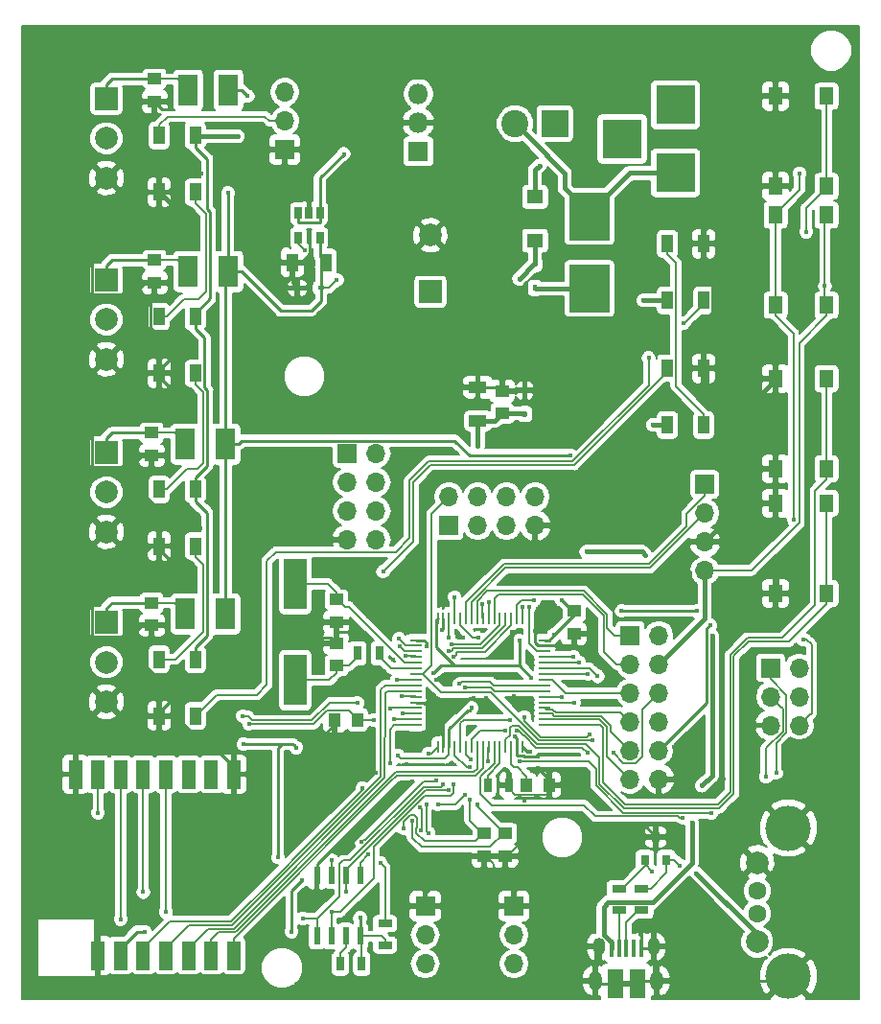
<source format=gbr>
G04 #@! TF.GenerationSoftware,KiCad,Pcbnew,5.0.0*
G04 #@! TF.CreationDate,2018-07-21T14:27:13+02:00*
G04 #@! TF.ProjectId,node_1,6E6F64655F312E6B696361645F706362,rev?*
G04 #@! TF.SameCoordinates,Original*
G04 #@! TF.FileFunction,Copper,L1,Top,Signal*
G04 #@! TF.FilePolarity,Positive*
%FSLAX46Y46*%
G04 Gerber Fmt 4.6, Leading zero omitted, Abs format (unit mm)*
G04 Created by KiCad (PCBNEW 5.0.0) date Sat Jul 21 14:27:13 2018*
%MOMM*%
%LPD*%
G01*
G04 APERTURE LIST*
G04 #@! TA.AperFunction,ComponentPad*
%ADD10C,4.000000*%
G04 #@! TD*
G04 #@! TA.AperFunction,ComponentPad*
%ADD11C,1.600000*%
G04 #@! TD*
G04 #@! TA.AperFunction,ComponentPad*
%ADD12C,2.000000*%
G04 #@! TD*
G04 #@! TA.AperFunction,SMDPad,CuDef*
%ADD13R,1.250000X1.000000*%
G04 #@! TD*
G04 #@! TA.AperFunction,SMDPad,CuDef*
%ADD14R,1.600000X1.000000*%
G04 #@! TD*
G04 #@! TA.AperFunction,SMDPad,CuDef*
%ADD15R,1.000000X1.600000*%
G04 #@! TD*
G04 #@! TA.AperFunction,SMDPad,CuDef*
%ADD16R,1.000000X1.250000*%
G04 #@! TD*
G04 #@! TA.AperFunction,SMDPad,CuDef*
%ADD17R,0.450000X0.600000*%
G04 #@! TD*
G04 #@! TA.AperFunction,SMDPad,CuDef*
%ADD18R,1.470000X1.270000*%
G04 #@! TD*
G04 #@! TA.AperFunction,SMDPad,CuDef*
%ADD19R,0.600000X0.450000*%
G04 #@! TD*
G04 #@! TA.AperFunction,SMDPad,CuDef*
%ADD20R,3.556000X4.191000*%
G04 #@! TD*
G04 #@! TA.AperFunction,SMDPad,CuDef*
%ADD21R,1.778000X2.794000*%
G04 #@! TD*
G04 #@! TA.AperFunction,SMDPad,CuDef*
%ADD22R,1.200000X2.500000*%
G04 #@! TD*
G04 #@! TA.AperFunction,ComponentPad*
%ADD23R,3.500000X3.500000*%
G04 #@! TD*
G04 #@! TA.AperFunction,ComponentPad*
%ADD24R,2.400000X2.400000*%
G04 #@! TD*
G04 #@! TA.AperFunction,ComponentPad*
%ADD25C,2.400000*%
G04 #@! TD*
G04 #@! TA.AperFunction,ComponentPad*
%ADD26R,1.700000X1.700000*%
G04 #@! TD*
G04 #@! TA.AperFunction,ComponentPad*
%ADD27O,1.700000X1.700000*%
G04 #@! TD*
G04 #@! TA.AperFunction,SMDPad,CuDef*
%ADD28R,1.300000X1.550000*%
G04 #@! TD*
G04 #@! TA.AperFunction,SMDPad,CuDef*
%ADD29R,0.250000X1.000000*%
G04 #@! TD*
G04 #@! TA.AperFunction,SMDPad,CuDef*
%ADD30R,1.000000X0.250000*%
G04 #@! TD*
G04 #@! TA.AperFunction,SMDPad,CuDef*
%ADD31R,2.000000X4.500000*%
G04 #@! TD*
G04 #@! TA.AperFunction,ComponentPad*
%ADD32R,1.800000X1.800000*%
G04 #@! TD*
G04 #@! TA.AperFunction,ComponentPad*
%ADD33O,1.800000X1.800000*%
G04 #@! TD*
G04 #@! TA.AperFunction,ComponentPad*
%ADD34R,2.000000X2.000000*%
G04 #@! TD*
G04 #@! TA.AperFunction,SMDPad,CuDef*
%ADD35R,0.700000X1.300000*%
G04 #@! TD*
G04 #@! TA.AperFunction,SMDPad,CuDef*
%ADD36R,0.650000X1.060000*%
G04 #@! TD*
G04 #@! TA.AperFunction,SMDPad,CuDef*
%ADD37R,1.300000X0.700000*%
G04 #@! TD*
G04 #@! TA.AperFunction,SMDPad,CuDef*
%ADD38R,0.600000X1.550000*%
G04 #@! TD*
G04 #@! TA.AperFunction,SMDPad,CuDef*
%ADD39R,0.800000X0.900000*%
G04 #@! TD*
G04 #@! TA.AperFunction,SMDPad,CuDef*
%ADD40R,0.400000X1.650000*%
G04 #@! TD*
G04 #@! TA.AperFunction,ComponentPad*
%ADD41O,1.100000X1.500000*%
G04 #@! TD*
G04 #@! TA.AperFunction,ComponentPad*
%ADD42O,1.200000X1.700000*%
G04 #@! TD*
G04 #@! TA.AperFunction,SMDPad,CuDef*
%ADD43R,1.430000X2.500000*%
G04 #@! TD*
G04 #@! TA.AperFunction,ViaPad*
%ADD44C,0.400000*%
G04 #@! TD*
G04 #@! TA.AperFunction,Conductor*
%ADD45C,0.153000*%
G04 #@! TD*
G04 #@! TA.AperFunction,Conductor*
%ADD46C,0.250000*%
G04 #@! TD*
G04 #@! TA.AperFunction,Conductor*
%ADD47C,0.400000*%
G04 #@! TD*
G04 #@! TA.AperFunction,Conductor*
%ADD48C,0.180000*%
G04 #@! TD*
G04 APERTURE END LIST*
D10*
G04 #@! TO.P,J11,5*
G04 #@! TO.N,GND*
X81220000Y-84400000D03*
X81220000Y-97500000D03*
D11*
G04 #@! TO.P,J11,2*
G04 #@! TO.N,Net-(J11-Pad2)*
X78470000Y-91940000D03*
D12*
G04 #@! TO.P,J11,1*
G04 #@! TO.N,Net-(C8-Pad1)*
X78470000Y-94460000D03*
D11*
G04 #@! TO.P,J11,3*
G04 #@! TO.N,Net-(J11-Pad3)*
X78470000Y-89960000D03*
D12*
G04 #@! TO.P,J11,4*
G04 #@! TO.N,GND*
X78470000Y-87440000D03*
G04 #@! TD*
D13*
G04 #@! TO.P,C5,1*
G04 #@! TO.N,+3V3*
X55950000Y-47800000D03*
G04 #@! TO.P,C5,2*
G04 #@! TO.N,GND*
X55950000Y-45800000D03*
G04 #@! TD*
D14*
G04 #@! TO.P,C6,1*
G04 #@! TO.N,+3V3*
X53800000Y-48450000D03*
G04 #@! TO.P,C6,2*
G04 #@! TO.N,GND*
X53800000Y-45450000D03*
G04 #@! TD*
D15*
G04 #@! TO.P,C7,1*
G04 #@! TO.N,VDDA*
X40400000Y-34450000D03*
G04 #@! TO.P,C7,2*
G04 #@! TO.N,GND*
X37400000Y-34450000D03*
G04 #@! TD*
D16*
G04 #@! TO.P,C10,1*
G04 #@! TO.N,Net-(C10-Pad1)*
X58100000Y-80600000D03*
G04 #@! TO.P,C10,2*
G04 #@! TO.N,GND*
X60100000Y-80600000D03*
G04 #@! TD*
D13*
G04 #@! TO.P,C11,1*
G04 #@! TO.N,Net-(C11-Pad1)*
X41300000Y-64225000D03*
G04 #@! TO.P,C11,2*
G04 #@! TO.N,GND*
X41300000Y-66225000D03*
G04 #@! TD*
G04 #@! TO.P,C12,1*
G04 #@! TO.N,Net-(C12-Pad1)*
X41300000Y-70075000D03*
G04 #@! TO.P,C12,2*
G04 #@! TO.N,GND*
X41300000Y-68075000D03*
G04 #@! TD*
G04 #@! TO.P,C13,1*
G04 #@! TO.N,Net-(C13-Pad1)*
X25000000Y-64500000D03*
G04 #@! TO.P,C13,2*
G04 #@! TO.N,GND*
X25000000Y-66500000D03*
G04 #@! TD*
G04 #@! TO.P,C15,1*
G04 #@! TO.N,Net-(C15-Pad1)*
X25000000Y-49500000D03*
G04 #@! TO.P,C15,2*
G04 #@! TO.N,GND*
X25000000Y-51500000D03*
G04 #@! TD*
D16*
G04 #@! TO.P,C16,1*
G04 #@! TO.N,ADC_CH2*
X43175000Y-74850000D03*
G04 #@! TO.P,C16,2*
G04 #@! TO.N,GND*
X41175000Y-74850000D03*
G04 #@! TD*
D13*
G04 #@! TO.P,C17,1*
G04 #@! TO.N,Net-(C17-Pad1)*
X25250000Y-34250000D03*
G04 #@! TO.P,C17,2*
G04 #@! TO.N,GND*
X25250000Y-36250000D03*
G04 #@! TD*
G04 #@! TO.P,C18,1*
G04 #@! TO.N,ADC_CH3*
X54350000Y-84875000D03*
G04 #@! TO.P,C18,2*
G04 #@! TO.N,GND*
X54350000Y-86875000D03*
G04 #@! TD*
G04 #@! TO.P,C19,1*
G04 #@! TO.N,Net-(C19-Pad1)*
X25250000Y-18250000D03*
G04 #@! TO.P,C19,2*
G04 #@! TO.N,GND*
X25250000Y-20250000D03*
G04 #@! TD*
G04 #@! TO.P,C20,1*
G04 #@! TO.N,ADC_CH4*
X56225000Y-84875000D03*
G04 #@! TO.P,C20,2*
G04 #@! TO.N,GND*
X56225000Y-86875000D03*
G04 #@! TD*
D17*
G04 #@! TO.P,D1,1*
G04 #@! TO.N,Net-(D1-Pad1)*
X58850000Y-34600000D03*
G04 #@! TO.P,D1,2*
G04 #@! TO.N,Net-(D1-Pad2)*
X58850000Y-36700000D03*
G04 #@! TD*
D18*
G04 #@! TO.P,D2,1*
G04 #@! TO.N,Net-(D1-Pad1)*
X58850000Y-32535000D03*
G04 #@! TO.P,D2,2*
G04 #@! TO.N,Net-(D2-Pad2)*
X58850000Y-28665000D03*
G04 #@! TD*
D19*
G04 #@! TO.P,D3,1*
G04 #@! TO.N,VDDA*
X39950000Y-36700000D03*
G04 #@! TO.P,D3,2*
G04 #@! TO.N,GND*
X37850000Y-36700000D03*
G04 #@! TD*
D20*
G04 #@! TO.P,F1,1*
G04 #@! TO.N,Net-(D1-Pad2)*
X63650000Y-36750000D03*
G04 #@! TO.P,F1,2*
G04 #@! TO.N,Net-(F1-Pad2)*
X63650000Y-30400000D03*
G04 #@! TD*
D21*
G04 #@! TO.P,F2,1*
G04 #@! TO.N,VDDA*
X31528000Y-65500000D03*
G04 #@! TO.P,F2,2*
G04 #@! TO.N,Net-(C13-Pad1)*
X27972000Y-65500000D03*
G04 #@! TD*
G04 #@! TO.P,F3,1*
G04 #@! TO.N,VDDA*
X31528000Y-50500000D03*
G04 #@! TO.P,F3,2*
G04 #@! TO.N,Net-(C15-Pad1)*
X27972000Y-50500000D03*
G04 #@! TD*
G04 #@! TO.P,F4,1*
G04 #@! TO.N,VDDA*
X31778000Y-35250000D03*
G04 #@! TO.P,F4,2*
G04 #@! TO.N,Net-(C17-Pad1)*
X28222000Y-35250000D03*
G04 #@! TD*
D22*
G04 #@! TO.P,IC1,2*
G04 #@! TO.N,GND*
X20250000Y-95650000D03*
G04 #@! TO.P,IC1,3*
G04 #@! TO.N,+3V3*
X22250000Y-95650000D03*
G04 #@! TO.P,IC1,4*
G04 #@! TO.N,RFM_RESET*
X24250000Y-95650000D03*
G04 #@! TO.P,IC1,5*
G04 #@! TO.N,RFM_GPIO_0*
X26250000Y-95650000D03*
G04 #@! TO.P,IC1,6*
G04 #@! TO.N,RFM_GPIO_1*
X28250000Y-95650000D03*
G04 #@! TO.P,IC1,7*
G04 #@! TO.N,RFM_GPIO_2*
X30250000Y-95650000D03*
G04 #@! TO.P,IC1,8*
G04 #@! TO.N,RFM_GPIO_3*
X32250000Y-95650000D03*
G04 #@! TO.P,IC1,9*
G04 #@! TO.N,GND*
X32250000Y-79650000D03*
G04 #@! TO.P,IC1,10*
G04 #@! TO.N,Net-(IC1-Pad10)*
X30250000Y-79650000D03*
G04 #@! TO.P,IC1,11*
G04 #@! TO.N,Net-(IC1-Pad11)*
X28250000Y-79650000D03*
G04 #@! TO.P,IC1,12*
G04 #@! TO.N,RFM_SPI_SCK*
X26250000Y-79650000D03*
G04 #@! TO.P,IC1,13*
G04 #@! TO.N,RFM_SPI_MISO*
X24250000Y-79650000D03*
G04 #@! TO.P,IC1,14*
G04 #@! TO.N,RFM_SPI_MOSI*
X22250000Y-79650000D03*
G04 #@! TO.P,IC1,15*
G04 #@! TO.N,RFM_SPI_NSS*
X20250000Y-79650000D03*
G04 #@! TO.P,IC1,16*
G04 #@! TO.N,GND*
X18250000Y-79650000D03*
G04 #@! TD*
D23*
G04 #@! TO.P,J5,1*
G04 #@! TO.N,Net-(F1-Pad2)*
X71250000Y-26550000D03*
G04 #@! TO.P,J5,2*
G04 #@! TO.N,Net-(D2-Pad2)*
X71250000Y-20550000D03*
G04 #@! TO.P,J5,3*
X66550000Y-23550000D03*
G04 #@! TD*
D24*
G04 #@! TO.P,J6,1*
G04 #@! TO.N,Net-(D2-Pad2)*
X60600000Y-22200000D03*
D25*
G04 #@! TO.P,J6,2*
G04 #@! TO.N,Net-(F1-Pad2)*
X57100000Y-22200000D03*
G04 #@! TD*
D26*
G04 #@! TO.P,J8,1*
G04 #@! TO.N,IC2_SDA*
X73850000Y-54050000D03*
D27*
G04 #@! TO.P,J8,2*
G04 #@! TO.N,IC2_SCL*
X73850000Y-56590000D03*
G04 #@! TO.P,J8,3*
G04 #@! TO.N,GND*
X73850000Y-59130000D03*
G04 #@! TO.P,J8,4*
G04 #@! TO.N,+3V3*
X73850000Y-61670000D03*
G04 #@! TD*
D26*
G04 #@! TO.P,J9,1*
G04 #@! TO.N,+3V3*
X51250000Y-57700000D03*
D27*
G04 #@! TO.P,J9,2*
G04 #@! TO.N,~RESET*
X51250000Y-55160000D03*
G04 #@! TO.P,J9,3*
G04 #@! TO.N,SWDIO*
X53790000Y-57700000D03*
G04 #@! TO.P,J9,4*
G04 #@! TO.N,NJTRST*
X53790000Y-55160000D03*
G04 #@! TO.P,J9,5*
G04 #@! TO.N,SWCLK*
X56330000Y-57700000D03*
G04 #@! TO.P,J9,6*
G04 #@! TO.N,JTDO*
X56330000Y-55160000D03*
G04 #@! TO.P,J9,7*
G04 #@! TO.N,GND*
X58870000Y-57700000D03*
G04 #@! TO.P,J9,8*
G04 #@! TO.N,JTDI*
X58870000Y-55160000D03*
G04 #@! TD*
D26*
G04 #@! TO.P,J10,1*
G04 #@! TO.N,USART1_TX*
X79650000Y-70250000D03*
D27*
G04 #@! TO.P,J10,2*
G04 #@! TO.N,+5V*
X82190000Y-70250000D03*
G04 #@! TO.P,J10,3*
G04 #@! TO.N,USART1_RX*
X79650000Y-72790000D03*
G04 #@! TO.P,J10,4*
G04 #@! TO.N,BOOT0*
X82190000Y-72790000D03*
G04 #@! TO.P,J10,5*
G04 #@! TO.N,GND*
X79650000Y-75330000D03*
G04 #@! TO.P,J10,6*
G04 #@! TO.N,~RESET*
X82190000Y-75330000D03*
G04 #@! TD*
D15*
G04 #@! TO.P,LED_CH1,3*
G04 #@! TO.N,GND*
X25650000Y-74500000D03*
G04 #@! TO.P,LED_CH1,4*
G04 #@! TO.N,Net-(LED_CH1-Pad4)*
X28850000Y-74500000D03*
G04 #@! TO.P,LED_CH1,2*
G04 #@! TO.N,Net-(LED_CH1-Pad2)*
X25650000Y-69500000D03*
G04 #@! TO.P,LED_CH1,1*
G04 #@! TO.N,+5V*
X28850000Y-69500000D03*
G04 #@! TD*
G04 #@! TO.P,LED_CH4,3*
G04 #@! TO.N,GND*
X25650000Y-28250000D03*
G04 #@! TO.P,LED_CH4,4*
G04 #@! TO.N,Net-(LED_CH3-Pad2)*
X28850000Y-28250000D03*
G04 #@! TO.P,LED_CH4,2*
G04 #@! TO.N,Net-(J14-Pad2)*
X25650000Y-23250000D03*
G04 #@! TO.P,LED_CH4,1*
G04 #@! TO.N,+5V*
X28850000Y-23250000D03*
G04 #@! TD*
D28*
G04 #@! TO.P,SW1,2*
G04 #@! TO.N,BOOT0*
X80100000Y-30270000D03*
G04 #@! TO.P,SW1,1*
G04 #@! TO.N,+3V3*
X84600000Y-30270000D03*
X84600000Y-38230000D03*
G04 #@! TO.P,SW1,2*
G04 #@! TO.N,BOOT0*
X80100000Y-38230000D03*
G04 #@! TD*
G04 #@! TO.P,SW2,2*
G04 #@! TO.N,GND*
X80100000Y-44720000D03*
G04 #@! TO.P,SW2,1*
G04 #@! TO.N,TEST_SW_2*
X84600000Y-44720000D03*
X84600000Y-52680000D03*
G04 #@! TO.P,SW2,2*
G04 #@! TO.N,GND*
X80100000Y-52680000D03*
G04 #@! TD*
G04 #@! TO.P,SW3,2*
G04 #@! TO.N,GND*
X80100000Y-55720000D03*
G04 #@! TO.P,SW3,1*
G04 #@! TO.N,TEST_SW_1*
X84600000Y-55720000D03*
X84600000Y-63680000D03*
G04 #@! TO.P,SW3,2*
G04 #@! TO.N,GND*
X80100000Y-63680000D03*
G04 #@! TD*
D29*
G04 #@! TO.P,U2,64*
G04 #@! TO.N,+3V3*
X50250000Y-65850000D03*
G04 #@! TO.P,U2,63*
G04 #@! TO.N,GND*
X50750000Y-65850000D03*
G04 #@! TO.P,U2,62*
G04 #@! TO.N,FLASH_CS*
X51250000Y-65850000D03*
G04 #@! TO.P,U2,61*
G04 #@! TO.N,PB8*
X51750000Y-65850000D03*
G04 #@! TO.P,U2,60*
G04 #@! TO.N,BOOT0*
X52250000Y-65850000D03*
G04 #@! TO.P,U2,59*
G04 #@! TO.N,IC2_SDA*
X52750000Y-65850000D03*
G04 #@! TO.P,U2,58*
G04 #@! TO.N,IC2_SCL*
X53250000Y-65850000D03*
G04 #@! TO.P,U2,57*
G04 #@! TO.N,PB5*
X53750000Y-65850000D03*
G04 #@! TO.P,U2,56*
G04 #@! TO.N,NJTRST*
X54250000Y-65850000D03*
G04 #@! TO.P,U2,55*
G04 #@! TO.N,JTDO*
X54750000Y-65850000D03*
G04 #@! TO.P,U2,54*
G04 #@! TO.N,PD2*
X55250000Y-65850000D03*
G04 #@! TO.P,U2,53*
G04 #@! TO.N,RFM_SPI_MOSI*
X55750000Y-65850000D03*
G04 #@! TO.P,U2,52*
G04 #@! TO.N,RFM_SPI_MISO*
X56250000Y-65850000D03*
G04 #@! TO.P,U2,51*
G04 #@! TO.N,RFM_SPI_SCK*
X56750000Y-65850000D03*
G04 #@! TO.P,U2,50*
G04 #@! TO.N,JTDI*
X57250000Y-65850000D03*
G04 #@! TO.P,U2,49*
G04 #@! TO.N,SWCLK*
X57750000Y-65850000D03*
D30*
G04 #@! TO.P,U2,48*
G04 #@! TO.N,+3V3*
X59700000Y-67800000D03*
G04 #@! TO.P,U2,47*
G04 #@! TO.N,GND*
X59700000Y-68300000D03*
G04 #@! TO.P,U2,46*
G04 #@! TO.N,SWDIO*
X59700000Y-68800000D03*
G04 #@! TO.P,U2,45*
G04 #@! TO.N,USB_DP*
X59700000Y-69300000D03*
G04 #@! TO.P,U2,44*
G04 #@! TO.N,USB_DM*
X59700000Y-69800000D03*
G04 #@! TO.P,U2,43*
G04 #@! TO.N,USART1_RX*
X59700000Y-70300000D03*
G04 #@! TO.P,U2,42*
G04 #@! TO.N,USART1_TX*
X59700000Y-70800000D03*
G04 #@! TO.P,U2,41*
G04 #@! TO.N,PA8*
X59700000Y-71300000D03*
G04 #@! TO.P,U2,40*
G04 #@! TO.N,RFM_SPI_NSS*
X59700000Y-71800000D03*
G04 #@! TO.P,U2,39*
G04 #@! TO.N,RFM_RESET*
X59700000Y-72300000D03*
G04 #@! TO.P,U2,38*
G04 #@! TO.N,USART3_RX*
X59700000Y-72800000D03*
G04 #@! TO.P,U2,37*
G04 #@! TO.N,USART3_TX*
X59700000Y-73300000D03*
G04 #@! TO.P,U2,36*
G04 #@! TO.N,PB15*
X59700000Y-73800000D03*
G04 #@! TO.P,U2,35*
G04 #@! TO.N,PB14*
X59700000Y-74300000D03*
G04 #@! TO.P,U2,34*
G04 #@! TO.N,PB13*
X59700000Y-74800000D03*
G04 #@! TO.P,U2,33*
G04 #@! TO.N,TEST_SW_2*
X59700000Y-75300000D03*
D29*
G04 #@! TO.P,U2,32*
G04 #@! TO.N,+3V3*
X57750000Y-77250000D03*
G04 #@! TO.P,U2,31*
G04 #@! TO.N,GND*
X57250000Y-77250000D03*
G04 #@! TO.P,U2,30*
G04 #@! TO.N,Net-(C10-Pad1)*
X56750000Y-77250000D03*
G04 #@! TO.P,U2,29*
G04 #@! TO.N,TEST_SW_1*
X56250000Y-77250000D03*
G04 #@! TO.P,U2,28*
G04 #@! TO.N,Net-(R9-Pad1)*
X55750000Y-77250000D03*
G04 #@! TO.P,U2,27*
G04 #@! TO.N,USB_FAULT*
X55250000Y-77250000D03*
G04 #@! TO.P,U2,26*
G04 #@! TO.N,USB_PWR_EN*
X54750000Y-77250000D03*
G04 #@! TO.P,U2,25*
G04 #@! TO.N,RFM_GPIO_3*
X54250000Y-77250000D03*
G04 #@! TO.P,U2,24*
G04 #@! TO.N,RFM_GPIO_2*
X53750000Y-77250000D03*
G04 #@! TO.P,U2,23*
G04 #@! TO.N,PA7*
X53250000Y-77250000D03*
G04 #@! TO.P,U2,22*
G04 #@! TO.N,ADC_CH4*
X52750000Y-77250000D03*
G04 #@! TO.P,U2,21*
G04 #@! TO.N,PA5*
X52250000Y-77250000D03*
G04 #@! TO.P,U2,20*
G04 #@! TO.N,ADC_CH3*
X51750000Y-77250000D03*
G04 #@! TO.P,U2,19*
G04 #@! TO.N,+3V3*
X51250000Y-77250000D03*
G04 #@! TO.P,U2,18*
G04 #@! TO.N,GND*
X50750000Y-77250000D03*
G04 #@! TO.P,U2,17*
G04 #@! TO.N,USART2_RX*
X50250000Y-77250000D03*
D30*
G04 #@! TO.P,U2,16*
G04 #@! TO.N,USART2_TX*
X48300000Y-75300000D03*
G04 #@! TO.P,U2,15*
G04 #@! TO.N,ADC_CH2*
X48300000Y-74800000D03*
G04 #@! TO.P,U2,14*
G04 #@! TO.N,ADC_CH1*
X48300000Y-74300000D03*
G04 #@! TO.P,U2,13*
G04 #@! TO.N,Net-(C9-Pad2)*
X48300000Y-73800000D03*
G04 #@! TO.P,U2,12*
G04 #@! TO.N,GND*
X48300000Y-73300000D03*
G04 #@! TO.P,U2,11*
G04 #@! TO.N,LED_DATA*
X48300000Y-72800000D03*
G04 #@! TO.P,U2,10*
G04 #@! TO.N,RFM_GPIO_1*
X48300000Y-72300000D03*
G04 #@! TO.P,U2,9*
G04 #@! TO.N,RFM_GPIO_0*
X48300000Y-71800000D03*
G04 #@! TO.P,U2,8*
G04 #@! TO.N,PC0*
X48300000Y-71300000D03*
G04 #@! TO.P,U2,7*
G04 #@! TO.N,~RESET*
X48300000Y-70800000D03*
G04 #@! TO.P,U2,6*
G04 #@! TO.N,Net-(R17-Pad1)*
X48300000Y-70300000D03*
G04 #@! TO.P,U2,5*
G04 #@! TO.N,Net-(C11-Pad1)*
X48300000Y-69800000D03*
G04 #@! TO.P,U2,4*
G04 #@! TO.N,PC15*
X48300000Y-69300000D03*
G04 #@! TO.P,U2,3*
G04 #@! TO.N,PC14*
X48300000Y-68800000D03*
G04 #@! TO.P,U2,2*
G04 #@! TO.N,PC13*
X48300000Y-68300000D03*
G04 #@! TO.P,U2,1*
G04 #@! TO.N,+3V3*
X48300000Y-67800000D03*
G04 #@! TD*
D31*
G04 #@! TO.P,Y1,1*
G04 #@! TO.N,Net-(C11-Pad1)*
X37675000Y-62850000D03*
G04 #@! TO.P,Y1,2*
G04 #@! TO.N,Net-(C12-Pad1)*
X37675000Y-71350000D03*
G04 #@! TD*
D32*
G04 #@! TO.P,U5,1*
G04 #@! TO.N,Net-(C1-Pad1)*
X48550000Y-24650000D03*
D33*
G04 #@! TO.P,U5,2*
G04 #@! TO.N,GND*
X48550000Y-22110000D03*
G04 #@! TO.P,U5,3*
G04 #@! TO.N,+5V*
X48550000Y-19570000D03*
G04 #@! TD*
D34*
G04 #@! TO.P,C1,1*
G04 #@! TO.N,Net-(C1-Pad1)*
X49600000Y-37050000D03*
D12*
G04 #@! TO.P,C1,2*
G04 #@! TO.N,GND*
X49600000Y-32050000D03*
G04 #@! TD*
D34*
G04 #@! TO.P,J1,1*
G04 #@! TO.N,Net-(C13-Pad1)*
X21000000Y-66250000D03*
D12*
G04 #@! TO.P,J1,2*
G04 #@! TO.N,Net-(J1-Pad2)*
X21000000Y-69750000D03*
G04 #@! TO.P,J1,3*
G04 #@! TO.N,GND*
X21000000Y-73250000D03*
G04 #@! TD*
D34*
G04 #@! TO.P,J2,1*
G04 #@! TO.N,Net-(C15-Pad1)*
X21000000Y-51250000D03*
D12*
G04 #@! TO.P,J2,2*
G04 #@! TO.N,Net-(J2-Pad2)*
X21000000Y-54750000D03*
G04 #@! TO.P,J2,3*
G04 #@! TO.N,GND*
X21000000Y-58250000D03*
G04 #@! TD*
D34*
G04 #@! TO.P,J3,1*
G04 #@! TO.N,Net-(C17-Pad1)*
X21000000Y-36000000D03*
D12*
G04 #@! TO.P,J3,2*
G04 #@! TO.N,Net-(J3-Pad2)*
X21000000Y-39500000D03*
G04 #@! TO.P,J3,3*
G04 #@! TO.N,GND*
X21000000Y-43000000D03*
G04 #@! TD*
D34*
G04 #@! TO.P,J4,1*
G04 #@! TO.N,Net-(C19-Pad1)*
X21000000Y-20000000D03*
D12*
G04 #@! TO.P,J4,2*
G04 #@! TO.N,Net-(J4-Pad2)*
X21000000Y-23500000D03*
G04 #@! TO.P,J4,3*
G04 #@! TO.N,GND*
X21000000Y-27000000D03*
G04 #@! TD*
D17*
G04 #@! TO.P,D11,1*
G04 #@! TO.N,+3V3*
X57950000Y-47850000D03*
G04 #@! TO.P,D11,2*
G04 #@! TO.N,GND*
X57950000Y-45750000D03*
G04 #@! TD*
D21*
G04 #@! TO.P,F5,1*
G04 #@! TO.N,VDDA*
X31778000Y-19250000D03*
G04 #@! TO.P,F5,2*
G04 #@! TO.N,Net-(C19-Pad1)*
X28222000Y-19250000D03*
G04 #@! TD*
D26*
G04 #@! TO.P,J12,1*
G04 #@! TO.N,GND*
X49150000Y-91300000D03*
D27*
G04 #@! TO.P,J12,2*
G04 #@! TO.N,Net-(J12-Pad2)*
X49150000Y-93840000D03*
G04 #@! TO.P,J12,3*
G04 #@! TO.N,Net-(J12-Pad3)*
X49150000Y-96380000D03*
G04 #@! TD*
D26*
G04 #@! TO.P,J13,1*
G04 #@! TO.N,GND*
X57000000Y-91300000D03*
D27*
G04 #@! TO.P,J13,2*
G04 #@! TO.N,Net-(J13-Pad2)*
X57000000Y-93840000D03*
G04 #@! TO.P,J13,3*
G04 #@! TO.N,Net-(J13-Pad3)*
X57000000Y-96380000D03*
G04 #@! TD*
D26*
G04 #@! TO.P,J14,1*
G04 #@! TO.N,GND*
X36750000Y-24500000D03*
D27*
G04 #@! TO.P,J14,2*
G04 #@! TO.N,Net-(J14-Pad2)*
X36750000Y-21960000D03*
G04 #@! TO.P,J14,3*
G04 #@! TO.N,+5V*
X36750000Y-19420000D03*
G04 #@! TD*
D15*
G04 #@! TO.P,LED_CH2,3*
G04 #@! TO.N,GND*
X25650000Y-59500000D03*
G04 #@! TO.P,LED_CH2,4*
G04 #@! TO.N,Net-(LED_CH1-Pad2)*
X28850000Y-59500000D03*
G04 #@! TO.P,LED_CH2,2*
G04 #@! TO.N,Net-(LED_CH2-Pad2)*
X25650000Y-54500000D03*
G04 #@! TO.P,LED_CH2,1*
G04 #@! TO.N,+5V*
X28850000Y-54500000D03*
G04 #@! TD*
G04 #@! TO.P,LED_CH3,3*
G04 #@! TO.N,GND*
X25650000Y-44250000D03*
G04 #@! TO.P,LED_CH3,4*
G04 #@! TO.N,Net-(LED_CH2-Pad2)*
X28850000Y-44250000D03*
G04 #@! TO.P,LED_CH3,2*
G04 #@! TO.N,Net-(LED_CH3-Pad2)*
X25650000Y-39250000D03*
G04 #@! TO.P,LED_CH3,1*
G04 #@! TO.N,+5V*
X28850000Y-39250000D03*
G04 #@! TD*
G04 #@! TO.P,LED_STATUS1,3*
G04 #@! TO.N,GND*
X73750000Y-43800000D03*
G04 #@! TO.P,LED_STATUS1,4*
G04 #@! TO.N,LED_DATA*
X70550000Y-43800000D03*
G04 #@! TO.P,LED_STATUS1,2*
G04 #@! TO.N,Net-(LED_STATUS1-Pad2)*
X73750000Y-48800000D03*
G04 #@! TO.P,LED_STATUS1,1*
G04 #@! TO.N,+5V*
X70550000Y-48800000D03*
G04 #@! TD*
G04 #@! TO.P,LED_STATUS2,3*
G04 #@! TO.N,GND*
X73750000Y-32800000D03*
G04 #@! TO.P,LED_STATUS2,4*
G04 #@! TO.N,Net-(LED_STATUS1-Pad2)*
X70550000Y-32800000D03*
G04 #@! TO.P,LED_STATUS2,2*
G04 #@! TO.N,Net-(LED_CH1-Pad4)*
X73750000Y-37800000D03*
G04 #@! TO.P,LED_STATUS2,1*
G04 #@! TO.N,+5V*
X70550000Y-37800000D03*
G04 #@! TD*
D35*
G04 #@! TO.P,R9,1*
G04 #@! TO.N,Net-(R9-Pad1)*
X54650000Y-80600000D03*
G04 #@! TO.P,R9,2*
G04 #@! TO.N,GND*
X56550000Y-80600000D03*
G04 #@! TD*
G04 #@! TO.P,R17,1*
G04 #@! TO.N,Net-(R17-Pad1)*
X45100000Y-68975000D03*
G04 #@! TO.P,R17,2*
G04 #@! TO.N,Net-(C12-Pad1)*
X43200000Y-68975000D03*
G04 #@! TD*
D28*
G04 #@! TO.P,SW4,2*
G04 #@! TO.N,GND*
X80100000Y-19770000D03*
G04 #@! TO.P,SW4,1*
G04 #@! TO.N,~RESET*
X84600000Y-19770000D03*
X84600000Y-27730000D03*
G04 #@! TO.P,SW4,2*
G04 #@! TO.N,GND*
X80100000Y-27730000D03*
G04 #@! TD*
D36*
G04 #@! TO.P,U3,1*
G04 #@! TO.N,+5V*
X39850000Y-30100000D03*
G04 #@! TO.P,U3,2*
G04 #@! TO.N,GND*
X38900000Y-30100000D03*
G04 #@! TO.P,U3,3*
G04 #@! TO.N,+5V*
X37950000Y-30100000D03*
G04 #@! TO.P,U3,4*
G04 #@! TO.N,Net-(R1-Pad2)*
X37950000Y-32300000D03*
G04 #@! TO.P,U3,5*
G04 #@! TO.N,VDDA*
X39850000Y-32300000D03*
G04 #@! TD*
D35*
G04 #@! TO.P,R18,1*
G04 #@! TO.N,+3V3*
X43550000Y-96400000D03*
G04 #@! TO.P,R18,2*
G04 #@! TO.N,Net-(R18-Pad2)*
X41650000Y-96400000D03*
G04 #@! TD*
D37*
G04 #@! TO.P,R19,1*
G04 #@! TO.N,+3V3*
X45600000Y-94750000D03*
G04 #@! TO.P,R19,2*
G04 #@! TO.N,Net-(R19-Pad2)*
X45600000Y-92850000D03*
G04 #@! TD*
D38*
G04 #@! TO.P,U6,8*
G04 #@! TO.N,+3V3*
X43405000Y-93950000D03*
G04 #@! TO.P,U6,7*
G04 #@! TO.N,Net-(R18-Pad2)*
X42135000Y-93950000D03*
G04 #@! TO.P,U6,6*
G04 #@! TO.N,RFM_SPI_SCK*
X40865000Y-93950000D03*
G04 #@! TO.P,U6,5*
G04 #@! TO.N,RFM_SPI_MOSI*
X39595000Y-93950000D03*
G04 #@! TO.P,U6,4*
G04 #@! TO.N,GND*
X39595000Y-88550000D03*
G04 #@! TO.P,U6,3*
G04 #@! TO.N,Net-(R19-Pad2)*
X40865000Y-88550000D03*
G04 #@! TO.P,U6,2*
G04 #@! TO.N,RFM_SPI_MISO*
X42135000Y-88550000D03*
G04 #@! TO.P,U6,1*
G04 #@! TO.N,FLASH_CS*
X43405000Y-88550000D03*
G04 #@! TD*
D27*
G04 #@! TO.P,J7,8*
G04 #@! TO.N,PC15*
X44818088Y-58942918D03*
G04 #@! TO.P,J7,7*
G04 #@! TO.N,GND*
X42278088Y-58942918D03*
G04 #@! TO.P,J7,6*
G04 #@! TO.N,PC14*
X44818088Y-56402918D03*
G04 #@! TO.P,J7,5*
G04 #@! TO.N,PC0*
X42278088Y-56402918D03*
G04 #@! TO.P,J7,4*
G04 #@! TO.N,PC13*
X44818088Y-53862918D03*
G04 #@! TO.P,J7,3*
G04 #@! TO.N,+3V3*
X42278088Y-53862918D03*
G04 #@! TO.P,J7,2*
G04 #@! TO.N,PB8*
X44818088Y-51322918D03*
D26*
G04 #@! TO.P,J7,1*
G04 #@! TO.N,+5V*
X42278088Y-51322918D03*
G04 #@! TD*
G04 #@! TO.P,J15,1*
G04 #@! TO.N,PB5*
X67250000Y-67400000D03*
D27*
G04 #@! TO.P,J15,2*
G04 #@! TO.N,+5V*
X69790000Y-67400000D03*
G04 #@! TO.P,J15,3*
G04 #@! TO.N,PD2*
X67250000Y-69940000D03*
G04 #@! TO.P,J15,4*
G04 #@! TO.N,+3V3*
X69790000Y-69940000D03*
G04 #@! TO.P,J15,5*
G04 #@! TO.N,PA8*
X67250000Y-72480000D03*
G04 #@! TO.P,J15,6*
G04 #@! TO.N,PA7*
X69790000Y-72480000D03*
G04 #@! TO.P,J15,7*
G04 #@! TO.N,PB15*
X67250000Y-75020000D03*
G04 #@! TO.P,J15,8*
G04 #@! TO.N,PA5*
X69790000Y-75020000D03*
G04 #@! TO.P,J15,9*
G04 #@! TO.N,PB14*
X67250000Y-77560000D03*
G04 #@! TO.P,J15,10*
G04 #@! TO.N,VDDA*
X69790000Y-77560000D03*
G04 #@! TO.P,J15,11*
G04 #@! TO.N,PB13*
X67250000Y-80100000D03*
G04 #@! TO.P,J15,12*
G04 #@! TO.N,GND*
X69790000Y-80100000D03*
G04 #@! TD*
D13*
G04 #@! TO.P,C22,1*
G04 #@! TO.N,+3V3*
X62300000Y-65250000D03*
G04 #@! TO.P,C22,2*
G04 #@! TO.N,GND*
X62300000Y-67250000D03*
G04 #@! TD*
D39*
G04 #@! TO.P,D12,1*
G04 #@! TO.N,USB_DM*
X68550000Y-87200000D03*
G04 #@! TO.P,D12,2*
G04 #@! TO.N,USB_DP*
X70450000Y-87200000D03*
G04 #@! TO.P,D12,3*
G04 #@! TO.N,GND*
X69500000Y-85200000D03*
G04 #@! TD*
D40*
G04 #@! TO.P,J16,1*
G04 #@! TO.N,+5V*
X65600000Y-95000000D03*
G04 #@! TO.P,J16,2*
G04 #@! TO.N,Net-(J16-Pad2)*
X66250000Y-95000000D03*
G04 #@! TO.P,J16,3*
G04 #@! TO.N,Net-(J16-Pad3)*
X66900000Y-95000000D03*
G04 #@! TO.P,J16,4*
G04 #@! TO.N,Net-(J16-Pad4)*
X67550000Y-95000000D03*
G04 #@! TO.P,J16,5*
G04 #@! TO.N,GND*
X68200000Y-95000000D03*
D41*
G04 #@! TO.P,J16,6*
X64480000Y-94880000D03*
X69320000Y-94880000D03*
D42*
X64170000Y-97880000D03*
X69630000Y-97880000D03*
D43*
X65940000Y-98120000D03*
X67860000Y-98120000D03*
G04 #@! TD*
D37*
G04 #@! TO.P,R20,2*
G04 #@! TO.N,Net-(J16-Pad3)*
X68250000Y-91650000D03*
G04 #@! TO.P,R20,1*
G04 #@! TO.N,USB_DP*
X68250000Y-89750000D03*
G04 #@! TD*
G04 #@! TO.P,R21,1*
G04 #@! TO.N,USB_DM*
X66250000Y-89750000D03*
G04 #@! TO.P,R21,2*
G04 #@! TO.N,Net-(J16-Pad2)*
X66250000Y-91650000D03*
G04 #@! TD*
D44*
G04 #@! TO.N,GND*
X20000000Y-85200000D03*
X58800000Y-67025000D03*
X50600000Y-66925000D03*
X53400000Y-72900000D03*
X56805203Y-67055203D03*
X56700000Y-69300000D03*
X54525000Y-72875000D03*
X55200000Y-74125000D03*
X57089774Y-76333781D03*
X57900000Y-84100000D03*
X59125000Y-79100000D03*
X59125000Y-78095500D03*
X29450000Y-72650000D03*
X29250000Y-57945500D03*
X27750000Y-41550000D03*
X29400000Y-26600000D03*
X26600000Y-20900000D03*
X53850000Y-44350000D03*
X47400000Y-66700000D03*
X44100000Y-65750000D03*
X42700000Y-67100000D03*
X49650000Y-47250000D03*
X57925000Y-81970490D03*
X55200000Y-88600000D03*
X61950000Y-81050000D03*
X64550000Y-84100000D03*
X69800000Y-84000000D03*
X55150000Y-40600000D03*
X66600000Y-45850000D03*
X74000000Y-46100000D03*
X80150000Y-57700000D03*
X80150000Y-61950000D03*
X80100000Y-19770000D03*
X71150000Y-60500000D03*
X72450000Y-64050000D03*
X75600000Y-66450000D03*
X75350000Y-75100000D03*
X75400000Y-80000000D03*
X32700000Y-32100000D03*
X26650000Y-30200000D03*
X36150000Y-36050000D03*
X38900000Y-31600000D03*
X38900000Y-28300000D03*
X41400000Y-86100000D03*
X32250000Y-86100000D03*
X40350000Y-76050000D03*
X39150000Y-67600000D03*
X68900000Y-56000000D03*
X52000000Y-87000000D03*
X51000000Y-84000000D03*
X28000000Y-47000000D03*
X30750000Y-46750000D03*
X52750000Y-49750000D03*
X49250000Y-51000000D03*
X28500000Y-62250000D03*
X30750000Y-62000000D03*
X39750000Y-90750000D03*
X43250000Y-91250000D03*
X56500000Y-71000000D03*
X58250000Y-69500000D03*
X57000000Y-72750000D03*
X53250000Y-75500000D03*
X44750000Y-79500000D03*
X48000000Y-80250000D03*
X47500000Y-78750000D03*
X64900000Y-73350000D03*
X54150000Y-67025000D03*
X52500000Y-67575000D03*
X50145500Y-71300000D03*
X46300000Y-69550000D03*
X60000000Y-47000000D03*
X82000000Y-62000000D03*
X82000000Y-64000000D03*
X68000000Y-55000000D03*
X75350000Y-69750000D03*
G04 #@! TO.N,+5V*
X41950000Y-24875000D03*
X68425000Y-37800000D03*
X69250000Y-48800000D03*
X32600000Y-23300000D03*
X74475000Y-67400000D03*
X73600000Y-80650000D03*
X72700000Y-83900000D03*
G04 #@! TO.N,+3V3*
X53800000Y-50675000D03*
X84450000Y-36550000D03*
X24375000Y-93550000D03*
X43400000Y-92325000D03*
X63375000Y-60000000D03*
X68600000Y-60275000D03*
X61175000Y-64250000D03*
X60550000Y-67325000D03*
X57475000Y-67850000D03*
X58500000Y-71175000D03*
X58425000Y-77625000D03*
X53250000Y-73800000D03*
X49900000Y-70725000D03*
X49250000Y-68350000D03*
X46750000Y-78000000D03*
X33100000Y-77000000D03*
X37350000Y-93550000D03*
X38250000Y-89000000D03*
X37750000Y-77300000D03*
X36150000Y-87000000D03*
G04 #@! TO.N,VDDA*
X33475000Y-19775000D03*
X31725000Y-28325000D03*
X41350000Y-36000000D03*
X62000000Y-51475000D03*
X66500000Y-65225000D03*
X73125000Y-65250000D03*
X74300000Y-66475000D03*
G04 #@! TO.N,Net-(C8-Pad1)*
X73100000Y-88375000D03*
G04 #@! TO.N,Net-(C9-Pad2)*
X46025000Y-73850000D03*
G04 #@! TO.N,ADC_CH1*
X47150000Y-74300000D03*
X33050000Y-74500000D03*
X43150000Y-73350000D03*
G04 #@! TO.N,ADC_CH2*
X44600000Y-74850000D03*
X46400000Y-74800000D03*
X33589490Y-75225000D03*
G04 #@! TO.N,ADC_CH3*
X53079500Y-81900000D03*
X53079500Y-79020500D03*
X47275000Y-84425000D03*
G04 #@! TO.N,ADC_CH4*
X53750000Y-82350000D03*
X53200000Y-78375000D03*
X48000000Y-83725000D03*
G04 #@! TO.N,Net-(D1-Pad1)*
X57450000Y-35900000D03*
G04 #@! TO.N,Net-(D2-Pad2)*
X59250000Y-25901520D03*
G04 #@! TO.N,RFM_RESET*
X52650000Y-71970490D03*
X43596297Y-80896297D03*
X50250000Y-82300000D03*
X52650000Y-81500000D03*
G04 #@! TO.N,RFM_SPI_SCK*
X26250000Y-91800000D03*
X40850000Y-91800000D03*
X51679500Y-80550000D03*
X51679500Y-69281725D03*
G04 #@! TO.N,RFM_SPI_MISO*
X24250000Y-90050000D03*
X42150000Y-90050000D03*
X51200000Y-68750000D03*
X51250000Y-81050000D03*
G04 #@! TO.N,RFM_SPI_MOSI*
X50750000Y-80550000D03*
X51508943Y-68157279D03*
X22250000Y-92450000D03*
X38350000Y-92400000D03*
G04 #@! TO.N,RFM_SPI_NSS*
X20250000Y-83050000D03*
X52176344Y-71685057D03*
G04 #@! TO.N,PA5*
X63650000Y-76150000D03*
X57900000Y-74600000D03*
X56650000Y-74825000D03*
G04 #@! TO.N,PA7*
X65750000Y-77775000D03*
X63485510Y-77750000D03*
X57250000Y-75804500D03*
X56175002Y-75800000D03*
G04 #@! TO.N,PB8*
X51750000Y-64000000D03*
G04 #@! TO.N,~RESET*
X63950000Y-76675000D03*
X82800000Y-31750000D03*
X82525000Y-67750000D03*
G04 #@! TO.N,SWDIO*
X58303003Y-64875000D03*
G04 #@! TO.N,NJTRST*
X54200000Y-64650000D03*
G04 #@! TO.N,SWCLK*
X57750000Y-64875000D03*
G04 #@! TO.N,JTDO*
X54750000Y-64475000D03*
G04 #@! TO.N,JTDI*
X58725000Y-64300000D03*
G04 #@! TO.N,USART1_TX*
X63525000Y-70800000D03*
X80150000Y-79550000D03*
G04 #@! TO.N,USART1_RX*
X64375000Y-71000000D03*
X79250000Y-79850000D03*
G04 #@! TO.N,BOOT0*
X53825000Y-67575000D03*
X82200000Y-26600000D03*
X81675000Y-57150000D03*
G04 #@! TO.N,Net-(LED_CH1-Pad4)*
X72000000Y-39800000D03*
X68875000Y-42875000D03*
G04 #@! TO.N,LED_DATA*
X45431547Y-61763953D03*
X47050000Y-72775000D03*
G04 #@! TO.N,Net-(R1-Pad2)*
X38500000Y-33375000D03*
G04 #@! TO.N,USB_DM*
X62750000Y-69750000D03*
X69150000Y-88200000D03*
G04 #@! TO.N,USB_DP*
X62250000Y-69250000D03*
X71650000Y-87700000D03*
G04 #@! TO.N,USART3_RX*
X61175000Y-72800000D03*
G04 #@! TO.N,USART3_TX*
X62300000Y-73300000D03*
G04 #@! TO.N,USART2_RX*
X49250000Y-82350000D03*
X49425000Y-77800000D03*
X49441306Y-84860521D03*
G04 #@! TO.N,USART2_TX*
X48700000Y-82600000D03*
X46025000Y-78675000D03*
X48788955Y-84618465D03*
G04 #@! TO.N,PC13*
X46850000Y-67700000D03*
G04 #@! TO.N,PC14*
X46871297Y-68328703D03*
G04 #@! TO.N,PC15*
X47400000Y-69229500D03*
G04 #@! TO.N,PC0*
X46675000Y-71300000D03*
G04 #@! TO.N,USB_PWR_EN*
X74425000Y-83060510D03*
X57475000Y-78525000D03*
X54725000Y-78525000D03*
G04 #@! TO.N,USB_FAULT*
X71900000Y-83490010D03*
G04 #@! TO.N,Net-(R19-Pad2)*
X45225000Y-87499998D03*
X40875000Y-87225000D03*
G04 #@! TO.N,FLASH_CS*
X44150000Y-86725000D03*
X43508797Y-85633797D03*
X50125000Y-80225000D03*
X51225000Y-67575000D03*
G04 #@! TD*
D45*
G04 #@! TO.N,GND*
X56550000Y-80900000D02*
X56550000Y-80600000D01*
X57104501Y-81454501D02*
X56550000Y-80900000D01*
X60100000Y-81378000D02*
X60023499Y-81454501D01*
X60100000Y-80600000D02*
X60100000Y-81378000D01*
X41300000Y-66225000D02*
X41300000Y-66878000D01*
X80100000Y-19770000D02*
X80100000Y-27730000D01*
D46*
X18250000Y-83450000D02*
X18250000Y-79650000D01*
X20000000Y-85200000D02*
X18250000Y-83450000D01*
X20000000Y-95400000D02*
X20250000Y-95650000D01*
X20000000Y-85200000D02*
X20000000Y-95400000D01*
X62300000Y-68000000D02*
X62300000Y-67250000D01*
X62000000Y-68300000D02*
X62300000Y-68000000D01*
X59700000Y-68300000D02*
X62000000Y-68300000D01*
X58800000Y-68025402D02*
X58800000Y-67025000D01*
X59700000Y-68300000D02*
X59074598Y-68300000D01*
X59074598Y-68300000D02*
X58800000Y-68025402D01*
X50750000Y-66775000D02*
X50750000Y-65850000D01*
X50600000Y-66925000D02*
X50750000Y-66775000D01*
X49050000Y-73300000D02*
X48300000Y-73300000D01*
X50750000Y-77250000D02*
X50750000Y-75000000D01*
X51817158Y-74200000D02*
X49950000Y-74200000D01*
X53117158Y-72900000D02*
X51817158Y-74200000D01*
X53400000Y-72900000D02*
X53117158Y-72900000D01*
X50750000Y-75000000D02*
X49950000Y-74200000D01*
X49950000Y-74200000D02*
X49050000Y-73300000D01*
X56805203Y-67055203D02*
X56805203Y-69194797D01*
X56805203Y-69194797D02*
X56700000Y-69300000D01*
X54525000Y-72875000D02*
X54525000Y-73450000D01*
X54525000Y-73450000D02*
X55200000Y-74125000D01*
X57250000Y-76494007D02*
X57250000Y-77250000D01*
X57089774Y-76333781D02*
X57250000Y-76494007D01*
D45*
X55128000Y-86875000D02*
X56225000Y-86875000D01*
X54350000Y-86875000D02*
X55128000Y-86875000D01*
X57900000Y-85325000D02*
X57900000Y-85200000D01*
X56225000Y-86875000D02*
X56350000Y-86875000D01*
X57900000Y-85200000D02*
X57900000Y-84100000D01*
X56350000Y-86875000D02*
X57900000Y-85325000D01*
X60023499Y-81454501D02*
X57325000Y-81454501D01*
X57325000Y-81454501D02*
X57104501Y-81454501D01*
D46*
X60100000Y-80600000D02*
X60100000Y-80075000D01*
X60100000Y-80075000D02*
X59125000Y-79100000D01*
X57250000Y-78000000D02*
X57250000Y-77250000D01*
X57278001Y-78028001D02*
X57250000Y-78000000D01*
X57803001Y-78028001D02*
X57278001Y-78028001D01*
X57878001Y-78103001D02*
X57803001Y-78028001D01*
X58834657Y-78103001D02*
X57878001Y-78103001D01*
X58842158Y-78095500D02*
X58834657Y-78103001D01*
X59125000Y-78095500D02*
X58842158Y-78095500D01*
X22250000Y-74500000D02*
X21000000Y-73250000D01*
X25650000Y-74500000D02*
X22250000Y-74500000D01*
X25650000Y-74200000D02*
X25650000Y-74500000D01*
X27200000Y-72650000D02*
X25650000Y-74200000D01*
X29450000Y-72650000D02*
X27200000Y-72650000D01*
X22250000Y-59500000D02*
X21000000Y-58250000D01*
X25650000Y-59500000D02*
X22250000Y-59500000D01*
X27954500Y-57945500D02*
X29250000Y-57945500D01*
X25650000Y-59500000D02*
X26400000Y-59500000D01*
X26400000Y-59500000D02*
X27954500Y-57945500D01*
X22250000Y-44250000D02*
X21000000Y-43000000D01*
X25650000Y-44250000D02*
X22250000Y-44250000D01*
X27750000Y-41850000D02*
X27750000Y-41550000D01*
X25650000Y-44250000D02*
X25650000Y-43950000D01*
X25650000Y-43950000D02*
X27750000Y-41850000D01*
X22250000Y-28250000D02*
X21000000Y-27000000D01*
X25650000Y-28250000D02*
X22250000Y-28250000D01*
X28050000Y-26600000D02*
X29400000Y-26600000D01*
X25650000Y-28250000D02*
X26400000Y-28250000D01*
X26400000Y-28250000D02*
X28050000Y-26600000D01*
X25900000Y-20900000D02*
X25250000Y-20250000D01*
X26600000Y-20900000D02*
X25900000Y-20900000D01*
X25250000Y-37000000D02*
X25250000Y-36250000D01*
X24871999Y-40272401D02*
X24871999Y-37378001D01*
X25116756Y-40517158D02*
X24871999Y-40272401D01*
X24871999Y-37378001D02*
X25250000Y-37000000D01*
X27000000Y-40517158D02*
X25116756Y-40517158D01*
X27750000Y-41267158D02*
X27000000Y-40517158D01*
X27750000Y-41550000D02*
X27750000Y-41267158D01*
X24125000Y-53125000D02*
X25000000Y-52250000D01*
X24125000Y-54775402D02*
X24125000Y-53125000D01*
X27095099Y-57745501D02*
X24125000Y-54775402D01*
X29050001Y-57745501D02*
X27095099Y-57745501D01*
X25000000Y-52250000D02*
X25000000Y-51500000D01*
X29250000Y-57945500D02*
X29050001Y-57745501D01*
X24900000Y-59500000D02*
X25650000Y-59500000D01*
X19721999Y-64678001D02*
X24900000Y-59500000D01*
X19721999Y-67472401D02*
X19721999Y-64678001D01*
X23096999Y-67528001D02*
X19777599Y-67528001D01*
X24125000Y-66500000D02*
X23096999Y-67528001D01*
X19777599Y-67528001D02*
X19721999Y-67472401D01*
X25000000Y-66500000D02*
X24125000Y-66500000D01*
X20000001Y-43999999D02*
X21000000Y-43000000D01*
X19721999Y-44278001D02*
X20000001Y-43999999D01*
X19721999Y-52472401D02*
X19721999Y-44278001D01*
X19777599Y-52528001D02*
X19721999Y-52472401D01*
X23096999Y-52528001D02*
X19777599Y-52528001D01*
X24125000Y-51500000D02*
X23096999Y-52528001D01*
X25000000Y-51500000D02*
X24125000Y-51500000D01*
X20000001Y-27999999D02*
X21000000Y-27000000D01*
X19721999Y-28278001D02*
X20000001Y-27999999D01*
X19721999Y-37222401D02*
X19721999Y-28278001D01*
X19777599Y-37278001D02*
X19721999Y-37222401D01*
X23346999Y-37278001D02*
X19777599Y-37278001D01*
X24375000Y-36250000D02*
X23346999Y-37278001D01*
X25250000Y-36250000D02*
X24375000Y-36250000D01*
X55600000Y-45450000D02*
X55950000Y-45800000D01*
X53800000Y-45450000D02*
X55600000Y-45450000D01*
X57900000Y-45800000D02*
X57950000Y-45750000D01*
X55950000Y-45800000D02*
X57900000Y-45800000D01*
X53800000Y-45450000D02*
X53800000Y-44400000D01*
X53800000Y-44400000D02*
X53850000Y-44350000D01*
X47400000Y-66700000D02*
X46450000Y-65750000D01*
X46450000Y-65750000D02*
X44100000Y-65750000D01*
X42417158Y-67100000D02*
X41300000Y-67100000D01*
X42700000Y-67100000D02*
X42417158Y-67100000D01*
D45*
X41300000Y-66878000D02*
X41300000Y-67100000D01*
X41300000Y-67100000D02*
X41300000Y-68075000D01*
D46*
X53800000Y-46200000D02*
X53800000Y-45450000D01*
X52750000Y-47250000D02*
X53800000Y-46200000D01*
X49650000Y-47250000D02*
X52750000Y-47250000D01*
X18250000Y-76000000D02*
X21000000Y-73250000D01*
X18250000Y-79650000D02*
X18250000Y-76000000D01*
D45*
X57325000Y-81454501D02*
X57409011Y-81454501D01*
X57725001Y-81770491D02*
X57925000Y-81970490D01*
X57409011Y-81454501D02*
X57725001Y-81770491D01*
X54475000Y-86875000D02*
X54350000Y-86875000D01*
X55200000Y-87600000D02*
X54475000Y-86875000D01*
X55200000Y-88600000D02*
X55200000Y-87600000D01*
X53572000Y-86875000D02*
X54350000Y-86875000D01*
X49150000Y-90297000D02*
X52572000Y-86875000D01*
X52572000Y-86875000D02*
X53572000Y-86875000D01*
X49150000Y-91300000D02*
X49150000Y-90297000D01*
D46*
X60100000Y-80600000D02*
X61500000Y-80600000D01*
X61500000Y-80600000D02*
X61950000Y-81050000D01*
X69500000Y-85150000D02*
X69500000Y-85200000D01*
X68450000Y-84100000D02*
X69500000Y-85150000D01*
X64550000Y-84100000D02*
X68450000Y-84100000D01*
X69500000Y-85200000D02*
X69500000Y-84300000D01*
X69500000Y-84300000D02*
X69800000Y-84000000D01*
D47*
X49600000Y-32050000D02*
X55150000Y-37600000D01*
X55150000Y-38500000D02*
X59250000Y-38500000D01*
X55150000Y-38500000D02*
X55150000Y-40600000D01*
X59250000Y-38500000D02*
X66600000Y-45850000D01*
X55150000Y-37600000D02*
X55150000Y-38500000D01*
X74000000Y-44050000D02*
X73750000Y-43800000D01*
X74000000Y-46100000D02*
X74000000Y-44050000D01*
X80100000Y-44845000D02*
X80100000Y-44720000D01*
X78845000Y-46100000D02*
X80100000Y-44845000D01*
X74000000Y-46100000D02*
X78845000Y-46100000D01*
X80100000Y-45895000D02*
X80100000Y-52680000D01*
X80100000Y-44720000D02*
X80100000Y-45895000D01*
X80100000Y-52680000D02*
X80100000Y-55720000D01*
X77260000Y-55720000D02*
X80100000Y-55720000D01*
X73850000Y-59130000D02*
X77260000Y-55720000D01*
X80100000Y-55720000D02*
X80100000Y-57650000D01*
X80100000Y-57650000D02*
X80150000Y-57700000D01*
X80150000Y-63630000D02*
X80100000Y-63680000D01*
X80150000Y-61950000D02*
X80150000Y-63630000D01*
X74603001Y-34853001D02*
X73750000Y-34000000D01*
X74603001Y-38882401D02*
X74603001Y-34853001D01*
X73750000Y-34000000D02*
X73750000Y-32800000D01*
X73750000Y-39735402D02*
X74603001Y-38882401D01*
X73750000Y-43800000D02*
X73750000Y-39735402D01*
X79050000Y-27730000D02*
X80100000Y-27730000D01*
X73750000Y-31600000D02*
X77620000Y-27730000D01*
X77620000Y-27730000D02*
X79050000Y-27730000D01*
X73750000Y-32800000D02*
X73750000Y-31600000D01*
X71150000Y-60500000D02*
X72450000Y-61800000D01*
X72450000Y-61800000D02*
X72450000Y-64050000D01*
X75600000Y-66450000D02*
X75350000Y-66700000D01*
X75350000Y-75100000D02*
X75350000Y-79950000D01*
X75350000Y-79950000D02*
X75400000Y-80000000D01*
X38900000Y-29170000D02*
X38900000Y-30100000D01*
X36750000Y-25750000D02*
X38900000Y-27900000D01*
X36750000Y-24500000D02*
X36750000Y-25750000D01*
X36750000Y-24500000D02*
X36750000Y-28050000D01*
X26650000Y-29250000D02*
X25650000Y-28250000D01*
X26650000Y-30200000D02*
X26650000Y-29250000D01*
D46*
X37400000Y-36250000D02*
X37850000Y-36700000D01*
X37400000Y-34450000D02*
X37400000Y-36250000D01*
D45*
X36800000Y-36700000D02*
X37850000Y-36700000D01*
X36150000Y-36050000D02*
X36800000Y-36700000D01*
D46*
X34450000Y-33850000D02*
X34450000Y-30350000D01*
X35050000Y-34450000D02*
X34450000Y-33850000D01*
X37400000Y-34450000D02*
X35050000Y-34450000D01*
D47*
X36750000Y-28050000D02*
X34450000Y-30350000D01*
X34450000Y-30350000D02*
X32700000Y-32100000D01*
D46*
X38978001Y-33621999D02*
X38978001Y-31678001D01*
X38978001Y-31678001D02*
X38900000Y-31600000D01*
X37400000Y-34450000D02*
X38150000Y-34450000D01*
X38150000Y-34450000D02*
X38978001Y-33621999D01*
D47*
X38900000Y-27900000D02*
X38900000Y-28300000D01*
X38900000Y-28300000D02*
X38900000Y-29170000D01*
D46*
X24125000Y-68125000D02*
X25000000Y-67250000D01*
X24125000Y-69775402D02*
X24125000Y-68125000D01*
X25000000Y-67250000D02*
X25000000Y-66500000D01*
X26999598Y-72650000D02*
X24125000Y-69775402D01*
X27500000Y-72650000D02*
X27500000Y-74950402D01*
X27500000Y-72650000D02*
X26999598Y-72650000D01*
X27500000Y-74950402D02*
X29949598Y-77400000D01*
X29450000Y-72650000D02*
X27500000Y-72650000D01*
X32250000Y-79000000D02*
X32250000Y-79650000D01*
X30650000Y-77400000D02*
X32250000Y-79000000D01*
X29949598Y-77400000D02*
X30650000Y-77400000D01*
X41020000Y-86100000D02*
X41400000Y-86100000D01*
X39595000Y-88550000D02*
X39595000Y-87525000D01*
X39595000Y-87525000D02*
X41020000Y-86100000D01*
X32250000Y-85817158D02*
X32250000Y-79650000D01*
X32250000Y-86100000D02*
X32250000Y-85817158D01*
X41175000Y-74850000D02*
X41175000Y-75225000D01*
X41175000Y-75225000D02*
X40350000Y-76050000D01*
X40825000Y-67600000D02*
X41300000Y-68075000D01*
X39150000Y-67600000D02*
X40825000Y-67600000D01*
X69200000Y-95000000D02*
X69320000Y-94880000D01*
X68200000Y-95000000D02*
X69200000Y-95000000D01*
X69320000Y-97570000D02*
X69630000Y-97880000D01*
X69320000Y-94880000D02*
X69320000Y-97570000D01*
X68100000Y-97880000D02*
X67860000Y-98120000D01*
X69630000Y-97880000D02*
X68100000Y-97880000D01*
X67860000Y-98120000D02*
X65940000Y-98120000D01*
X64410000Y-98120000D02*
X64170000Y-97880000D01*
X65940000Y-98120000D02*
X64410000Y-98120000D01*
X64170000Y-95190000D02*
X64480000Y-94880000D01*
X64170000Y-97880000D02*
X64170000Y-95190000D01*
X80840000Y-97880000D02*
X81220000Y-97500000D01*
X69630000Y-97880000D02*
X80840000Y-97880000D01*
D47*
X58870000Y-57700000D02*
X67200000Y-57700000D01*
X67200000Y-57700000D02*
X68900000Y-56000000D01*
X54350000Y-86875000D02*
X52125000Y-86875000D01*
X52125000Y-86875000D02*
X52000000Y-87000000D01*
D46*
X28000000Y-46900000D02*
X28000000Y-47000000D01*
X25650000Y-44250000D02*
X25650000Y-44550000D01*
X25650000Y-44550000D02*
X28000000Y-46900000D01*
X49650000Y-47250000D02*
X50250000Y-47250000D01*
X50250000Y-47250000D02*
X52750000Y-49750000D01*
X28100000Y-62250000D02*
X28500000Y-62250000D01*
X25650000Y-59500000D02*
X25650000Y-59800000D01*
X25650000Y-59800000D02*
X28100000Y-62250000D01*
X39595000Y-88550000D02*
X39595000Y-90595000D01*
X39595000Y-90595000D02*
X39750000Y-90750000D01*
X40350000Y-76050000D02*
X41300000Y-76050000D01*
X41300000Y-76050000D02*
X44750000Y-79500000D01*
X41400000Y-86100000D02*
X42150000Y-86100000D01*
X42150000Y-86100000D02*
X48000000Y-80250000D01*
D45*
X56500000Y-71000000D02*
X50445500Y-71000000D01*
X50445500Y-71000000D02*
X50145500Y-71300000D01*
X57950000Y-45750000D02*
X58750000Y-45750000D01*
X58750000Y-45750000D02*
X60000000Y-47000000D01*
X80150000Y-61950000D02*
X81950000Y-61950000D01*
X81950000Y-61950000D02*
X82000000Y-62000000D01*
X68900000Y-56000000D02*
X68900000Y-55900000D01*
X68900000Y-55900000D02*
X68000000Y-55000000D01*
D47*
X75350000Y-69750000D02*
X75350000Y-75100000D01*
X75350000Y-66700000D02*
X75350000Y-69750000D01*
D46*
G04 #@! TO.N,+5V*
X37978001Y-30908001D02*
X37950000Y-30880000D01*
X37950000Y-30880000D02*
X37950000Y-30100000D01*
X39821999Y-30908001D02*
X37978001Y-30908001D01*
X39850000Y-30880000D02*
X39821999Y-30908001D01*
X39850000Y-30100000D02*
X39850000Y-30880000D01*
X39850000Y-30100000D02*
X39850000Y-26975000D01*
X39850000Y-26975000D02*
X41950000Y-24875000D01*
D47*
X68425000Y-37800000D02*
X70550000Y-37800000D01*
X69250000Y-48800000D02*
X70550000Y-48800000D01*
X28900000Y-23300000D02*
X28850000Y-23250000D01*
X32600000Y-23300000D02*
X28900000Y-23300000D01*
D46*
X29875000Y-60976646D02*
X29904511Y-61006157D01*
X28850000Y-55550000D02*
X29875000Y-56575000D01*
X29875000Y-56575000D02*
X29875000Y-60976646D01*
X29904511Y-67395489D02*
X28850000Y-68450000D01*
X28850000Y-54500000D02*
X28850000Y-55550000D01*
X28850000Y-68450000D02*
X28850000Y-69500000D01*
X29904511Y-61006157D02*
X29904511Y-67395489D01*
X28850000Y-53450000D02*
X28850000Y-54500000D01*
X29654510Y-45506156D02*
X29904511Y-45756157D01*
X29904511Y-45756157D02*
X29904511Y-52395489D01*
X28850000Y-40300000D02*
X29654510Y-41104510D01*
X29654510Y-41104510D02*
X29654510Y-45506156D01*
X29904511Y-52395489D02*
X28850000Y-53450000D01*
X28850000Y-39250000D02*
X28850000Y-40300000D01*
X28850000Y-38950000D02*
X28850000Y-39250000D01*
X30154511Y-30006157D02*
X30154511Y-37645489D01*
X30154511Y-37645489D02*
X28850000Y-38950000D01*
X29879510Y-29731156D02*
X30154511Y-30006157D01*
X28850000Y-23250000D02*
X28850000Y-24300000D01*
X29879510Y-25329510D02*
X29879510Y-29731156D01*
X28850000Y-24300000D02*
X29879510Y-25329510D01*
D47*
X74475000Y-67400000D02*
X74475000Y-79775000D01*
X74475000Y-79775000D02*
X73600000Y-80650000D01*
X65600000Y-94522952D02*
X65600000Y-95000000D01*
X64900000Y-93822952D02*
X65600000Y-94522952D01*
X64900000Y-91364598D02*
X64900000Y-93822952D01*
X69221443Y-90946999D02*
X65317599Y-90946999D01*
X65317599Y-90946999D02*
X64900000Y-91364598D01*
X72700000Y-87468442D02*
X69221443Y-90946999D01*
X72700000Y-83900000D02*
X72700000Y-87468442D01*
D45*
G04 #@! TO.N,+3V3*
X43550000Y-94095000D02*
X43405000Y-93950000D01*
X43550000Y-96400000D02*
X43550000Y-94095000D01*
X45600000Y-94247000D02*
X45600000Y-94750000D01*
X45303000Y-93950000D02*
X45600000Y-94247000D01*
X43405000Y-93950000D02*
X45303000Y-93950000D01*
D47*
X55300000Y-48450000D02*
X55950000Y-47800000D01*
X53800000Y-48450000D02*
X55300000Y-48450000D01*
X57900000Y-47800000D02*
X57950000Y-47850000D01*
X55950000Y-47800000D02*
X57900000Y-47800000D01*
X53800000Y-50675000D02*
X53800000Y-48450000D01*
D45*
X84450000Y-38080000D02*
X84600000Y-38230000D01*
X84450000Y-36550000D02*
X84450000Y-38080000D01*
X84450000Y-30420000D02*
X84600000Y-30270000D01*
X84450000Y-36550000D02*
X84450000Y-30420000D01*
X75052081Y-61670000D02*
X73850000Y-61670000D01*
X77955000Y-61670000D02*
X75052081Y-61670000D01*
X82175000Y-57450000D02*
X77955000Y-61670000D01*
X82175000Y-41583000D02*
X82175000Y-57450000D01*
X84600000Y-38230000D02*
X84600000Y-39158000D01*
X84600000Y-39158000D02*
X82175000Y-41583000D01*
D46*
X23700000Y-93550000D02*
X24375000Y-93550000D01*
X22250000Y-95650000D02*
X22250000Y-95000000D01*
X22250000Y-95000000D02*
X23700000Y-93550000D01*
X43400000Y-93945000D02*
X43405000Y-93950000D01*
X43400000Y-92325000D02*
X43400000Y-93945000D01*
D47*
X73850000Y-65880000D02*
X73850000Y-61670000D01*
X69790000Y-69940000D02*
X73850000Y-65880000D01*
X63375000Y-60000000D02*
X68325000Y-60000000D01*
X68325000Y-60000000D02*
X68600000Y-60275000D01*
D46*
X62300000Y-65575000D02*
X62300000Y-65250000D01*
X59700000Y-67800000D02*
X60075000Y-67800000D01*
X62300000Y-65250000D02*
X62175000Y-65250000D01*
X62175000Y-65250000D02*
X61175000Y-64250000D01*
X60550000Y-67325000D02*
X62300000Y-65575000D01*
X60075000Y-67800000D02*
X60550000Y-67325000D01*
X57475000Y-67850000D02*
X57475000Y-70075000D01*
X57475000Y-70075000D02*
X58500000Y-71100000D01*
X58500000Y-71100000D02*
X58500000Y-71175000D01*
X58125000Y-77625000D02*
X57750000Y-77250000D01*
X58425000Y-77625000D02*
X58125000Y-77625000D01*
X51250000Y-76500000D02*
X51250000Y-77250000D01*
X53050001Y-73999999D02*
X52873649Y-73999999D01*
X51250000Y-75623648D02*
X51250000Y-76500000D01*
X52873649Y-73999999D02*
X51250000Y-75623648D01*
X53250000Y-73800000D02*
X53050001Y-73999999D01*
X50121999Y-65978001D02*
X50250000Y-65850000D01*
X50121999Y-68431666D02*
X50121999Y-65978001D01*
X51765333Y-70075000D02*
X50121999Y-68431666D01*
X57475000Y-70075000D02*
X51765333Y-70075000D01*
X51765333Y-70075000D02*
X50550000Y-70075000D01*
X50550000Y-70075000D02*
X49900000Y-70725000D01*
X49050000Y-67800000D02*
X48300000Y-67800000D01*
X49250000Y-68000000D02*
X49050000Y-67800000D01*
X49250000Y-68350000D02*
X49250000Y-68000000D01*
D45*
X46979501Y-78229501D02*
X46750000Y-78000000D01*
X50923499Y-78229501D02*
X46979501Y-78229501D01*
X51250000Y-77250000D02*
X51250000Y-77903000D01*
X51250000Y-77903000D02*
X50923499Y-78229501D01*
D46*
X37350000Y-93550000D02*
X37350000Y-89900000D01*
X37350000Y-89900000D02*
X38250000Y-89000000D01*
X33100000Y-77000000D02*
X36500000Y-77000000D01*
X36500000Y-77000000D02*
X37450000Y-77000000D01*
X37450000Y-77000000D02*
X37550001Y-77100001D01*
X37550001Y-77100001D02*
X37750000Y-77300000D01*
X36150000Y-77350000D02*
X36150000Y-86717158D01*
X36150000Y-86717158D02*
X36150000Y-87000000D01*
X36500000Y-77000000D02*
X36150000Y-77350000D01*
G04 #@! TO.N,VDDA*
X31778000Y-19250000D02*
X32950000Y-19250000D01*
X32950000Y-19250000D02*
X33475000Y-19775000D01*
X31725000Y-35197000D02*
X31778000Y-35250000D01*
X31725000Y-28325000D02*
X31725000Y-35197000D01*
X31528000Y-50500000D02*
X31528000Y-65500000D01*
X31525000Y-50497000D02*
X31528000Y-50500000D01*
X31778000Y-35250000D02*
X31525000Y-35503000D01*
X31525000Y-35503000D02*
X31525000Y-50497000D01*
X39950000Y-34900000D02*
X40400000Y-34450000D01*
X39950000Y-36700000D02*
X39950000Y-34900000D01*
D45*
X39950000Y-36700000D02*
X40650000Y-36700000D01*
X40650000Y-36700000D02*
X41350000Y-36000000D01*
D46*
X39850000Y-33900000D02*
X40400000Y-34450000D01*
X39850000Y-32300000D02*
X39850000Y-33900000D01*
X32917000Y-35250000D02*
X36367000Y-38700000D01*
X31778000Y-35250000D02*
X32917000Y-35250000D01*
X36367000Y-38700000D02*
X39075000Y-38700000D01*
X39950000Y-37825000D02*
X39950000Y-36700000D01*
X39075000Y-38700000D02*
X39950000Y-37825000D01*
X32667000Y-50500000D02*
X31528000Y-50500000D01*
X32972083Y-50194917D02*
X32667000Y-50500000D01*
X51769917Y-50194917D02*
X32972083Y-50194917D01*
X53050000Y-51475000D02*
X51769917Y-50194917D01*
X62000000Y-51475000D02*
X53050000Y-51475000D01*
X66500000Y-65225000D02*
X73100000Y-65225000D01*
X73100000Y-65225000D02*
X73125000Y-65250000D01*
X70639999Y-76710001D02*
X69790000Y-77560000D01*
X73996990Y-66778010D02*
X73996990Y-73353010D01*
X73996990Y-73353010D02*
X70639999Y-76710001D01*
X74300000Y-66475000D02*
X73996990Y-66778010D01*
D47*
G04 #@! TO.N,Net-(C8-Pad1)*
X78470000Y-93745000D02*
X78470000Y-94460000D01*
X73100000Y-88375000D02*
X78470000Y-93745000D01*
D45*
G04 #@! TO.N,Net-(C9-Pad2)*
X46075000Y-73800000D02*
X46025000Y-73850000D01*
X48300000Y-73800000D02*
X46075000Y-73800000D01*
G04 #@! TO.N,Net-(C10-Pad1)*
X58100000Y-79822000D02*
X57278000Y-79000000D01*
X58100000Y-80600000D02*
X58100000Y-79822000D01*
X57278000Y-79000000D02*
X57000000Y-79000000D01*
X56750000Y-78750000D02*
X56750000Y-77250000D01*
X57000000Y-79000000D02*
X56750000Y-78750000D01*
G04 #@! TO.N,Net-(C11-Pad1)*
X41300000Y-63572000D02*
X41300000Y-64225000D01*
X40578000Y-62850000D02*
X41300000Y-63572000D01*
X37675000Y-62850000D02*
X40578000Y-62850000D01*
X41425000Y-64225000D02*
X41300000Y-64225000D01*
X42078000Y-64878000D02*
X41425000Y-64225000D01*
X42416102Y-64878000D02*
X42078000Y-64878000D01*
X47338102Y-69800000D02*
X42416102Y-64878000D01*
X48300000Y-69800000D02*
X47338102Y-69800000D01*
G04 #@! TO.N,Net-(C12-Pad1)*
X41300000Y-70728000D02*
X41300000Y-70075000D01*
X40678000Y-71350000D02*
X41300000Y-70728000D01*
X37675000Y-71350000D02*
X40678000Y-71350000D01*
X43200000Y-69275000D02*
X43200000Y-68975000D01*
X42400000Y-70075000D02*
X43200000Y-69275000D01*
X41300000Y-70075000D02*
X42400000Y-70075000D01*
G04 #@! TO.N,Net-(C13-Pad1)*
X26972000Y-64500000D02*
X27972000Y-65500000D01*
X25000000Y-64500000D02*
X26972000Y-64500000D01*
D46*
X21000000Y-65000000D02*
X21000000Y-66250000D01*
X21500000Y-64500000D02*
X21000000Y-65000000D01*
X25000000Y-64500000D02*
X21500000Y-64500000D01*
D45*
G04 #@! TO.N,ADC_CH1*
X47150000Y-74300000D02*
X48300000Y-74300000D01*
X33500152Y-74500000D02*
X33900152Y-74900000D01*
X33050000Y-74500000D02*
X33500152Y-74500000D01*
X33900152Y-74900000D02*
X39150000Y-74900000D01*
X39150000Y-74900000D02*
X40700000Y-73350000D01*
X40700000Y-73350000D02*
X43150000Y-73350000D01*
G04 #@! TO.N,Net-(C15-Pad1)*
X26972000Y-49500000D02*
X27972000Y-50500000D01*
X25000000Y-49500000D02*
X26972000Y-49500000D01*
D46*
X21000000Y-50000000D02*
X21000000Y-51250000D01*
X21500000Y-49500000D02*
X21000000Y-50000000D01*
X25000000Y-49500000D02*
X21500000Y-49500000D01*
D45*
G04 #@! TO.N,ADC_CH2*
X43175000Y-74850000D02*
X44600000Y-74850000D01*
X46682842Y-74800000D02*
X48300000Y-74800000D01*
X46400000Y-74800000D02*
X46682842Y-74800000D01*
X43175000Y-74725000D02*
X43175000Y-74850000D01*
X42445499Y-73995499D02*
X43175000Y-74725000D01*
X39261898Y-75225000D02*
X40491399Y-73995499D01*
X40491399Y-73995499D02*
X42445499Y-73995499D01*
X33589490Y-75225000D02*
X39261898Y-75225000D01*
G04 #@! TO.N,Net-(C17-Pad1)*
X27222000Y-34250000D02*
X28222000Y-35250000D01*
X25250000Y-34250000D02*
X27222000Y-34250000D01*
D46*
X21000000Y-34750000D02*
X21000000Y-36000000D01*
X21500000Y-34250000D02*
X21000000Y-34750000D01*
X25250000Y-34250000D02*
X21500000Y-34250000D01*
D45*
G04 #@! TO.N,ADC_CH3*
X53079500Y-83729500D02*
X53079500Y-81900000D01*
X54225000Y-84875000D02*
X53079500Y-83729500D01*
X51750000Y-77903000D02*
X51750000Y-77250000D01*
X51750000Y-77973842D02*
X51750000Y-77903000D01*
X52796658Y-79020500D02*
X51750000Y-77973842D01*
X53079500Y-79020500D02*
X52796658Y-79020500D01*
X53572000Y-85528000D02*
X54225000Y-84875000D01*
X49062828Y-85528000D02*
X53572000Y-85528000D01*
X48350000Y-84815172D02*
X49062828Y-85528000D01*
X48350000Y-84421758D02*
X48350000Y-84815172D01*
X48429501Y-84342257D02*
X48350000Y-84421758D01*
X47814338Y-83275000D02*
X48185662Y-83275000D01*
X54225000Y-84875000D02*
X54350000Y-84875000D01*
X48429501Y-83518839D02*
X48429501Y-84342257D01*
X48185662Y-83275000D02*
X48429501Y-83518839D01*
X47275000Y-83814338D02*
X47814338Y-83275000D01*
X47275000Y-84425000D02*
X47275000Y-83814338D01*
G04 #@! TO.N,Net-(C19-Pad1)*
X27222000Y-18250000D02*
X28222000Y-19250000D01*
X25250000Y-18250000D02*
X27222000Y-18250000D01*
D46*
X21000000Y-18750000D02*
X21000000Y-20000000D01*
X21500000Y-18250000D02*
X21000000Y-18750000D01*
X25250000Y-18250000D02*
X21500000Y-18250000D01*
D45*
G04 #@! TO.N,ADC_CH4*
X53750000Y-82525000D02*
X53750000Y-82350000D01*
X56100000Y-84875000D02*
X53750000Y-82525000D01*
X52750000Y-77925000D02*
X52750000Y-77250000D01*
X53200000Y-78375000D02*
X52750000Y-77925000D01*
X56100000Y-84875000D02*
X56225000Y-84875000D01*
X48000000Y-84007842D02*
X48000000Y-83725000D01*
X48000000Y-85250000D02*
X48000000Y-84007842D01*
X48825000Y-86075000D02*
X48000000Y-85250000D01*
X56100000Y-84875000D02*
X54900000Y-86075000D01*
X54900000Y-86075000D02*
X48825000Y-86075000D01*
D47*
G04 #@! TO.N,Net-(D1-Pad1)*
X58850000Y-34600000D02*
X58850000Y-32535000D01*
X58850000Y-34600000D02*
X58750000Y-34600000D01*
X58750000Y-34600000D02*
X57450000Y-35900000D01*
G04 #@! TO.N,Net-(D1-Pad2)*
X58900000Y-36750000D02*
X58850000Y-36700000D01*
X63650000Y-36750000D02*
X58900000Y-36750000D01*
G04 #@! TO.N,Net-(D2-Pad2)*
X58850000Y-26301520D02*
X59250000Y-25901520D01*
X58850000Y-28665000D02*
X58850000Y-26301520D01*
G04 #@! TO.N,Net-(F1-Pad2)*
X67182500Y-26550000D02*
X63650000Y-30082500D01*
X71250000Y-26550000D02*
X67182500Y-26550000D01*
X61472000Y-26572000D02*
X58299999Y-23399999D01*
X58299999Y-23399999D02*
X57100000Y-22200000D01*
X63650000Y-30082500D02*
X61472000Y-27904500D01*
X61472000Y-27904500D02*
X61472000Y-26572000D01*
X63650000Y-30400000D02*
X63650000Y-30082500D01*
D45*
G04 #@! TO.N,RFM_RESET*
X55257764Y-72300000D02*
X54928254Y-71970490D01*
X52932842Y-71970490D02*
X52650000Y-71970490D01*
X54928254Y-71970490D02*
X52932842Y-71970490D01*
X59700000Y-72300000D02*
X55257764Y-72300000D01*
X24250000Y-95000000D02*
X26600000Y-92650000D01*
X24250000Y-95650000D02*
X24250000Y-95000000D01*
X32000000Y-92650000D02*
X36450000Y-88200000D01*
X26600000Y-92650000D02*
X32000000Y-92650000D01*
X36450000Y-88200000D02*
X38050000Y-86600000D01*
X38050000Y-86600000D02*
X43596297Y-81053703D01*
X43596297Y-81053703D02*
X43596297Y-80896297D01*
X50250000Y-82300000D02*
X51850000Y-82300000D01*
X51850000Y-82300000D02*
X52650000Y-81500000D01*
G04 #@! TO.N,RFM_GPIO_0*
X45250000Y-79850000D02*
X45250000Y-72150000D01*
X45600000Y-71800000D02*
X48300000Y-71800000D01*
X45250000Y-72150000D02*
X45600000Y-71800000D01*
X28250000Y-93000000D02*
X32100000Y-93000000D01*
X26250000Y-95650000D02*
X26250000Y-95000000D01*
X26250000Y-95000000D02*
X28250000Y-93000000D01*
X32100000Y-93000000D02*
X45250000Y-79850000D01*
G04 #@! TO.N,RFM_GPIO_1*
X45556010Y-79976753D02*
X45600000Y-72850000D01*
X47647000Y-72300000D02*
X48300000Y-72300000D01*
X45800000Y-72300000D02*
X47647000Y-72300000D01*
X45600000Y-72500000D02*
X45800000Y-72300000D01*
X45600000Y-72850000D02*
X45600000Y-72500000D01*
X29943990Y-93306010D02*
X32226752Y-93306010D01*
X32226752Y-93306010D02*
X32250000Y-93282762D01*
X28250000Y-95650000D02*
X28250000Y-95000000D01*
X28250000Y-95000000D02*
X29943990Y-93306010D01*
X32250000Y-93282762D02*
X45556010Y-79976753D01*
G04 #@! TO.N,RFM_GPIO_2*
X45864660Y-80101963D02*
X46550000Y-79450000D01*
X46550000Y-79450000D02*
X53450000Y-79450000D01*
X53750000Y-79150000D02*
X53750000Y-77250000D01*
X53450000Y-79450000D02*
X53750000Y-79150000D01*
X32354603Y-93612020D02*
X32500000Y-93466623D01*
X30884980Y-93612020D02*
X32354603Y-93612020D01*
X30250000Y-94247000D02*
X30884980Y-93612020D01*
X30250000Y-95650000D02*
X30250000Y-94247000D01*
X32500000Y-93466623D02*
X45864660Y-80101963D01*
G04 #@! TO.N,RFM_GPIO_3*
X54250000Y-77903000D02*
X54250000Y-77250000D01*
X54250000Y-79082763D02*
X54250000Y-77903000D01*
X32250000Y-94150000D02*
X32300000Y-94099385D01*
X32250000Y-95650000D02*
X32250000Y-94150000D01*
X32300000Y-94099385D02*
X46078334Y-80321051D01*
X46078334Y-80321051D02*
X46672303Y-79756010D01*
X46672303Y-79756010D02*
X53576753Y-79756010D01*
X53576753Y-79756010D02*
X54250000Y-79082763D01*
G04 #@! TO.N,RFM_SPI_SCK*
X26250000Y-83500000D02*
X26250000Y-84150000D01*
X26250000Y-84150000D02*
X26250000Y-91800000D01*
X40850000Y-93935000D02*
X40865000Y-93950000D01*
X40850000Y-91800000D02*
X40850000Y-93935000D01*
X51879499Y-68870501D02*
X51893990Y-68856010D01*
X51679500Y-69281725D02*
X51879499Y-69081726D01*
X51879499Y-69081726D02*
X51879499Y-68870501D01*
X56750000Y-66503000D02*
X56750000Y-65850000D01*
X54396990Y-68856010D02*
X56750000Y-66503000D01*
X51893990Y-68856010D02*
X54396990Y-68856010D01*
X26250000Y-81053000D02*
X26250000Y-84150000D01*
X26250000Y-79650000D02*
X26250000Y-81053000D01*
X51385662Y-81550000D02*
X51679500Y-81256162D01*
X44645498Y-86004502D02*
X49100000Y-81550000D01*
X49100000Y-81550000D02*
X51385662Y-81550000D01*
X44645498Y-88797604D02*
X44645498Y-86004502D01*
X51679500Y-81256162D02*
X51679500Y-80832842D01*
X51679500Y-80832842D02*
X51679500Y-80550000D01*
X40850000Y-91800000D02*
X41643102Y-91800000D01*
X41643102Y-91800000D02*
X44645498Y-88797604D01*
G04 #@! TO.N,RFM_SPI_MISO*
X42150000Y-88565000D02*
X42135000Y-88550000D01*
X42150000Y-90050000D02*
X42150000Y-88565000D01*
X56250000Y-66503000D02*
X56250000Y-65850000D01*
X51482842Y-68750000D02*
X51682842Y-68550000D01*
X51682842Y-68550000D02*
X54203000Y-68550000D01*
X51200000Y-68750000D02*
X51482842Y-68750000D01*
X54203000Y-68550000D02*
X56250000Y-66503000D01*
X24250000Y-83500000D02*
X24250000Y-90050000D01*
X24250000Y-79650000D02*
X24250000Y-83500000D01*
X50961147Y-81056011D02*
X50967158Y-81050000D01*
X50967158Y-81050000D02*
X51250000Y-81050000D01*
X49153989Y-81056011D02*
X50961147Y-81056011D01*
X42135000Y-88075000D02*
X49153989Y-81056011D01*
X42135000Y-88550000D02*
X42135000Y-88075000D01*
G04 #@! TO.N,RFM_SPI_MOSI*
X39595000Y-93950000D02*
X39595000Y-92419338D01*
X51508943Y-68157279D02*
X51791785Y-68157279D01*
X51791785Y-68157279D02*
X51834506Y-68200000D01*
X55750000Y-66503000D02*
X55750000Y-65850000D01*
X54053000Y-68200000D02*
X55750000Y-66503000D01*
X51834506Y-68200000D02*
X54053000Y-68200000D01*
X22250000Y-79650000D02*
X22250000Y-92450000D01*
X38632842Y-92400000D02*
X39614338Y-92400000D01*
X38350000Y-92400000D02*
X38632842Y-92400000D01*
X39595000Y-92419338D02*
X39614338Y-92400000D01*
X49000000Y-80750000D02*
X50550000Y-80750000D01*
X42500000Y-87250000D02*
X49000000Y-80750000D01*
X41946898Y-87250000D02*
X42500000Y-87250000D01*
X41605499Y-87591399D02*
X41946898Y-87250000D01*
X41605499Y-90408839D02*
X41605499Y-87591399D01*
X50550000Y-80750000D02*
X50750000Y-80550000D01*
X39614338Y-92400000D02*
X41605499Y-90408839D01*
G04 #@! TO.N,RFM_SPI_NSS*
X20250000Y-79650000D02*
X20250000Y-80300000D01*
X20250000Y-80300000D02*
X20250000Y-83050000D01*
X52376343Y-71485058D02*
X52176344Y-71685057D01*
X55190528Y-71800000D02*
X54875586Y-71485058D01*
X54875586Y-71485058D02*
X52376343Y-71485058D01*
X59700000Y-71800000D02*
X55190528Y-71800000D01*
G04 #@! TO.N,PA5*
X59307762Y-76349999D02*
X58182762Y-75225000D01*
X63650000Y-76150000D02*
X63450001Y-76349999D01*
X63450001Y-76349999D02*
X59307762Y-76349999D01*
X58182762Y-75225000D02*
X57900000Y-74942238D01*
X57900000Y-74942238D02*
X57900000Y-74600000D01*
X52250000Y-75125000D02*
X52250000Y-77250000D01*
X56650000Y-74825000D02*
X52550000Y-74825000D01*
X52550000Y-74825000D02*
X52250000Y-75125000D01*
G04 #@! TO.N,PA7*
X67768161Y-78639501D02*
X66614501Y-78639501D01*
X66614501Y-78639501D02*
X65750000Y-77775000D01*
X68329501Y-78078161D02*
X67768161Y-78639501D01*
X69790000Y-72480000D02*
X68329501Y-73940499D01*
X68329501Y-73940499D02*
X68329501Y-78078161D01*
X63485510Y-77750000D02*
X63022530Y-77287020D01*
X58921494Y-77287020D02*
X57875000Y-76240526D01*
X63022530Y-77287020D02*
X58921494Y-77287020D01*
X57865526Y-76240526D02*
X57306010Y-75681010D01*
X57875000Y-76240526D02*
X57865526Y-76240526D01*
X57306010Y-75681010D02*
X57306010Y-75748490D01*
X57306010Y-75748490D02*
X57250000Y-75804500D01*
X55900000Y-75800000D02*
X56175002Y-75800000D01*
X54047000Y-75800000D02*
X55900000Y-75800000D01*
X53250000Y-77250000D02*
X53250000Y-76597000D01*
X53250000Y-76597000D02*
X54047000Y-75800000D01*
G04 #@! TO.N,PA8*
X66047919Y-72480000D02*
X67250000Y-72480000D01*
X61533000Y-72480000D02*
X66047919Y-72480000D01*
X60353000Y-71300000D02*
X61533000Y-72480000D01*
X59700000Y-71300000D02*
X60353000Y-71300000D01*
G04 #@! TO.N,PB5*
X67250000Y-67400000D02*
X65906010Y-67400000D01*
X63157763Y-63475000D02*
X54632762Y-63475000D01*
X65231010Y-65548247D02*
X63157763Y-63475000D01*
X65906010Y-67400000D02*
X65231010Y-66725000D01*
X65231010Y-66725000D02*
X65231010Y-65548247D01*
X53750000Y-64357762D02*
X53750000Y-65850000D01*
X54632762Y-63475000D02*
X53750000Y-64357762D01*
G04 #@! TO.N,PB8*
X51750000Y-64282842D02*
X51750000Y-65850000D01*
X51750000Y-64000000D02*
X51750000Y-64282842D01*
G04 #@! TO.N,PB15*
X66417980Y-74187980D02*
X67250000Y-75020000D01*
X59845499Y-73945499D02*
X60383601Y-73945499D01*
X59700000Y-73800000D02*
X59845499Y-73945499D01*
X60383601Y-73945499D02*
X60429501Y-73991399D01*
X60673742Y-74187980D02*
X66417980Y-74187980D01*
X60429501Y-73993990D02*
X60479753Y-73993990D01*
X60429501Y-73991399D02*
X60429501Y-73993990D01*
X60479753Y-73993990D02*
X60673742Y-74187980D01*
G04 #@! TO.N,PB14*
X65531010Y-75841010D02*
X67250000Y-77560000D01*
X65531010Y-75356010D02*
X65531010Y-75841010D01*
X64668990Y-74493990D02*
X65531010Y-75356010D01*
X60546990Y-74493990D02*
X64668990Y-74493990D01*
X59700000Y-74300000D02*
X60353000Y-74300000D01*
X60353000Y-74300000D02*
X60546990Y-74493990D01*
G04 #@! TO.N,PB13*
X64532762Y-74800000D02*
X65225000Y-75492238D01*
X59700000Y-74800000D02*
X64532762Y-74800000D01*
X65225000Y-78075000D02*
X67250000Y-80100000D01*
X65225000Y-75492238D02*
X65225000Y-78075000D01*
G04 #@! TO.N,IC2_SDA*
X73850000Y-55053000D02*
X72250000Y-56653000D01*
X73850000Y-54050000D02*
X73850000Y-55053000D01*
X72250000Y-56653000D02*
X72250000Y-57750000D01*
X72250000Y-57750000D02*
X68900000Y-61100000D01*
X68900000Y-61100000D02*
X56125000Y-61100000D01*
X52750000Y-64475000D02*
X52750000Y-65850000D01*
X56125000Y-61100000D02*
X52750000Y-64475000D01*
G04 #@! TO.N,IC2_SCL*
X69015000Y-61425000D02*
X73850000Y-56590000D01*
X56250000Y-61425000D02*
X69015000Y-61425000D01*
X53250000Y-65850000D02*
X53250000Y-64425000D01*
X53250000Y-64425000D02*
X56250000Y-61425000D01*
G04 #@! TO.N,~RESET*
X48300000Y-70800000D02*
X48953000Y-70800000D01*
X84600000Y-20698000D02*
X84600000Y-27730000D01*
X84600000Y-19770000D02*
X84600000Y-20698000D01*
X82800000Y-29655000D02*
X82800000Y-31750000D01*
X84600000Y-27730000D02*
X84600000Y-27855000D01*
X84600000Y-27855000D02*
X82800000Y-29655000D01*
X83039999Y-74480001D02*
X82190000Y-75330000D01*
X83269501Y-74250499D02*
X83039999Y-74480001D01*
X82807842Y-67750000D02*
X83269501Y-68211659D01*
X83269501Y-68211659D02*
X83269501Y-74250499D01*
X82525000Y-67750000D02*
X82807842Y-67750000D01*
X50400001Y-56009999D02*
X51250000Y-55160000D01*
X49725000Y-56685000D02*
X50400001Y-56009999D01*
X48953000Y-70800000D02*
X49725000Y-70028000D01*
X49725000Y-70028000D02*
X49725000Y-56685000D01*
X50553000Y-72400000D02*
X48953000Y-70800000D01*
X54925000Y-72400000D02*
X50553000Y-72400000D01*
X59175000Y-76650000D02*
X54925000Y-72400000D01*
X59175000Y-76675000D02*
X59175000Y-76650000D01*
X63950000Y-76675000D02*
X59175000Y-76675000D01*
G04 #@! TO.N,SWDIO*
X59047000Y-68800000D02*
X59700000Y-68800000D01*
X58303003Y-68056003D02*
X59047000Y-68800000D01*
X58303003Y-64875000D02*
X58303003Y-68056003D01*
G04 #@! TO.N,NJTRST*
X54200000Y-65800000D02*
X54250000Y-65850000D01*
X54200000Y-64650000D02*
X54200000Y-65800000D01*
G04 #@! TO.N,SWCLK*
X57750000Y-64875000D02*
X57750000Y-65850000D01*
G04 #@! TO.N,JTDO*
X54750000Y-64475000D02*
X54750000Y-65850000D01*
G04 #@! TO.N,JTDI*
X57250000Y-65197000D02*
X57250000Y-65850000D01*
X57689338Y-64300000D02*
X57250000Y-64739338D01*
X57250000Y-64739338D02*
X57250000Y-65197000D01*
X58725000Y-64300000D02*
X57689338Y-64300000D01*
G04 #@! TO.N,USART1_TX*
X63525000Y-70800000D02*
X59700000Y-70800000D01*
X79650000Y-71253000D02*
X79650000Y-70250000D01*
X81035511Y-72638511D02*
X79650000Y-71253000D01*
X81035511Y-75974914D02*
X81035511Y-72638511D01*
X80150000Y-76860424D02*
X81035511Y-75974914D01*
X80150000Y-79550000D02*
X80150000Y-76860424D01*
G04 #@! TO.N,USART1_RX*
X64175001Y-70800001D02*
X64375000Y-71000000D01*
X63675000Y-70300000D02*
X64175001Y-70800001D01*
X59700000Y-70300000D02*
X63675000Y-70300000D01*
X80499999Y-73639999D02*
X79650000Y-72790000D01*
X80729501Y-73869501D02*
X80499999Y-73639999D01*
X80729501Y-75848161D02*
X80729501Y-73869501D01*
X79250000Y-77327662D02*
X80729501Y-75848161D01*
X79250000Y-79850000D02*
X79250000Y-77327662D01*
G04 #@! TO.N,BOOT0*
X53322000Y-67575000D02*
X53825000Y-67575000D01*
X52250000Y-65850000D02*
X52250000Y-66503000D01*
X52250000Y-66503000D02*
X53322000Y-67575000D01*
X82200000Y-28045000D02*
X82200000Y-26600000D01*
X80100000Y-30270000D02*
X80100000Y-30145000D01*
X80100000Y-30145000D02*
X82200000Y-28045000D01*
X80100000Y-30270000D02*
X80100000Y-38230000D01*
X81675000Y-40733000D02*
X81675000Y-57150000D01*
X80100000Y-38230000D02*
X80100000Y-39158000D01*
X80100000Y-39158000D02*
X81675000Y-40733000D01*
G04 #@! TO.N,Net-(J14-Pad2)*
X25650000Y-22297000D02*
X26372000Y-21575000D01*
X25650000Y-23250000D02*
X25650000Y-22297000D01*
X26372000Y-21575000D02*
X35000000Y-21575000D01*
X35385000Y-21960000D02*
X36750000Y-21960000D01*
X35000000Y-21575000D02*
X35385000Y-21960000D01*
G04 #@! TO.N,Net-(LED_CH1-Pad4)*
X73750000Y-37800000D02*
X73750000Y-38100000D01*
X72050000Y-39800000D02*
X72000000Y-39800000D01*
X73750000Y-38100000D02*
X72050000Y-39800000D01*
X68875000Y-45325000D02*
X68875000Y-42875000D01*
X62181010Y-52018990D02*
X68875000Y-45325000D01*
X49456010Y-52018990D02*
X62181010Y-52018990D01*
X47750000Y-53725000D02*
X49456010Y-52018990D01*
X46537419Y-60022419D02*
X47750000Y-58809838D01*
X28850000Y-74500000D02*
X30725000Y-72625000D01*
X30725000Y-72625000D02*
X34300000Y-72625000D01*
X34300000Y-72625000D02*
X35175000Y-71750000D01*
X35175000Y-71750000D02*
X35175000Y-60819838D01*
X47750000Y-58809838D02*
X47750000Y-53725000D01*
X35175000Y-60819838D02*
X35972419Y-60022419D01*
X35972419Y-60022419D02*
X46537419Y-60022419D01*
G04 #@! TO.N,Net-(LED_CH1-Pad2)*
X29550000Y-61153000D02*
X28850000Y-60453000D01*
X27100000Y-69500000D02*
X29550000Y-67050000D01*
X25650000Y-69500000D02*
X27100000Y-69500000D01*
X28850000Y-60453000D02*
X28850000Y-59500000D01*
X29550000Y-67050000D02*
X29550000Y-61153000D01*
G04 #@! TO.N,Net-(LED_CH2-Pad2)*
X28850000Y-45203000D02*
X28850000Y-44250000D01*
X29550000Y-45903000D02*
X28850000Y-45203000D01*
X29550000Y-52200000D02*
X29550000Y-45903000D01*
X29050000Y-52700000D02*
X29550000Y-52200000D01*
X25650000Y-54500000D02*
X26303000Y-54500000D01*
X26303000Y-54500000D02*
X28103000Y-52700000D01*
X28103000Y-52700000D02*
X29050000Y-52700000D01*
G04 #@! TO.N,Net-(LED_CH3-Pad2)*
X28850000Y-29203000D02*
X28850000Y-28250000D01*
X29800000Y-30153000D02*
X28850000Y-29203000D01*
X29800000Y-37025000D02*
X29800000Y-30153000D01*
X29150000Y-37675000D02*
X29800000Y-37025000D01*
X25650000Y-39250000D02*
X26303000Y-39250000D01*
X27878000Y-37675000D02*
X29150000Y-37675000D01*
X26303000Y-39250000D02*
X27878000Y-37675000D01*
G04 #@! TO.N,LED_DATA*
X70550000Y-44100000D02*
X62325000Y-52325000D01*
X70550000Y-43800000D02*
X70550000Y-44100000D01*
X62325000Y-52325000D02*
X49600000Y-52325000D01*
X49600000Y-52325000D02*
X48075000Y-53850000D01*
X48075000Y-53850000D02*
X48075000Y-59120500D01*
X48075000Y-59120500D02*
X45431547Y-61763953D01*
X48275000Y-72775000D02*
X48300000Y-72800000D01*
X47050000Y-72775000D02*
X48275000Y-72775000D01*
G04 #@! TO.N,Net-(LED_STATUS1-Pad2)*
X70550000Y-33753000D02*
X70550000Y-32800000D01*
X71279501Y-34482501D02*
X70550000Y-33753000D01*
X73750000Y-47847000D02*
X71279501Y-45376501D01*
X71279501Y-45376501D02*
X71279501Y-34482501D01*
X73750000Y-48800000D02*
X73750000Y-47847000D01*
G04 #@! TO.N,Net-(R1-Pad2)*
X37950000Y-32300000D02*
X37950000Y-32825000D01*
X37950000Y-32825000D02*
X38500000Y-33375000D01*
G04 #@! TO.N,USB_DM*
X59750000Y-69750000D02*
X59700000Y-69800000D01*
X62750000Y-69750000D02*
X59750000Y-69750000D01*
X68550000Y-87750000D02*
X68550000Y-87200000D01*
X66550000Y-89750000D02*
X68550000Y-87750000D01*
X66250000Y-89750000D02*
X66550000Y-89750000D01*
X68550000Y-87200000D02*
X68550000Y-87600000D01*
X68550000Y-87600000D02*
X69150000Y-88200000D01*
G04 #@! TO.N,USB_DP*
X62250000Y-69250000D02*
X59750000Y-69250000D01*
X59750000Y-69250000D02*
X59700000Y-69300000D01*
X70450000Y-87803000D02*
X70450000Y-87200000D01*
X69053000Y-89750000D02*
X70450000Y-88353000D01*
X70450000Y-88353000D02*
X70450000Y-87803000D01*
X68250000Y-89750000D02*
X69053000Y-89750000D01*
X70450000Y-87200000D02*
X71150000Y-87200000D01*
X71150000Y-87200000D02*
X71650000Y-87700000D01*
G04 #@! TO.N,Net-(R9-Pad1)*
X55750000Y-77903000D02*
X55750000Y-77250000D01*
X55750000Y-78697000D02*
X55750000Y-77903000D01*
X54650000Y-79797000D02*
X55750000Y-78697000D01*
X54650000Y-80600000D02*
X54650000Y-79797000D01*
G04 #@! TO.N,USART3_RX*
X61175000Y-72800000D02*
X59700000Y-72800000D01*
G04 #@! TO.N,USART3_TX*
X62300000Y-73300000D02*
X59700000Y-73300000D01*
G04 #@! TO.N,USART2_RX*
X49700000Y-77800000D02*
X50250000Y-77250000D01*
X49425000Y-77800000D02*
X49700000Y-77800000D01*
X49250000Y-84669215D02*
X49441306Y-84860521D01*
X49250000Y-82350000D02*
X49250000Y-84669215D01*
G04 #@! TO.N,USART2_TX*
X46025000Y-78675000D02*
X46025000Y-75675000D01*
X46400000Y-75300000D02*
X48300000Y-75300000D01*
X46025000Y-75675000D02*
X46400000Y-75300000D01*
X48825000Y-84582420D02*
X48788955Y-84618465D01*
X48700000Y-82600000D02*
X48825000Y-82725000D01*
X48825000Y-82725000D02*
X48825000Y-84582420D01*
G04 #@! TO.N,Net-(R17-Pad1)*
X47647000Y-70300000D02*
X48300000Y-70300000D01*
X46125000Y-70300000D02*
X47647000Y-70300000D01*
X45100000Y-69275000D02*
X46125000Y-70300000D01*
X45100000Y-68975000D02*
X45100000Y-69275000D01*
G04 #@! TO.N,TEST_SW_2*
X66800000Y-82325000D02*
X64875000Y-80400000D01*
X75000000Y-82325000D02*
X66800000Y-82325000D01*
X76100000Y-69100000D02*
X76100000Y-81225000D01*
X84600000Y-52680000D02*
X84600000Y-53608000D01*
X76100000Y-81225000D02*
X75000000Y-82325000D01*
X84600000Y-53608000D02*
X83600000Y-54608000D01*
X83600000Y-64675000D02*
X80675000Y-67600000D01*
X80675000Y-67600000D02*
X77600000Y-67600000D01*
X83600000Y-54608000D02*
X83600000Y-64675000D01*
X77600000Y-67600000D02*
X76100000Y-69100000D01*
X64875000Y-80400000D02*
X64875000Y-75575000D01*
X64600000Y-75300000D02*
X59700000Y-75300000D01*
X64875000Y-75575000D02*
X64600000Y-75300000D01*
X84600000Y-51752000D02*
X84600000Y-44720000D01*
X84600000Y-52680000D02*
X84600000Y-51752000D01*
G04 #@! TO.N,TEST_SW_1*
X57442237Y-75375000D02*
X56810662Y-75375000D01*
X56629501Y-75556161D02*
X56629501Y-76217499D01*
X77726752Y-67906010D02*
X76406010Y-69226752D01*
X63331010Y-76981010D02*
X59048247Y-76981010D01*
X81301990Y-67906010D02*
X77726752Y-67906010D01*
X56250000Y-76597000D02*
X56250000Y-77250000D01*
X56629501Y-76217499D02*
X56250000Y-76597000D01*
X75126753Y-82631010D02*
X66673247Y-82631010D01*
X64550000Y-78200000D02*
X63331010Y-76981010D01*
X76406010Y-81351753D02*
X75126753Y-82631010D01*
X64550000Y-80507763D02*
X64550000Y-78200000D01*
X66673247Y-82631010D02*
X64550000Y-80507763D01*
X84600000Y-64608000D02*
X81301990Y-67906010D01*
X84600000Y-63680000D02*
X84600000Y-64608000D01*
X76406010Y-69226752D02*
X76406010Y-81351753D01*
X59048247Y-76981010D02*
X57442237Y-75375000D01*
X56810662Y-75375000D02*
X56629501Y-75556161D01*
X84600000Y-62752000D02*
X84600000Y-55720000D01*
X84600000Y-63680000D02*
X84600000Y-62752000D01*
G04 #@! TO.N,PC13*
X47450000Y-68300000D02*
X48300000Y-68300000D01*
X46850000Y-67700000D02*
X47450000Y-68300000D01*
G04 #@! TO.N,PC14*
X47342594Y-68800000D02*
X48300000Y-68800000D01*
X46871297Y-68328703D02*
X47342594Y-68800000D01*
G04 #@! TO.N,PC15*
X48229500Y-69229500D02*
X48300000Y-69300000D01*
X47400000Y-69229500D02*
X48229500Y-69229500D01*
G04 #@! TO.N,PC0*
X46957842Y-71300000D02*
X48300000Y-71300000D01*
X46675000Y-71300000D02*
X46957842Y-71300000D01*
G04 #@! TO.N,USB_PWR_EN*
X64225000Y-79175000D02*
X63575000Y-78525000D01*
X74425000Y-83060510D02*
X66669984Y-83060510D01*
X64225000Y-80615526D02*
X64225000Y-79175000D01*
X66669984Y-83060510D02*
X64225000Y-80615526D01*
X63575000Y-78525000D02*
X57475000Y-78525000D01*
X54725000Y-77275000D02*
X54750000Y-77250000D01*
X54725000Y-78525000D02*
X54725000Y-77275000D01*
G04 #@! TO.N,USB_FAULT*
X54025000Y-79900000D02*
X55250000Y-78675000D01*
X54025000Y-81388102D02*
X54025000Y-79900000D01*
X55250000Y-77903000D02*
X55250000Y-77250000D01*
X63200000Y-82400000D02*
X55036898Y-82400000D01*
X55250000Y-78675000D02*
X55250000Y-77903000D01*
X64166520Y-83366520D02*
X63200000Y-82400000D01*
X71493668Y-83366520D02*
X64166520Y-83366520D01*
X71617158Y-83490010D02*
X71493668Y-83366520D01*
X71900000Y-83490010D02*
X71617158Y-83490010D01*
X55036898Y-82400000D02*
X54025000Y-81388102D01*
G04 #@! TO.N,PD2*
X66047919Y-69940000D02*
X64925000Y-68817081D01*
X67250000Y-69940000D02*
X66047919Y-69940000D01*
X64925000Y-68817081D02*
X64925000Y-65675000D01*
X64925000Y-65675000D02*
X63050000Y-63800000D01*
X63050000Y-63800000D02*
X55600000Y-63800000D01*
X55250000Y-64150000D02*
X55250000Y-65850000D01*
X55600000Y-63800000D02*
X55250000Y-64150000D01*
G04 #@! TO.N,Net-(R18-Pad2)*
X41650000Y-96400000D02*
X41650000Y-95400000D01*
X42135000Y-94915000D02*
X42135000Y-93950000D01*
X41650000Y-95400000D02*
X42135000Y-94915000D01*
G04 #@! TO.N,Net-(R19-Pad2)*
X45600000Y-87874998D02*
X45424999Y-87699997D01*
X45424999Y-87699997D02*
X45225000Y-87499998D01*
X45600000Y-92850000D02*
X45600000Y-87874998D01*
X40865000Y-88550000D02*
X40865000Y-87235000D01*
X40865000Y-87235000D02*
X40875000Y-87225000D01*
G04 #@! TO.N,FLASH_CS*
X43405000Y-88550000D02*
X43405000Y-87470000D01*
X43405000Y-87470000D02*
X44150000Y-86725000D01*
X51225000Y-65875000D02*
X51250000Y-65850000D01*
X51225000Y-67575000D02*
X51225000Y-65875000D01*
X50050000Y-80300000D02*
X50125000Y-80225000D01*
X49000000Y-80300000D02*
X50050000Y-80300000D01*
X43866202Y-85433798D02*
X49000000Y-80300000D01*
X43708796Y-85433798D02*
X43866202Y-85433798D01*
X43508797Y-85633797D02*
X43708796Y-85433798D01*
G04 #@! TO.N,Net-(J16-Pad2)*
X66250000Y-94022000D02*
X66250000Y-91650000D01*
X66250000Y-95000000D02*
X66250000Y-94022000D01*
G04 #@! TO.N,Net-(J16-Pad3)*
X67950000Y-91650000D02*
X68250000Y-91650000D01*
X66900000Y-92700000D02*
X67950000Y-91650000D01*
X66900000Y-95000000D02*
X66900000Y-92700000D01*
G04 #@! TD*
D48*
G04 #@! TO.N,GND*
G36*
X87460001Y-99460000D02*
X82816375Y-99460000D01*
X82867567Y-99379498D01*
X81220000Y-97731931D01*
X79572433Y-99379498D01*
X79623625Y-99460000D01*
X69173000Y-99460000D01*
X69173000Y-99219661D01*
X69282375Y-99276456D01*
X69466000Y-99165595D01*
X69466000Y-98044000D01*
X69794000Y-98044000D01*
X69794000Y-99165595D01*
X69977625Y-99276456D01*
X70407189Y-99053398D01*
X70701398Y-98685691D01*
X70832496Y-98233385D01*
X70684364Y-98044000D01*
X69794000Y-98044000D01*
X69466000Y-98044000D01*
X69446000Y-98044000D01*
X69446000Y-97716000D01*
X69466000Y-97716000D01*
X69466000Y-96594405D01*
X69794000Y-96594405D01*
X69794000Y-97716000D01*
X70684364Y-97716000D01*
X70832496Y-97526615D01*
X70701398Y-97074309D01*
X70407189Y-96706602D01*
X69977625Y-96483544D01*
X69794000Y-96594405D01*
X69466000Y-96594405D01*
X69282375Y-96483544D01*
X69101170Y-96577638D01*
X69081960Y-96531260D01*
X68913740Y-96363040D01*
X68768019Y-96302681D01*
X68906960Y-96163740D01*
X68915380Y-96143411D01*
X68980274Y-96176581D01*
X69156000Y-96064940D01*
X69156000Y-95044000D01*
X69484000Y-95044000D01*
X69484000Y-96064940D01*
X69659726Y-96176581D01*
X70025410Y-95989666D01*
X70319828Y-95650473D01*
X70462031Y-95224431D01*
X70321065Y-95044000D01*
X69484000Y-95044000D01*
X69156000Y-95044000D01*
X69136000Y-95044000D01*
X69136000Y-94716000D01*
X69156000Y-94716000D01*
X69156000Y-93695060D01*
X69484000Y-93695060D01*
X69484000Y-94716000D01*
X70321065Y-94716000D01*
X70462031Y-94535569D01*
X70319828Y-94109527D01*
X70025410Y-93770334D01*
X69659726Y-93583419D01*
X69484000Y-93695060D01*
X69156000Y-93695060D01*
X68980274Y-93583419D01*
X68764440Y-93693740D01*
X68738740Y-93668040D01*
X68518949Y-93577000D01*
X68449500Y-93577000D01*
X68300000Y-93726500D01*
X68300000Y-94169963D01*
X68249599Y-94320965D01*
X68249599Y-94175000D01*
X68211569Y-93983812D01*
X68103270Y-93821730D01*
X68100000Y-93819545D01*
X68100000Y-93726500D01*
X67950500Y-93577000D01*
X67881051Y-93577000D01*
X67661260Y-93668040D01*
X67653899Y-93675401D01*
X67466500Y-93675401D01*
X67466500Y-92934651D01*
X67901553Y-92499599D01*
X68900000Y-92499599D01*
X69091188Y-92461569D01*
X69253270Y-92353270D01*
X69361569Y-92191188D01*
X69399599Y-92000000D01*
X69399599Y-91615079D01*
X69490667Y-91596964D01*
X69718905Y-91444461D01*
X69757400Y-91386849D01*
X72470059Y-88674190D01*
X72488526Y-88701829D01*
X72515046Y-88765854D01*
X72709146Y-88959954D01*
X72709148Y-88959955D01*
X77286007Y-93536815D01*
X77206839Y-93615983D01*
X76980000Y-94163621D01*
X76980000Y-94756379D01*
X77206839Y-95304017D01*
X77625983Y-95723161D01*
X78173621Y-95950000D01*
X78766379Y-95950000D01*
X79241333Y-95753267D01*
X79340500Y-95852434D01*
X78984711Y-96078683D01*
X78610948Y-97042282D01*
X78634389Y-98075565D01*
X78984711Y-98921317D01*
X79340502Y-99147567D01*
X80988069Y-97500000D01*
X81451931Y-97500000D01*
X83099498Y-99147567D01*
X83455289Y-98921317D01*
X83829052Y-97957718D01*
X83805611Y-96924435D01*
X83455289Y-96078683D01*
X83099498Y-95852433D01*
X81451931Y-97500000D01*
X80988069Y-97500000D01*
X80973927Y-97485858D01*
X81205858Y-97253927D01*
X81220000Y-97268069D01*
X82867567Y-95620502D01*
X82641317Y-95264711D01*
X81677718Y-94890948D01*
X80644435Y-94914389D01*
X79798683Y-95264711D01*
X79572434Y-95620500D01*
X79494556Y-95542622D01*
X79733161Y-95304017D01*
X79960000Y-94756379D01*
X79960000Y-94163621D01*
X79733161Y-93615983D01*
X79314017Y-93196839D01*
X79060337Y-93091761D01*
X79200727Y-93033610D01*
X79563610Y-92670727D01*
X79760000Y-92196597D01*
X79760000Y-91683403D01*
X79563610Y-91209273D01*
X79304337Y-90950000D01*
X79563610Y-90690727D01*
X79760000Y-90216597D01*
X79760000Y-89703403D01*
X79563610Y-89229273D01*
X79213798Y-88879461D01*
X79290140Y-88847839D01*
X79393970Y-88595901D01*
X78470000Y-87671931D01*
X77546030Y-88595901D01*
X77649860Y-88847839D01*
X77730202Y-88875461D01*
X77376390Y-89229273D01*
X77180000Y-89703403D01*
X77180000Y-90216597D01*
X77376390Y-90690727D01*
X77635663Y-90950000D01*
X77376390Y-91209273D01*
X77239812Y-91539004D01*
X73684955Y-87984148D01*
X73684954Y-87984146D01*
X73490854Y-87790046D01*
X73426829Y-87763526D01*
X73369224Y-87725036D01*
X73353115Y-87721832D01*
X73390000Y-87536397D01*
X73390000Y-87536396D01*
X73403517Y-87468443D01*
X73390000Y-87400489D01*
X73390000Y-87221047D01*
X76855472Y-87221047D01*
X76894581Y-87855566D01*
X77062161Y-88260140D01*
X77314099Y-88363970D01*
X78238069Y-87440000D01*
X77314099Y-86516030D01*
X77062161Y-86619860D01*
X76855472Y-87221047D01*
X73390000Y-87221047D01*
X73390000Y-86284099D01*
X77546030Y-86284099D01*
X78470000Y-87208069D01*
X78484143Y-87193927D01*
X78716074Y-87425858D01*
X78701931Y-87440000D01*
X79625901Y-88363970D01*
X79877839Y-88260140D01*
X80084528Y-87658953D01*
X80045419Y-87024434D01*
X79900605Y-86674823D01*
X80762282Y-87009052D01*
X81795565Y-86985611D01*
X82641317Y-86635289D01*
X82867567Y-86279498D01*
X81220000Y-84631931D01*
X81205858Y-84646074D01*
X80973927Y-84414143D01*
X80988069Y-84400000D01*
X81451931Y-84400000D01*
X83099498Y-86047567D01*
X83455289Y-85821317D01*
X83829052Y-84857718D01*
X83805611Y-83824435D01*
X83455289Y-82978683D01*
X83099498Y-82752433D01*
X81451931Y-84400000D01*
X80988069Y-84400000D01*
X79340502Y-82752433D01*
X78984711Y-82978683D01*
X78610948Y-83942282D01*
X78634389Y-84975565D01*
X78984711Y-85821317D01*
X79340500Y-86047566D01*
X79309333Y-86078733D01*
X79290140Y-86032161D01*
X78688953Y-85825472D01*
X78054434Y-85864581D01*
X77649860Y-86032161D01*
X77546030Y-86284099D01*
X73390000Y-86284099D01*
X73390000Y-83762750D01*
X73363482Y-83698729D01*
X73349965Y-83630776D01*
X73347449Y-83627010D01*
X74015692Y-83627010D01*
X74034146Y-83645464D01*
X74287750Y-83750510D01*
X74562250Y-83750510D01*
X74815854Y-83645464D01*
X75009954Y-83451364D01*
X75111744Y-83205621D01*
X75126753Y-83208607D01*
X75182541Y-83197510D01*
X75182546Y-83197510D01*
X75347790Y-83164641D01*
X75535176Y-83039433D01*
X75566781Y-82992133D01*
X76038412Y-82520502D01*
X79572433Y-82520502D01*
X81220000Y-84168069D01*
X82867567Y-82520502D01*
X82641317Y-82164711D01*
X81677718Y-81790948D01*
X80644435Y-81814389D01*
X79798683Y-82164711D01*
X79572433Y-82520502D01*
X76038412Y-82520502D01*
X76767136Y-81791779D01*
X76814433Y-81760176D01*
X76846037Y-81712878D01*
X76939641Y-81572791D01*
X76947655Y-81532499D01*
X76972510Y-81407546D01*
X76972510Y-81407543D01*
X76983607Y-81351753D01*
X76972510Y-81295963D01*
X76972510Y-69461403D01*
X77961404Y-68472510D01*
X81246202Y-68472510D01*
X81301990Y-68483607D01*
X81357778Y-68472510D01*
X81357783Y-68472510D01*
X81523027Y-68439641D01*
X81710413Y-68314433D01*
X81742018Y-68267133D01*
X81919031Y-68090120D01*
X81940046Y-68140854D01*
X82134146Y-68334954D01*
X82387750Y-68440000D01*
X82662250Y-68440000D01*
X82686603Y-68429913D01*
X82703001Y-68446311D01*
X82703001Y-68985791D01*
X82321977Y-68910000D01*
X82058023Y-68910000D01*
X81667158Y-68987748D01*
X81223914Y-69283914D01*
X80999599Y-69619625D01*
X80999599Y-69400000D01*
X80961569Y-69208812D01*
X80853270Y-69046730D01*
X80691188Y-68938431D01*
X80500000Y-68900401D01*
X78800000Y-68900401D01*
X78608812Y-68938431D01*
X78446730Y-69046730D01*
X78338431Y-69208812D01*
X78300401Y-69400000D01*
X78300401Y-71100000D01*
X78338431Y-71291188D01*
X78446730Y-71453270D01*
X78608812Y-71561569D01*
X78800000Y-71599599D01*
X79019625Y-71599599D01*
X78683914Y-71823914D01*
X78387748Y-72267158D01*
X78283748Y-72790000D01*
X78387748Y-73312842D01*
X78683914Y-73756086D01*
X79085255Y-74024254D01*
X78758450Y-74189000D01*
X78389673Y-74617035D01*
X78254685Y-74942960D01*
X78361898Y-75166000D01*
X79486000Y-75166000D01*
X79486000Y-75146000D01*
X79814000Y-75146000D01*
X79814000Y-75166000D01*
X79834000Y-75166000D01*
X79834000Y-75494000D01*
X79814000Y-75494000D01*
X79814000Y-75514000D01*
X79486000Y-75514000D01*
X79486000Y-75494000D01*
X78361898Y-75494000D01*
X78254685Y-75717040D01*
X78389673Y-76042965D01*
X78758450Y-76471000D01*
X79122160Y-76654351D01*
X78888875Y-76887636D01*
X78841578Y-76919239D01*
X78809975Y-76966536D01*
X78809973Y-76966538D01*
X78716370Y-77106625D01*
X78672403Y-77327662D01*
X78683501Y-77383455D01*
X78683500Y-79440692D01*
X78665046Y-79459146D01*
X78560000Y-79712750D01*
X78560000Y-79987250D01*
X78665046Y-80240854D01*
X78859146Y-80434954D01*
X79112750Y-80540000D01*
X79387250Y-80540000D01*
X79640854Y-80434954D01*
X79834954Y-80240854D01*
X79861293Y-80177265D01*
X80012750Y-80240000D01*
X80287250Y-80240000D01*
X80540854Y-80134954D01*
X80734954Y-79940854D01*
X80840000Y-79687250D01*
X80840000Y-79412750D01*
X80734954Y-79159146D01*
X80716500Y-79140692D01*
X80716500Y-77095075D01*
X81396637Y-76414940D01*
X81399214Y-76413218D01*
X81667158Y-76592252D01*
X82058023Y-76670000D01*
X82321977Y-76670000D01*
X82712842Y-76592252D01*
X83156086Y-76296086D01*
X83452252Y-75852842D01*
X83556252Y-75330000D01*
X83462496Y-74858656D01*
X83480026Y-74841126D01*
X83480028Y-74841123D01*
X83630624Y-74690527D01*
X83677924Y-74658922D01*
X83803132Y-74471536D01*
X83836001Y-74306292D01*
X83836001Y-74306288D01*
X83847098Y-74250499D01*
X83836001Y-74194711D01*
X83836001Y-68267447D01*
X83847098Y-68211658D01*
X83836001Y-68155870D01*
X83836001Y-68155866D01*
X83803132Y-67990622D01*
X83736952Y-67891577D01*
X83709528Y-67850534D01*
X83709527Y-67850533D01*
X83677924Y-67803236D01*
X83630627Y-67771633D01*
X83247870Y-67388877D01*
X83216265Y-67341577D01*
X83028879Y-67216369D01*
X82951856Y-67201048D01*
X82915854Y-67165046D01*
X82865120Y-67144031D01*
X84961126Y-65048026D01*
X85008423Y-65016423D01*
X85045874Y-64960375D01*
X85049733Y-64954599D01*
X85250000Y-64954599D01*
X85441188Y-64916569D01*
X85603270Y-64808270D01*
X85711569Y-64646188D01*
X85749599Y-64455000D01*
X85749599Y-62905000D01*
X85711569Y-62713812D01*
X85603270Y-62551730D01*
X85441188Y-62443431D01*
X85250000Y-62405401D01*
X85166500Y-62405401D01*
X85166500Y-56994599D01*
X85250000Y-56994599D01*
X85441188Y-56956569D01*
X85603270Y-56848270D01*
X85711569Y-56686188D01*
X85749599Y-56495000D01*
X85749599Y-54945000D01*
X85711569Y-54753812D01*
X85603270Y-54591730D01*
X85441188Y-54483431D01*
X85250000Y-54445401D01*
X84563751Y-54445401D01*
X84961126Y-54048026D01*
X85008423Y-54016423D01*
X85040027Y-53969125D01*
X85049733Y-53954599D01*
X85250000Y-53954599D01*
X85441188Y-53916569D01*
X85603270Y-53808270D01*
X85711569Y-53646188D01*
X85749599Y-53455000D01*
X85749599Y-51905000D01*
X85711569Y-51713812D01*
X85603270Y-51551730D01*
X85441188Y-51443431D01*
X85250000Y-51405401D01*
X85166500Y-51405401D01*
X85166500Y-45994599D01*
X85250000Y-45994599D01*
X85441188Y-45956569D01*
X85603270Y-45848270D01*
X85711569Y-45686188D01*
X85749599Y-45495000D01*
X85749599Y-43945000D01*
X85711569Y-43753812D01*
X85603270Y-43591730D01*
X85441188Y-43483431D01*
X85250000Y-43445401D01*
X83950000Y-43445401D01*
X83758812Y-43483431D01*
X83596730Y-43591730D01*
X83488431Y-43753812D01*
X83450401Y-43945000D01*
X83450401Y-45495000D01*
X83488431Y-45686188D01*
X83596730Y-45848270D01*
X83758812Y-45956569D01*
X83950000Y-45994599D01*
X84033501Y-45994599D01*
X84033500Y-51405401D01*
X83950000Y-51405401D01*
X83758812Y-51443431D01*
X83596730Y-51551730D01*
X83488431Y-51713812D01*
X83450401Y-51905000D01*
X83450401Y-53455000D01*
X83488431Y-53646188D01*
X83596730Y-53808270D01*
X83597838Y-53809010D01*
X83238877Y-54167972D01*
X83191577Y-54199577D01*
X83066369Y-54386964D01*
X83033500Y-54552208D01*
X83033500Y-54552212D01*
X83022403Y-54608000D01*
X83033500Y-54663788D01*
X83033501Y-64440347D01*
X80440349Y-67033500D01*
X77655788Y-67033500D01*
X77599999Y-67022403D01*
X77544211Y-67033500D01*
X77544207Y-67033500D01*
X77378963Y-67066369D01*
X77349398Y-67086124D01*
X77245528Y-67155528D01*
X77191577Y-67191577D01*
X77159974Y-67238874D01*
X75738877Y-68659972D01*
X75691577Y-68691577D01*
X75566369Y-68878964D01*
X75533500Y-69044208D01*
X75533500Y-69044212D01*
X75522403Y-69100000D01*
X75533500Y-69155788D01*
X75533501Y-80990347D01*
X74765349Y-81758500D01*
X67034652Y-81758500D01*
X66459682Y-81183530D01*
X66727158Y-81362252D01*
X67118023Y-81440000D01*
X67381977Y-81440000D01*
X67772842Y-81362252D01*
X68216086Y-81066086D01*
X68474395Y-80679499D01*
X68529673Y-80812965D01*
X68898450Y-81241000D01*
X69402957Y-81495328D01*
X69626000Y-81389196D01*
X69626000Y-80264000D01*
X69954000Y-80264000D01*
X69954000Y-81389196D01*
X70177043Y-81495328D01*
X70681550Y-81241000D01*
X71050327Y-80812965D01*
X71185315Y-80487040D01*
X71078102Y-80264000D01*
X69954000Y-80264000D01*
X69626000Y-80264000D01*
X69606000Y-80264000D01*
X69606000Y-79936000D01*
X69626000Y-79936000D01*
X69626000Y-79916000D01*
X69954000Y-79916000D01*
X69954000Y-79936000D01*
X71078102Y-79936000D01*
X71185315Y-79712960D01*
X71050327Y-79387035D01*
X70681550Y-78959000D01*
X70354745Y-78794254D01*
X70756086Y-78526086D01*
X71052252Y-78082842D01*
X71156252Y-77560000D01*
X71073876Y-77145866D01*
X71117699Y-77102043D01*
X71117701Y-77102040D01*
X73785001Y-74434740D01*
X73785001Y-79489191D01*
X73015046Y-80259146D01*
X72988526Y-80323171D01*
X72950036Y-80380776D01*
X72936520Y-80448726D01*
X72910000Y-80512750D01*
X72910000Y-80582047D01*
X72896483Y-80650000D01*
X72910000Y-80717953D01*
X72910000Y-80787250D01*
X72936520Y-80851274D01*
X72950036Y-80919224D01*
X72988525Y-80976828D01*
X73015046Y-81040854D01*
X73064050Y-81089858D01*
X73102539Y-81147461D01*
X73160142Y-81185950D01*
X73209146Y-81234954D01*
X73273172Y-81261475D01*
X73330776Y-81299964D01*
X73398726Y-81313480D01*
X73462750Y-81340000D01*
X73532047Y-81340000D01*
X73600000Y-81353517D01*
X73667953Y-81340000D01*
X73737250Y-81340000D01*
X73801274Y-81313480D01*
X73869224Y-81299964D01*
X73926829Y-81261474D01*
X73990854Y-81234954D01*
X74914853Y-80310955D01*
X74972462Y-80272462D01*
X75124965Y-80044224D01*
X75165000Y-79842955D01*
X75165000Y-79842954D01*
X75178517Y-79775000D01*
X75165000Y-79707047D01*
X75165000Y-67262750D01*
X75138482Y-67198729D01*
X75124965Y-67130776D01*
X75086473Y-67073169D01*
X75059954Y-67009146D01*
X75010952Y-66960144D01*
X74972461Y-66902538D01*
X74914855Y-66864047D01*
X74894241Y-66843433D01*
X74990000Y-66612250D01*
X74990000Y-66337750D01*
X74884954Y-66084146D01*
X74690854Y-65890046D01*
X74543363Y-65828953D01*
X74540000Y-65812047D01*
X74540000Y-63993500D01*
X78852000Y-63993500D01*
X78852000Y-64573950D01*
X78943040Y-64793740D01*
X79111260Y-64961960D01*
X79331051Y-65053000D01*
X79786500Y-65053000D01*
X79936000Y-64903500D01*
X79936000Y-63844000D01*
X80264000Y-63844000D01*
X80264000Y-64903500D01*
X80413500Y-65053000D01*
X80868949Y-65053000D01*
X81088740Y-64961960D01*
X81256960Y-64793740D01*
X81348000Y-64573950D01*
X81348000Y-63993500D01*
X81198500Y-63844000D01*
X80264000Y-63844000D01*
X79936000Y-63844000D01*
X79001500Y-63844000D01*
X78852000Y-63993500D01*
X74540000Y-63993500D01*
X74540000Y-62820561D01*
X74591649Y-62786050D01*
X78852000Y-62786050D01*
X78852000Y-63366500D01*
X79001500Y-63516000D01*
X79936000Y-63516000D01*
X79936000Y-62456500D01*
X80264000Y-62456500D01*
X80264000Y-63516000D01*
X81198500Y-63516000D01*
X81348000Y-63366500D01*
X81348000Y-62786050D01*
X81256960Y-62566260D01*
X81088740Y-62398040D01*
X80868949Y-62307000D01*
X80413500Y-62307000D01*
X80264000Y-62456500D01*
X79936000Y-62456500D01*
X79786500Y-62307000D01*
X79331051Y-62307000D01*
X79111260Y-62398040D01*
X78943040Y-62566260D01*
X78852000Y-62786050D01*
X74591649Y-62786050D01*
X74816086Y-62636086D01*
X75083081Y-62236500D01*
X77899212Y-62236500D01*
X77955000Y-62247597D01*
X78010788Y-62236500D01*
X78010793Y-62236500D01*
X78176037Y-62203631D01*
X78363423Y-62078423D01*
X78395028Y-62031123D01*
X82536126Y-57890026D01*
X82583423Y-57858423D01*
X82618590Y-57805793D01*
X82708630Y-57671038D01*
X82708631Y-57671037D01*
X82741500Y-57505793D01*
X82741500Y-57505789D01*
X82752597Y-57450001D01*
X82741500Y-57394212D01*
X82741500Y-41817651D01*
X84961126Y-39598026D01*
X85008423Y-39566423D01*
X85040028Y-39519124D01*
X85049733Y-39504599D01*
X85250000Y-39504599D01*
X85441188Y-39466569D01*
X85603270Y-39358270D01*
X85711569Y-39196188D01*
X85749599Y-39005000D01*
X85749599Y-37455000D01*
X85711569Y-37263812D01*
X85603270Y-37101730D01*
X85441188Y-36993431D01*
X85250000Y-36955401D01*
X85020407Y-36955401D01*
X85034954Y-36940854D01*
X85140000Y-36687250D01*
X85140000Y-36412750D01*
X85034954Y-36159146D01*
X85016500Y-36140692D01*
X85016500Y-31544599D01*
X85250000Y-31544599D01*
X85441188Y-31506569D01*
X85603270Y-31398270D01*
X85711569Y-31236188D01*
X85749599Y-31045000D01*
X85749599Y-29495000D01*
X85711569Y-29303812D01*
X85603270Y-29141730D01*
X85441188Y-29033431D01*
X85273121Y-29000000D01*
X85441188Y-28966569D01*
X85603270Y-28858270D01*
X85711569Y-28696188D01*
X85749599Y-28505000D01*
X85749599Y-26955000D01*
X85711569Y-26763812D01*
X85603270Y-26601730D01*
X85441188Y-26493431D01*
X85250000Y-26455401D01*
X85166500Y-26455401D01*
X85166500Y-21044599D01*
X85250000Y-21044599D01*
X85441188Y-21006569D01*
X85603270Y-20898270D01*
X85711569Y-20736188D01*
X85749599Y-20545000D01*
X85749599Y-18995000D01*
X85711569Y-18803812D01*
X85603270Y-18641730D01*
X85441188Y-18533431D01*
X85250000Y-18495401D01*
X83950000Y-18495401D01*
X83758812Y-18533431D01*
X83596730Y-18641730D01*
X83488431Y-18803812D01*
X83450401Y-18995000D01*
X83450401Y-20545000D01*
X83488431Y-20736188D01*
X83596730Y-20898270D01*
X83758812Y-21006569D01*
X83950000Y-21044599D01*
X84033500Y-21044599D01*
X84033501Y-26455401D01*
X83950000Y-26455401D01*
X83758812Y-26493431D01*
X83596730Y-26601730D01*
X83488431Y-26763812D01*
X83450401Y-26955000D01*
X83450401Y-28203447D01*
X82438877Y-29214972D01*
X82391577Y-29246577D01*
X82266369Y-29433964D01*
X82233500Y-29599208D01*
X82233500Y-29599212D01*
X82222403Y-29655000D01*
X82233500Y-29710789D01*
X82233501Y-31340691D01*
X82215046Y-31359146D01*
X82110000Y-31612750D01*
X82110000Y-31887250D01*
X82215046Y-32140854D01*
X82409146Y-32334954D01*
X82662750Y-32440000D01*
X82937250Y-32440000D01*
X83190854Y-32334954D01*
X83384954Y-32140854D01*
X83490000Y-31887250D01*
X83490000Y-31612750D01*
X83384954Y-31359146D01*
X83366500Y-31340692D01*
X83366500Y-29889651D01*
X83450401Y-29805750D01*
X83450401Y-31045000D01*
X83488431Y-31236188D01*
X83596730Y-31398270D01*
X83758812Y-31506569D01*
X83883501Y-31531371D01*
X83883500Y-36140692D01*
X83865046Y-36159146D01*
X83760000Y-36412750D01*
X83760000Y-36687250D01*
X83865046Y-36940854D01*
X83883500Y-36959308D01*
X83883500Y-36968629D01*
X83758812Y-36993431D01*
X83596730Y-37101730D01*
X83488431Y-37263812D01*
X83450401Y-37455000D01*
X83450401Y-39005000D01*
X83488431Y-39196188D01*
X83596730Y-39358270D01*
X83597838Y-39359010D01*
X82247828Y-40709021D01*
X82241500Y-40677211D01*
X82241500Y-40677207D01*
X82208631Y-40511963D01*
X82083423Y-40324577D01*
X82036126Y-40292974D01*
X81102162Y-39359010D01*
X81103270Y-39358270D01*
X81211569Y-39196188D01*
X81249599Y-39005000D01*
X81249599Y-37455000D01*
X81211569Y-37263812D01*
X81103270Y-37101730D01*
X80941188Y-36993431D01*
X80750000Y-36955401D01*
X80666500Y-36955401D01*
X80666500Y-31544599D01*
X80750000Y-31544599D01*
X80941188Y-31506569D01*
X81103270Y-31398270D01*
X81211569Y-31236188D01*
X81249599Y-31045000D01*
X81249599Y-29796552D01*
X82561126Y-28485026D01*
X82608423Y-28453423D01*
X82642809Y-28401962D01*
X82707931Y-28304500D01*
X82733631Y-28266037D01*
X82766500Y-28100793D01*
X82766500Y-28100789D01*
X82777597Y-28045001D01*
X82766500Y-27989213D01*
X82766500Y-27009308D01*
X82784954Y-26990854D01*
X82890000Y-26737250D01*
X82890000Y-26462750D01*
X82784954Y-26209146D01*
X82590854Y-26015046D01*
X82337250Y-25910000D01*
X82062750Y-25910000D01*
X81809146Y-26015046D01*
X81615046Y-26209146D01*
X81510000Y-26462750D01*
X81510000Y-26737250D01*
X81615046Y-26990854D01*
X81633501Y-27009309D01*
X81633500Y-27810348D01*
X81348000Y-28095848D01*
X81348000Y-28043500D01*
X81198500Y-27894000D01*
X80264000Y-27894000D01*
X80264000Y-27914000D01*
X79936000Y-27914000D01*
X79936000Y-27894000D01*
X79001500Y-27894000D01*
X78852000Y-28043500D01*
X78852000Y-28623950D01*
X78943040Y-28843740D01*
X79111260Y-29011960D01*
X79222183Y-29057906D01*
X79096730Y-29141730D01*
X78988431Y-29303812D01*
X78950401Y-29495000D01*
X78950401Y-31045000D01*
X78988431Y-31236188D01*
X79096730Y-31398270D01*
X79258812Y-31506569D01*
X79450000Y-31544599D01*
X79533500Y-31544599D01*
X79533501Y-36955401D01*
X79450000Y-36955401D01*
X79258812Y-36993431D01*
X79096730Y-37101730D01*
X78988431Y-37263812D01*
X78950401Y-37455000D01*
X78950401Y-39005000D01*
X78988431Y-39196188D01*
X79096730Y-39358270D01*
X79258812Y-39466569D01*
X79450000Y-39504599D01*
X79650268Y-39504599D01*
X79659973Y-39519124D01*
X79659974Y-39519125D01*
X79691578Y-39566423D01*
X79738875Y-39598026D01*
X81108500Y-40967652D01*
X81108500Y-43457800D01*
X81088740Y-43438040D01*
X80868949Y-43347000D01*
X80413500Y-43347000D01*
X80264000Y-43496500D01*
X80264000Y-44556000D01*
X80284000Y-44556000D01*
X80284000Y-44884000D01*
X80264000Y-44884000D01*
X80264000Y-45943500D01*
X80413500Y-46093000D01*
X80868949Y-46093000D01*
X81088740Y-46001960D01*
X81108500Y-45982200D01*
X81108501Y-51417801D01*
X81088740Y-51398040D01*
X80868949Y-51307000D01*
X80413500Y-51307000D01*
X80264000Y-51456500D01*
X80264000Y-52516000D01*
X80284000Y-52516000D01*
X80284000Y-52844000D01*
X80264000Y-52844000D01*
X80264000Y-53903500D01*
X80413500Y-54053000D01*
X80868949Y-54053000D01*
X81088740Y-53961960D01*
X81108501Y-53942199D01*
X81108501Y-54457801D01*
X81088740Y-54438040D01*
X80868949Y-54347000D01*
X80413500Y-54347000D01*
X80264000Y-54496500D01*
X80264000Y-55556000D01*
X80284000Y-55556000D01*
X80284000Y-55884000D01*
X80264000Y-55884000D01*
X80264000Y-56943500D01*
X80413500Y-57093000D01*
X80868949Y-57093000D01*
X80985000Y-57044930D01*
X80985000Y-57287250D01*
X81090046Y-57540854D01*
X81186520Y-57637328D01*
X77720349Y-61103500D01*
X75083081Y-61103500D01*
X74816086Y-60703914D01*
X74414745Y-60435746D01*
X74741550Y-60271000D01*
X75110327Y-59842965D01*
X75245315Y-59517040D01*
X75138102Y-59294000D01*
X74014000Y-59294000D01*
X74014000Y-59314000D01*
X73686000Y-59314000D01*
X73686000Y-59294000D01*
X72561898Y-59294000D01*
X72454685Y-59517040D01*
X72589673Y-59842965D01*
X72958450Y-60271000D01*
X73285255Y-60435746D01*
X72883914Y-60703914D01*
X72587748Y-61147158D01*
X72483748Y-61670000D01*
X72587748Y-62192842D01*
X72883914Y-62636086D01*
X73160001Y-62820561D01*
X73160000Y-64560000D01*
X72987750Y-64560000D01*
X72867039Y-64610000D01*
X66818316Y-64610000D01*
X66637250Y-64535000D01*
X66362750Y-64535000D01*
X66109146Y-64640046D01*
X65915046Y-64834146D01*
X65810000Y-65087750D01*
X65810000Y-65362250D01*
X65915046Y-65615854D01*
X66109146Y-65809954D01*
X66362750Y-65915000D01*
X66637250Y-65915000D01*
X66818316Y-65840000D01*
X72746328Y-65840000D01*
X72865026Y-65889166D01*
X71107103Y-67647090D01*
X71156252Y-67400000D01*
X71052252Y-66877158D01*
X70756086Y-66433914D01*
X70312842Y-66137748D01*
X69921977Y-66060000D01*
X69658023Y-66060000D01*
X69267158Y-66137748D01*
X68823914Y-66433914D01*
X68599599Y-66769625D01*
X68599599Y-66550000D01*
X68561569Y-66358812D01*
X68453270Y-66196730D01*
X68291188Y-66088431D01*
X68100000Y-66050401D01*
X66400000Y-66050401D01*
X66208812Y-66088431D01*
X66046730Y-66196730D01*
X65938431Y-66358812D01*
X65900401Y-66550000D01*
X65900401Y-66593240D01*
X65797510Y-66490349D01*
X65797510Y-65604035D01*
X65808607Y-65548246D01*
X65797510Y-65492458D01*
X65797510Y-65492454D01*
X65764641Y-65327210D01*
X65706342Y-65239960D01*
X65671037Y-65187122D01*
X65671036Y-65187121D01*
X65639433Y-65139824D01*
X65592136Y-65108221D01*
X63597791Y-63113877D01*
X63566186Y-63066577D01*
X63378800Y-62941369D01*
X63213556Y-62908500D01*
X63213551Y-62908500D01*
X63157763Y-62897403D01*
X63101975Y-62908500D01*
X55567652Y-62908500D01*
X56484652Y-61991500D01*
X68959212Y-61991500D01*
X69015000Y-62002597D01*
X69070788Y-61991500D01*
X69070793Y-61991500D01*
X69236037Y-61958631D01*
X69423423Y-61833423D01*
X69455028Y-61786123D01*
X72468809Y-58772343D01*
X72561898Y-58966000D01*
X73686000Y-58966000D01*
X73686000Y-58946000D01*
X74014000Y-58946000D01*
X74014000Y-58966000D01*
X75138102Y-58966000D01*
X75245315Y-58742960D01*
X75110327Y-58417035D01*
X74741550Y-57989000D01*
X74414745Y-57824254D01*
X74816086Y-57556086D01*
X75112252Y-57112842D01*
X75216252Y-56590000D01*
X75112252Y-56067158D01*
X75089763Y-56033500D01*
X78852000Y-56033500D01*
X78852000Y-56613950D01*
X78943040Y-56833740D01*
X79111260Y-57001960D01*
X79331051Y-57093000D01*
X79786500Y-57093000D01*
X79936000Y-56943500D01*
X79936000Y-55884000D01*
X79001500Y-55884000D01*
X78852000Y-56033500D01*
X75089763Y-56033500D01*
X74816086Y-55623914D01*
X74480375Y-55399599D01*
X74700000Y-55399599D01*
X74891188Y-55361569D01*
X75053270Y-55253270D01*
X75161569Y-55091188D01*
X75199599Y-54900000D01*
X75199599Y-54826050D01*
X78852000Y-54826050D01*
X78852000Y-55406500D01*
X79001500Y-55556000D01*
X79936000Y-55556000D01*
X79936000Y-54496500D01*
X79786500Y-54347000D01*
X79331051Y-54347000D01*
X79111260Y-54438040D01*
X78943040Y-54606260D01*
X78852000Y-54826050D01*
X75199599Y-54826050D01*
X75199599Y-53200000D01*
X75161569Y-53008812D01*
X75151338Y-52993500D01*
X78852000Y-52993500D01*
X78852000Y-53573950D01*
X78943040Y-53793740D01*
X79111260Y-53961960D01*
X79331051Y-54053000D01*
X79786500Y-54053000D01*
X79936000Y-53903500D01*
X79936000Y-52844000D01*
X79001500Y-52844000D01*
X78852000Y-52993500D01*
X75151338Y-52993500D01*
X75053270Y-52846730D01*
X74891188Y-52738431D01*
X74700000Y-52700401D01*
X73000000Y-52700401D01*
X72808812Y-52738431D01*
X72646730Y-52846730D01*
X72538431Y-53008812D01*
X72500401Y-53200000D01*
X72500401Y-54900000D01*
X72538431Y-55091188D01*
X72646730Y-55253270D01*
X72767730Y-55334119D01*
X71888877Y-56212972D01*
X71841577Y-56244577D01*
X71716369Y-56431964D01*
X71683500Y-56597208D01*
X71683500Y-56597212D01*
X71672403Y-56653000D01*
X71683500Y-56708789D01*
X71683501Y-57515347D01*
X69227177Y-59971672D01*
X69211473Y-59948170D01*
X69184954Y-59884146D01*
X68990854Y-59690046D01*
X68990852Y-59690045D01*
X68860957Y-59560150D01*
X68822462Y-59502538D01*
X68594224Y-59350035D01*
X68392955Y-59310000D01*
X68392953Y-59310000D01*
X68325000Y-59296483D01*
X68257047Y-59310000D01*
X63237750Y-59310000D01*
X63173729Y-59336518D01*
X63105776Y-59350035D01*
X63048168Y-59388527D01*
X62984146Y-59415046D01*
X62935147Y-59464045D01*
X62877538Y-59502538D01*
X62839045Y-59560147D01*
X62790046Y-59609146D01*
X62763527Y-59673168D01*
X62725035Y-59730776D01*
X62711518Y-59798729D01*
X62685000Y-59862750D01*
X62685000Y-59932045D01*
X62671483Y-60000000D01*
X62685000Y-60067955D01*
X62685000Y-60137250D01*
X62711518Y-60201271D01*
X62725035Y-60269224D01*
X62763527Y-60326832D01*
X62790046Y-60390854D01*
X62839044Y-60439852D01*
X62877538Y-60497462D01*
X62931473Y-60533500D01*
X56180790Y-60533500D01*
X56125000Y-60522403D01*
X56069210Y-60533500D01*
X56069207Y-60533500D01*
X55944254Y-60558355D01*
X55903962Y-60566369D01*
X55778853Y-60649965D01*
X55716577Y-60691577D01*
X55684974Y-60738874D01*
X52440000Y-63983849D01*
X52440000Y-63862750D01*
X52334954Y-63609146D01*
X52140854Y-63415046D01*
X51887250Y-63310000D01*
X51612750Y-63310000D01*
X51359146Y-63415046D01*
X51165046Y-63609146D01*
X51060000Y-63862750D01*
X51060000Y-64137250D01*
X51165046Y-64390854D01*
X51183500Y-64409308D01*
X51183500Y-64830514D01*
X50993949Y-64752000D01*
X50962000Y-64752000D01*
X50812500Y-64901500D01*
X50812500Y-64969489D01*
X50771730Y-64996730D01*
X50750000Y-65029251D01*
X50728270Y-64996730D01*
X50687500Y-64969489D01*
X50687500Y-64901500D01*
X50538000Y-64752000D01*
X50506051Y-64752000D01*
X50291500Y-64840870D01*
X50291500Y-59028017D01*
X50400000Y-59049599D01*
X52100000Y-59049599D01*
X52291188Y-59011569D01*
X52453270Y-58903270D01*
X52561569Y-58741188D01*
X52599599Y-58550000D01*
X52599599Y-58330375D01*
X52823914Y-58666086D01*
X53267158Y-58962252D01*
X53658023Y-59040000D01*
X53921977Y-59040000D01*
X54312842Y-58962252D01*
X54756086Y-58666086D01*
X55052252Y-58222842D01*
X55060000Y-58183890D01*
X55067748Y-58222842D01*
X55363914Y-58666086D01*
X55807158Y-58962252D01*
X56198023Y-59040000D01*
X56461977Y-59040000D01*
X56852842Y-58962252D01*
X57296086Y-58666086D01*
X57564254Y-58264745D01*
X57729000Y-58591550D01*
X58157035Y-58960327D01*
X58482960Y-59095315D01*
X58706000Y-58988102D01*
X58706000Y-57864000D01*
X59034000Y-57864000D01*
X59034000Y-58988102D01*
X59257040Y-59095315D01*
X59582965Y-58960327D01*
X60011000Y-58591550D01*
X60265328Y-58087043D01*
X60159196Y-57864000D01*
X59034000Y-57864000D01*
X58706000Y-57864000D01*
X58686000Y-57864000D01*
X58686000Y-57536000D01*
X58706000Y-57536000D01*
X58706000Y-57516000D01*
X59034000Y-57516000D01*
X59034000Y-57536000D01*
X60159196Y-57536000D01*
X60265328Y-57312957D01*
X60011000Y-56808450D01*
X59582965Y-56439673D01*
X59449499Y-56384395D01*
X59836086Y-56126086D01*
X60132252Y-55682842D01*
X60236252Y-55160000D01*
X60132252Y-54637158D01*
X59836086Y-54193914D01*
X59392842Y-53897748D01*
X59001977Y-53820000D01*
X58738023Y-53820000D01*
X58347158Y-53897748D01*
X57903914Y-54193914D01*
X57607748Y-54637158D01*
X57600000Y-54676110D01*
X57592252Y-54637158D01*
X57296086Y-54193914D01*
X56852842Y-53897748D01*
X56461977Y-53820000D01*
X56198023Y-53820000D01*
X55807158Y-53897748D01*
X55363914Y-54193914D01*
X55067748Y-54637158D01*
X55060000Y-54676110D01*
X55052252Y-54637158D01*
X54756086Y-54193914D01*
X54312842Y-53897748D01*
X53921977Y-53820000D01*
X53658023Y-53820000D01*
X53267158Y-53897748D01*
X52823914Y-54193914D01*
X52527748Y-54637158D01*
X52520000Y-54676110D01*
X52512252Y-54637158D01*
X52216086Y-54193914D01*
X51772842Y-53897748D01*
X51381977Y-53820000D01*
X51118023Y-53820000D01*
X50727158Y-53897748D01*
X50283914Y-54193914D01*
X49987748Y-54637158D01*
X49883748Y-55160000D01*
X49977504Y-55631344D01*
X49363875Y-56244974D01*
X49316578Y-56276577D01*
X49284975Y-56323874D01*
X49284973Y-56323876D01*
X49191370Y-56463963D01*
X49147403Y-56685000D01*
X49158501Y-56740793D01*
X49158500Y-67194534D01*
X49110570Y-67185000D01*
X49110569Y-67185000D01*
X49050000Y-67172952D01*
X48989431Y-67185000D01*
X48848257Y-67185000D01*
X48800000Y-67175401D01*
X47800000Y-67175401D01*
X47608812Y-67213431D01*
X47446730Y-67321730D01*
X47442678Y-67327794D01*
X47434954Y-67309146D01*
X47240854Y-67115046D01*
X46987250Y-67010000D01*
X46712750Y-67010000D01*
X46459146Y-67115046D01*
X46265046Y-67309146D01*
X46160000Y-67562750D01*
X46160000Y-67820746D01*
X42856130Y-64516877D01*
X42824525Y-64469577D01*
X42637139Y-64344369D01*
X42471895Y-64311500D01*
X42471890Y-64311500D01*
X42424599Y-64302093D01*
X42424599Y-63725000D01*
X42386569Y-63533812D01*
X42278270Y-63371730D01*
X42116188Y-63263431D01*
X41925000Y-63225401D01*
X41749733Y-63225401D01*
X41740027Y-63210875D01*
X41740026Y-63210874D01*
X41708423Y-63163577D01*
X41661126Y-63131974D01*
X41018028Y-62488877D01*
X40986423Y-62441577D01*
X40799037Y-62316369D01*
X40633793Y-62283500D01*
X40633788Y-62283500D01*
X40578000Y-62272403D01*
X40522212Y-62283500D01*
X39174599Y-62283500D01*
X39174599Y-60600000D01*
X39172395Y-60588919D01*
X45805430Y-60588919D01*
X45320396Y-61073953D01*
X45294297Y-61073953D01*
X45040693Y-61178999D01*
X44846593Y-61373099D01*
X44741547Y-61626703D01*
X44741547Y-61901203D01*
X44846593Y-62154807D01*
X45040693Y-62348907D01*
X45294297Y-62453953D01*
X45568797Y-62453953D01*
X45822401Y-62348907D01*
X46016501Y-62154807D01*
X46121547Y-61901203D01*
X46121547Y-61875104D01*
X48436126Y-59560526D01*
X48483423Y-59528923D01*
X48525628Y-59465760D01*
X48602952Y-59350036D01*
X48608631Y-59341537D01*
X48641500Y-59176293D01*
X48641500Y-59176289D01*
X48652597Y-59120501D01*
X48641500Y-59064712D01*
X48641500Y-54084651D01*
X49834652Y-52891500D01*
X62269212Y-52891500D01*
X62325000Y-52902597D01*
X62380788Y-52891500D01*
X62380793Y-52891500D01*
X62546037Y-52858631D01*
X62733423Y-52733423D01*
X62765028Y-52686123D01*
X63665101Y-51786050D01*
X78852000Y-51786050D01*
X78852000Y-52366500D01*
X79001500Y-52516000D01*
X79936000Y-52516000D01*
X79936000Y-51456500D01*
X79786500Y-51307000D01*
X79331051Y-51307000D01*
X79111260Y-51398040D01*
X78943040Y-51566260D01*
X78852000Y-51786050D01*
X63665101Y-51786050D01*
X66651151Y-48800000D01*
X68546483Y-48800000D01*
X68560000Y-48867955D01*
X68560000Y-48937250D01*
X68586518Y-49001271D01*
X68600035Y-49069224D01*
X68638527Y-49126832D01*
X68665046Y-49190854D01*
X68714045Y-49239853D01*
X68752538Y-49297462D01*
X68810147Y-49335955D01*
X68859146Y-49384954D01*
X68923168Y-49411473D01*
X68980776Y-49449965D01*
X69048729Y-49463482D01*
X69112750Y-49490000D01*
X69550401Y-49490000D01*
X69550401Y-49600000D01*
X69588431Y-49791188D01*
X69696730Y-49953270D01*
X69858812Y-50061569D01*
X70050000Y-50099599D01*
X71050000Y-50099599D01*
X71241188Y-50061569D01*
X71403270Y-49953270D01*
X71511569Y-49791188D01*
X71549599Y-49600000D01*
X71549599Y-48000000D01*
X71511569Y-47808812D01*
X71403270Y-47646730D01*
X71241188Y-47538431D01*
X71050000Y-47500401D01*
X70050000Y-47500401D01*
X69858812Y-47538431D01*
X69696730Y-47646730D01*
X69588431Y-47808812D01*
X69550401Y-48000000D01*
X69550401Y-48110000D01*
X69112750Y-48110000D01*
X69048729Y-48136518D01*
X68980776Y-48150035D01*
X68923168Y-48188527D01*
X68859146Y-48215046D01*
X68810147Y-48264045D01*
X68752538Y-48302538D01*
X68714045Y-48360147D01*
X68665046Y-48409146D01*
X68638527Y-48473168D01*
X68600035Y-48530776D01*
X68586518Y-48598729D01*
X68560000Y-48662750D01*
X68560000Y-48732045D01*
X68546483Y-48800000D01*
X66651151Y-48800000D01*
X70351553Y-45099599D01*
X70713001Y-45099599D01*
X70713001Y-45320713D01*
X70701904Y-45376501D01*
X70713001Y-45432289D01*
X70713001Y-45432293D01*
X70745870Y-45597537D01*
X70871078Y-45784924D01*
X70918378Y-45816529D01*
X72837389Y-47735541D01*
X72788431Y-47808812D01*
X72750401Y-48000000D01*
X72750401Y-49600000D01*
X72788431Y-49791188D01*
X72896730Y-49953270D01*
X73058812Y-50061569D01*
X73250000Y-50099599D01*
X74250000Y-50099599D01*
X74441188Y-50061569D01*
X74603270Y-49953270D01*
X74711569Y-49791188D01*
X74749599Y-49600000D01*
X74749599Y-48000000D01*
X74711569Y-47808812D01*
X74603270Y-47646730D01*
X74441188Y-47538431D01*
X74250000Y-47500401D01*
X74199733Y-47500401D01*
X74158423Y-47438577D01*
X74111126Y-47406974D01*
X71846001Y-45141850D01*
X71846001Y-44113500D01*
X72652000Y-44113500D01*
X72652000Y-44718950D01*
X72743040Y-44938740D01*
X72911260Y-45106960D01*
X73131051Y-45198000D01*
X73436500Y-45198000D01*
X73586000Y-45048500D01*
X73586000Y-43964000D01*
X73914000Y-43964000D01*
X73914000Y-45048500D01*
X74063500Y-45198000D01*
X74368949Y-45198000D01*
X74588740Y-45106960D01*
X74662200Y-45033500D01*
X78852000Y-45033500D01*
X78852000Y-45613950D01*
X78943040Y-45833740D01*
X79111260Y-46001960D01*
X79331051Y-46093000D01*
X79786500Y-46093000D01*
X79936000Y-45943500D01*
X79936000Y-44884000D01*
X79001500Y-44884000D01*
X78852000Y-45033500D01*
X74662200Y-45033500D01*
X74756960Y-44938740D01*
X74848000Y-44718950D01*
X74848000Y-44113500D01*
X74698500Y-43964000D01*
X73914000Y-43964000D01*
X73586000Y-43964000D01*
X72801500Y-43964000D01*
X72652000Y-44113500D01*
X71846001Y-44113500D01*
X71846001Y-43826050D01*
X78852000Y-43826050D01*
X78852000Y-44406500D01*
X79001500Y-44556000D01*
X79936000Y-44556000D01*
X79936000Y-43496500D01*
X79786500Y-43347000D01*
X79331051Y-43347000D01*
X79111260Y-43438040D01*
X78943040Y-43606260D01*
X78852000Y-43826050D01*
X71846001Y-43826050D01*
X71846001Y-42881050D01*
X72652000Y-42881050D01*
X72652000Y-43486500D01*
X72801500Y-43636000D01*
X73586000Y-43636000D01*
X73586000Y-42551500D01*
X73914000Y-42551500D01*
X73914000Y-43636000D01*
X74698500Y-43636000D01*
X74848000Y-43486500D01*
X74848000Y-42881050D01*
X74756960Y-42661260D01*
X74588740Y-42493040D01*
X74368949Y-42402000D01*
X74063500Y-42402000D01*
X73914000Y-42551500D01*
X73586000Y-42551500D01*
X73436500Y-42402000D01*
X73131051Y-42402000D01*
X72911260Y-42493040D01*
X72743040Y-42661260D01*
X72652000Y-42881050D01*
X71846001Y-42881050D01*
X71846001Y-40483062D01*
X71862750Y-40490000D01*
X72137250Y-40490000D01*
X72390854Y-40384954D01*
X72584954Y-40190854D01*
X72673099Y-39978052D01*
X73551553Y-39099599D01*
X74250000Y-39099599D01*
X74441188Y-39061569D01*
X74603270Y-38953270D01*
X74711569Y-38791188D01*
X74749599Y-38600000D01*
X74749599Y-37000000D01*
X74711569Y-36808812D01*
X74603270Y-36646730D01*
X74441188Y-36538431D01*
X74250000Y-36500401D01*
X73250000Y-36500401D01*
X73058812Y-36538431D01*
X72896730Y-36646730D01*
X72788431Y-36808812D01*
X72750401Y-37000000D01*
X72750401Y-38298447D01*
X71938849Y-39110000D01*
X71862750Y-39110000D01*
X71846001Y-39116938D01*
X71846001Y-34538289D01*
X71857098Y-34482500D01*
X71846001Y-34426712D01*
X71846001Y-34426708D01*
X71813132Y-34261464D01*
X71752474Y-34170683D01*
X71719528Y-34121376D01*
X71719527Y-34121375D01*
X71687924Y-34074078D01*
X71640627Y-34042475D01*
X71462611Y-33864459D01*
X71511569Y-33791188D01*
X71549599Y-33600000D01*
X71549599Y-33113500D01*
X72652000Y-33113500D01*
X72652000Y-33718950D01*
X72743040Y-33938740D01*
X72911260Y-34106960D01*
X73131051Y-34198000D01*
X73436500Y-34198000D01*
X73586000Y-34048500D01*
X73586000Y-32964000D01*
X73914000Y-32964000D01*
X73914000Y-34048500D01*
X74063500Y-34198000D01*
X74368949Y-34198000D01*
X74588740Y-34106960D01*
X74756960Y-33938740D01*
X74848000Y-33718950D01*
X74848000Y-33113500D01*
X74698500Y-32964000D01*
X73914000Y-32964000D01*
X73586000Y-32964000D01*
X72801500Y-32964000D01*
X72652000Y-33113500D01*
X71549599Y-33113500D01*
X71549599Y-32000000D01*
X71525939Y-31881050D01*
X72652000Y-31881050D01*
X72652000Y-32486500D01*
X72801500Y-32636000D01*
X73586000Y-32636000D01*
X73586000Y-31551500D01*
X73914000Y-31551500D01*
X73914000Y-32636000D01*
X74698500Y-32636000D01*
X74848000Y-32486500D01*
X74848000Y-31881050D01*
X74756960Y-31661260D01*
X74588740Y-31493040D01*
X74368949Y-31402000D01*
X74063500Y-31402000D01*
X73914000Y-31551500D01*
X73586000Y-31551500D01*
X73436500Y-31402000D01*
X73131051Y-31402000D01*
X72911260Y-31493040D01*
X72743040Y-31661260D01*
X72652000Y-31881050D01*
X71525939Y-31881050D01*
X71511569Y-31808812D01*
X71403270Y-31646730D01*
X71241188Y-31538431D01*
X71050000Y-31500401D01*
X70050000Y-31500401D01*
X69858812Y-31538431D01*
X69696730Y-31646730D01*
X69588431Y-31808812D01*
X69550401Y-32000000D01*
X69550401Y-33600000D01*
X69588431Y-33791188D01*
X69696730Y-33953270D01*
X69858812Y-34061569D01*
X70050000Y-34099599D01*
X70100268Y-34099599D01*
X70141577Y-34161423D01*
X70188877Y-34193028D01*
X70713002Y-34717154D01*
X70713002Y-36500401D01*
X70050000Y-36500401D01*
X69858812Y-36538431D01*
X69696730Y-36646730D01*
X69588431Y-36808812D01*
X69550401Y-37000000D01*
X69550401Y-37110000D01*
X68287750Y-37110000D01*
X68223729Y-37136518D01*
X68155776Y-37150035D01*
X68098168Y-37188527D01*
X68034146Y-37215046D01*
X67985147Y-37264045D01*
X67927538Y-37302538D01*
X67889045Y-37360147D01*
X67840046Y-37409146D01*
X67813527Y-37473168D01*
X67775035Y-37530776D01*
X67761518Y-37598729D01*
X67735000Y-37662750D01*
X67735000Y-37732045D01*
X67721483Y-37800000D01*
X67735000Y-37867955D01*
X67735000Y-37937250D01*
X67761518Y-38001271D01*
X67775035Y-38069224D01*
X67813527Y-38126832D01*
X67840046Y-38190854D01*
X67889045Y-38239853D01*
X67927538Y-38297462D01*
X67985147Y-38335955D01*
X68034146Y-38384954D01*
X68098168Y-38411473D01*
X68155776Y-38449965D01*
X68223729Y-38463482D01*
X68287750Y-38490000D01*
X69550401Y-38490000D01*
X69550401Y-38600000D01*
X69588431Y-38791188D01*
X69696730Y-38953270D01*
X69858812Y-39061569D01*
X70050000Y-39099599D01*
X70713002Y-39099599D01*
X70713001Y-42500401D01*
X70050000Y-42500401D01*
X69858812Y-42538431D01*
X69696730Y-42646730D01*
X69588431Y-42808812D01*
X69565000Y-42926607D01*
X69565000Y-42737750D01*
X69459954Y-42484146D01*
X69265854Y-42290046D01*
X69012250Y-42185000D01*
X68737750Y-42185000D01*
X68484146Y-42290046D01*
X68290046Y-42484146D01*
X68185000Y-42737750D01*
X68185000Y-43012250D01*
X68290046Y-43265854D01*
X68308501Y-43284309D01*
X68308500Y-45090348D01*
X62449828Y-50949020D01*
X62390854Y-50890046D01*
X62137250Y-50785000D01*
X61862750Y-50785000D01*
X61681684Y-50860000D01*
X54470221Y-50860000D01*
X54490000Y-50812250D01*
X54490000Y-49449599D01*
X54600000Y-49449599D01*
X54791188Y-49411569D01*
X54953270Y-49303270D01*
X55061569Y-49141188D01*
X55061805Y-49140000D01*
X55232047Y-49140000D01*
X55300000Y-49153517D01*
X55367953Y-49140000D01*
X55367955Y-49140000D01*
X55569224Y-49099965D01*
X55797462Y-48947462D01*
X55835956Y-48889851D01*
X55926208Y-48799599D01*
X56575000Y-48799599D01*
X56766188Y-48761569D01*
X56928270Y-48653270D01*
X57036569Y-48491188D01*
X57036805Y-48490000D01*
X57362863Y-48490000D01*
X57371730Y-48503270D01*
X57533812Y-48611569D01*
X57725000Y-48649599D01*
X58175000Y-48649599D01*
X58366188Y-48611569D01*
X58528270Y-48503270D01*
X58636569Y-48341188D01*
X58674599Y-48150000D01*
X58674599Y-47550000D01*
X58636569Y-47358812D01*
X58528270Y-47196730D01*
X58366188Y-47088431D01*
X58175000Y-47050401D01*
X57725000Y-47050401D01*
X57533812Y-47088431D01*
X57501531Y-47110000D01*
X57036805Y-47110000D01*
X57036569Y-47108812D01*
X56928270Y-46946730D01*
X56793578Y-46856732D01*
X56913740Y-46806960D01*
X57081960Y-46638740D01*
X57173000Y-46418950D01*
X57173000Y-46280004D01*
X57218040Y-46388740D01*
X57386260Y-46556960D01*
X57606051Y-46648000D01*
X57688000Y-46648000D01*
X57837500Y-46498500D01*
X57837500Y-45900000D01*
X58062500Y-45900000D01*
X58062500Y-46498500D01*
X58212000Y-46648000D01*
X58293949Y-46648000D01*
X58513740Y-46556960D01*
X58681960Y-46388740D01*
X58773000Y-46168950D01*
X58773000Y-46049500D01*
X58623500Y-45900000D01*
X58062500Y-45900000D01*
X57837500Y-45900000D01*
X57276500Y-45900000D01*
X57127000Y-46049500D01*
X57127000Y-46067500D01*
X57023500Y-45964000D01*
X56114000Y-45964000D01*
X56114000Y-45984000D01*
X55786000Y-45984000D01*
X55786000Y-45964000D01*
X55766000Y-45964000D01*
X55766000Y-45636000D01*
X55786000Y-45636000D01*
X55786000Y-44851500D01*
X56114000Y-44851500D01*
X56114000Y-45636000D01*
X57023500Y-45636000D01*
X57168000Y-45491500D01*
X57276500Y-45600000D01*
X57837500Y-45600000D01*
X57837500Y-45001500D01*
X58062500Y-45001500D01*
X58062500Y-45600000D01*
X58623500Y-45600000D01*
X58773000Y-45450500D01*
X58773000Y-45331050D01*
X58681960Y-45111260D01*
X58513740Y-44943040D01*
X58293949Y-44852000D01*
X58212000Y-44852000D01*
X58062500Y-45001500D01*
X57837500Y-45001500D01*
X57688000Y-44852000D01*
X57606051Y-44852000D01*
X57386260Y-44943040D01*
X57218040Y-45111260D01*
X57173000Y-45219996D01*
X57173000Y-45181050D01*
X57081960Y-44961260D01*
X56913740Y-44793040D01*
X56693949Y-44702000D01*
X56263500Y-44702000D01*
X56114000Y-44851500D01*
X55786000Y-44851500D01*
X55636500Y-44702000D01*
X55206051Y-44702000D01*
X55153553Y-44723745D01*
X55106960Y-44611260D01*
X54938740Y-44443040D01*
X54718949Y-44352000D01*
X54113500Y-44352000D01*
X53964000Y-44501500D01*
X53964000Y-45286000D01*
X53984000Y-45286000D01*
X53984000Y-45614000D01*
X53964000Y-45614000D01*
X53964000Y-46398500D01*
X54113500Y-46548000D01*
X54718949Y-46548000D01*
X54771447Y-46526255D01*
X54818040Y-46638740D01*
X54986260Y-46806960D01*
X55106422Y-46856732D01*
X54971730Y-46946730D01*
X54863431Y-47108812D01*
X54825401Y-47300000D01*
X54825401Y-47511291D01*
X54791188Y-47488431D01*
X54600000Y-47450401D01*
X53000000Y-47450401D01*
X52808812Y-47488431D01*
X52646730Y-47596730D01*
X52538431Y-47758812D01*
X52500401Y-47950000D01*
X52500401Y-48950000D01*
X52538431Y-49141188D01*
X52646730Y-49303270D01*
X52808812Y-49411569D01*
X53000000Y-49449599D01*
X53110001Y-49449599D01*
X53110000Y-50537750D01*
X53110000Y-50665258D01*
X52247618Y-49802877D01*
X52213307Y-49751527D01*
X52009878Y-49615600D01*
X51830487Y-49579917D01*
X51830486Y-49579917D01*
X51769917Y-49567869D01*
X51709348Y-49579917D01*
X33032653Y-49579917D01*
X32972083Y-49567869D01*
X32916599Y-49578905D01*
X32916599Y-49103000D01*
X32878569Y-48911812D01*
X32770270Y-48749730D01*
X32608188Y-48641431D01*
X32417000Y-48603401D01*
X32140000Y-48603401D01*
X32140000Y-44134001D01*
X36660000Y-44134001D01*
X36660000Y-44865999D01*
X36940123Y-45542276D01*
X37457724Y-46059877D01*
X38134001Y-46340000D01*
X38865999Y-46340000D01*
X39542276Y-46059877D01*
X39838653Y-45763500D01*
X52402000Y-45763500D01*
X52402000Y-46068950D01*
X52493040Y-46288740D01*
X52661260Y-46456960D01*
X52881051Y-46548000D01*
X53486500Y-46548000D01*
X53636000Y-46398500D01*
X53636000Y-45614000D01*
X52551500Y-45614000D01*
X52402000Y-45763500D01*
X39838653Y-45763500D01*
X40059877Y-45542276D01*
X40340000Y-44865999D01*
X40340000Y-44831050D01*
X52402000Y-44831050D01*
X52402000Y-45136500D01*
X52551500Y-45286000D01*
X53636000Y-45286000D01*
X53636000Y-44501500D01*
X53486500Y-44352000D01*
X52881051Y-44352000D01*
X52661260Y-44443040D01*
X52493040Y-44611260D01*
X52402000Y-44831050D01*
X40340000Y-44831050D01*
X40340000Y-44134001D01*
X40059877Y-43457724D01*
X39542276Y-42940123D01*
X38865999Y-42660000D01*
X38134001Y-42660000D01*
X37457724Y-42940123D01*
X36940123Y-43457724D01*
X36660000Y-44134001D01*
X32140000Y-44134001D01*
X32140000Y-37146599D01*
X32667000Y-37146599D01*
X32858188Y-37108569D01*
X33020270Y-37000270D01*
X33128569Y-36838188D01*
X33166599Y-36647000D01*
X33166599Y-36369340D01*
X35889301Y-39092043D01*
X35923610Y-39143390D01*
X35974957Y-39177699D01*
X35974958Y-39177700D01*
X36127039Y-39279317D01*
X36367000Y-39327048D01*
X36427570Y-39315000D01*
X39014431Y-39315000D01*
X39075000Y-39327048D01*
X39135569Y-39315000D01*
X39135570Y-39315000D01*
X39314961Y-39279317D01*
X39518390Y-39143390D01*
X39552701Y-39092040D01*
X40342043Y-38302699D01*
X40393390Y-38268390D01*
X40433321Y-38208630D01*
X40529317Y-38064961D01*
X40577048Y-37825000D01*
X40565000Y-37764430D01*
X40565000Y-37303841D01*
X40603270Y-37278270D01*
X40609149Y-37269471D01*
X40650000Y-37277597D01*
X40705788Y-37266500D01*
X40705793Y-37266500D01*
X40871037Y-37233631D01*
X41058423Y-37108423D01*
X41090028Y-37061123D01*
X41461152Y-36690000D01*
X41487250Y-36690000D01*
X41740854Y-36584954D01*
X41934954Y-36390854D01*
X42040000Y-36137250D01*
X42040000Y-36050000D01*
X48100401Y-36050000D01*
X48100401Y-38050000D01*
X48138431Y-38241188D01*
X48246730Y-38403270D01*
X48408812Y-38511569D01*
X48600000Y-38549599D01*
X50600000Y-38549599D01*
X50791188Y-38511569D01*
X50953270Y-38403270D01*
X51061569Y-38241188D01*
X51099599Y-38050000D01*
X51099599Y-36050000D01*
X51069762Y-35900000D01*
X56746483Y-35900000D01*
X56760000Y-35967953D01*
X56760000Y-36037250D01*
X56786520Y-36101274D01*
X56800036Y-36169224D01*
X56838525Y-36226828D01*
X56865046Y-36290854D01*
X56914050Y-36339858D01*
X56952539Y-36397461D01*
X57010142Y-36435950D01*
X57059146Y-36484954D01*
X57123172Y-36511475D01*
X57180776Y-36549964D01*
X57248726Y-36563480D01*
X57312750Y-36590000D01*
X57382047Y-36590000D01*
X57450000Y-36603517D01*
X57517953Y-36590000D01*
X57587250Y-36590000D01*
X57651274Y-36563480D01*
X57719224Y-36549964D01*
X57776829Y-36511474D01*
X57840854Y-36484954D01*
X58034954Y-36290854D01*
X58034955Y-36290852D01*
X58256936Y-36068871D01*
X58163431Y-36208812D01*
X58125401Y-36400000D01*
X58125401Y-37000000D01*
X58163431Y-37191188D01*
X58271730Y-37353270D01*
X58433812Y-37461569D01*
X58625000Y-37499599D01*
X59075000Y-37499599D01*
X59266188Y-37461569D01*
X59298469Y-37440000D01*
X61372401Y-37440000D01*
X61372401Y-38845500D01*
X61410431Y-39036688D01*
X61518730Y-39198770D01*
X61680812Y-39307069D01*
X61872000Y-39345099D01*
X65428000Y-39345099D01*
X65619188Y-39307069D01*
X65781270Y-39198770D01*
X65889569Y-39036688D01*
X65927599Y-38845500D01*
X65927599Y-34654500D01*
X65889569Y-34463312D01*
X65781270Y-34301230D01*
X65619188Y-34192931D01*
X65428000Y-34154901D01*
X61872000Y-34154901D01*
X61680812Y-34192931D01*
X61518730Y-34301230D01*
X61410431Y-34463312D01*
X61372401Y-34654500D01*
X61372401Y-36060000D01*
X59437137Y-36060000D01*
X59428270Y-36046730D01*
X59266188Y-35938431D01*
X59075000Y-35900401D01*
X58625000Y-35900401D01*
X58433812Y-35938431D01*
X58293871Y-36031936D01*
X58926208Y-35399599D01*
X59075000Y-35399599D01*
X59266188Y-35361569D01*
X59428270Y-35253270D01*
X59536569Y-35091188D01*
X59574599Y-34900000D01*
X59574599Y-34300000D01*
X59540000Y-34126061D01*
X59540000Y-33669599D01*
X59585000Y-33669599D01*
X59776188Y-33631569D01*
X59938270Y-33523270D01*
X60046569Y-33361188D01*
X60084599Y-33170000D01*
X60084599Y-31900000D01*
X60046569Y-31708812D01*
X59938270Y-31546730D01*
X59776188Y-31438431D01*
X59585000Y-31400401D01*
X58115000Y-31400401D01*
X57923812Y-31438431D01*
X57761730Y-31546730D01*
X57653431Y-31708812D01*
X57615401Y-31900000D01*
X57615401Y-33170000D01*
X57653431Y-33361188D01*
X57761730Y-33523270D01*
X57923812Y-33631569D01*
X58115000Y-33669599D01*
X58160000Y-33669599D01*
X58160000Y-34126059D01*
X58138116Y-34236077D01*
X57059148Y-35315045D01*
X57059146Y-35315046D01*
X56865046Y-35509146D01*
X56838526Y-35573171D01*
X56800036Y-35630776D01*
X56786520Y-35698726D01*
X56760000Y-35762750D01*
X56760000Y-35832047D01*
X56746483Y-35900000D01*
X51069762Y-35900000D01*
X51061569Y-35858812D01*
X50953270Y-35696730D01*
X50791188Y-35588431D01*
X50600000Y-35550401D01*
X48600000Y-35550401D01*
X48408812Y-35588431D01*
X48246730Y-35696730D01*
X48138431Y-35858812D01*
X48100401Y-36050000D01*
X42040000Y-36050000D01*
X42040000Y-35862750D01*
X41934954Y-35609146D01*
X41740854Y-35415046D01*
X41487250Y-35310000D01*
X41387664Y-35310000D01*
X41399599Y-35250000D01*
X41399599Y-33650000D01*
X41361569Y-33458812D01*
X41253270Y-33296730D01*
X41117334Y-33205901D01*
X48676030Y-33205901D01*
X48779860Y-33457839D01*
X49381047Y-33664528D01*
X50015566Y-33625419D01*
X50420140Y-33457839D01*
X50523970Y-33205901D01*
X49600000Y-32281931D01*
X48676030Y-33205901D01*
X41117334Y-33205901D01*
X41091188Y-33188431D01*
X40900000Y-33150401D01*
X40550232Y-33150401D01*
X40636569Y-33021188D01*
X40674599Y-32830000D01*
X40674599Y-31831047D01*
X47985472Y-31831047D01*
X48024581Y-32465566D01*
X48192161Y-32870140D01*
X48444099Y-32973970D01*
X49368069Y-32050000D01*
X49831931Y-32050000D01*
X50755901Y-32973970D01*
X51007839Y-32870140D01*
X51214528Y-32268953D01*
X51175419Y-31634434D01*
X51007839Y-31229860D01*
X50755901Y-31126030D01*
X49831931Y-32050000D01*
X49368069Y-32050000D01*
X48444099Y-31126030D01*
X48192161Y-31229860D01*
X47985472Y-31831047D01*
X40674599Y-31831047D01*
X40674599Y-31770000D01*
X40636569Y-31578812D01*
X40528270Y-31416730D01*
X40366188Y-31308431D01*
X40310753Y-31297404D01*
X40429317Y-31119961D01*
X40445507Y-31038570D01*
X40528270Y-30983270D01*
X40587851Y-30894099D01*
X48676030Y-30894099D01*
X49600000Y-31818069D01*
X50523970Y-30894099D01*
X50420140Y-30642161D01*
X49818953Y-30435472D01*
X49184434Y-30474581D01*
X48779860Y-30642161D01*
X48676030Y-30894099D01*
X40587851Y-30894099D01*
X40636569Y-30821188D01*
X40674599Y-30630000D01*
X40674599Y-29570000D01*
X40636569Y-29378812D01*
X40528270Y-29216730D01*
X40465000Y-29174455D01*
X40465000Y-27229741D01*
X42159787Y-25534954D01*
X42340854Y-25459954D01*
X42534954Y-25265854D01*
X42640000Y-25012250D01*
X42640000Y-24737750D01*
X42534954Y-24484146D01*
X42340854Y-24290046D01*
X42087250Y-24185000D01*
X41812750Y-24185000D01*
X41559146Y-24290046D01*
X41365046Y-24484146D01*
X41290046Y-24665213D01*
X39457958Y-26497301D01*
X39406611Y-26531610D01*
X39372302Y-26582957D01*
X39372300Y-26582959D01*
X39270683Y-26735040D01*
X39222952Y-26975000D01*
X39235001Y-27035574D01*
X39235000Y-28972000D01*
X39212000Y-28972000D01*
X39062500Y-29121500D01*
X39062500Y-29383492D01*
X39025401Y-29570000D01*
X39025401Y-30284000D01*
X38774599Y-30284000D01*
X38774599Y-29570000D01*
X38737500Y-29383492D01*
X38737500Y-29121500D01*
X38588000Y-28972000D01*
X38456051Y-28972000D01*
X38236260Y-29063040D01*
X38228899Y-29070401D01*
X37625000Y-29070401D01*
X37433812Y-29108431D01*
X37271730Y-29216730D01*
X37163431Y-29378812D01*
X37125401Y-29570000D01*
X37125401Y-30630000D01*
X37163431Y-30821188D01*
X37271730Y-30983270D01*
X37354494Y-31038571D01*
X37355773Y-31045000D01*
X37370683Y-31119960D01*
X37489247Y-31297404D01*
X37433812Y-31308431D01*
X37271730Y-31416730D01*
X37163431Y-31578812D01*
X37125401Y-31770000D01*
X37125401Y-32830000D01*
X37163431Y-33021188D01*
X37235998Y-33129793D01*
X37235998Y-33201498D01*
X37086500Y-33052000D01*
X36781050Y-33052000D01*
X36561260Y-33143040D01*
X36393040Y-33311260D01*
X36302000Y-33531051D01*
X36302000Y-34136500D01*
X36451500Y-34286000D01*
X37236000Y-34286000D01*
X37236000Y-34266000D01*
X37564000Y-34266000D01*
X37564000Y-34286000D01*
X38348500Y-34286000D01*
X38498000Y-34136500D01*
X38498000Y-34065000D01*
X38637250Y-34065000D01*
X38890854Y-33959954D01*
X39084954Y-33765854D01*
X39190000Y-33512250D01*
X39190000Y-33237750D01*
X39160426Y-33166353D01*
X39171730Y-33183270D01*
X39235001Y-33225546D01*
X39235001Y-33839426D01*
X39222952Y-33900000D01*
X39270683Y-34139960D01*
X39372300Y-34292041D01*
X39372302Y-34292043D01*
X39400401Y-34334096D01*
X39400401Y-34615564D01*
X39370683Y-34660040D01*
X39322952Y-34900000D01*
X39335001Y-34960574D01*
X39335000Y-36096159D01*
X39296730Y-36121730D01*
X39188431Y-36283812D01*
X39150401Y-36475000D01*
X39150401Y-36925000D01*
X39188431Y-37116188D01*
X39296730Y-37278270D01*
X39335000Y-37303841D01*
X39335000Y-37570258D01*
X38820259Y-38085000D01*
X36621742Y-38085000D01*
X35498742Y-36962000D01*
X36952000Y-36962000D01*
X36952000Y-37043949D01*
X37043040Y-37263740D01*
X37211260Y-37431960D01*
X37431050Y-37523000D01*
X37550500Y-37523000D01*
X37700000Y-37373500D01*
X37700000Y-36812500D01*
X38000000Y-36812500D01*
X38000000Y-37373500D01*
X38149500Y-37523000D01*
X38268950Y-37523000D01*
X38488740Y-37431960D01*
X38656960Y-37263740D01*
X38748000Y-37043949D01*
X38748000Y-36962000D01*
X38598500Y-36812500D01*
X38000000Y-36812500D01*
X37700000Y-36812500D01*
X37101500Y-36812500D01*
X36952000Y-36962000D01*
X35498742Y-36962000D01*
X34892793Y-36356051D01*
X36952000Y-36356051D01*
X36952000Y-36438000D01*
X37101500Y-36587500D01*
X37700000Y-36587500D01*
X37700000Y-36026500D01*
X38000000Y-36026500D01*
X38000000Y-36587500D01*
X38598500Y-36587500D01*
X38748000Y-36438000D01*
X38748000Y-36356051D01*
X38656960Y-36136260D01*
X38488740Y-35968040D01*
X38268950Y-35877000D01*
X38149500Y-35877000D01*
X38000000Y-36026500D01*
X37700000Y-36026500D01*
X37550500Y-35877000D01*
X37431050Y-35877000D01*
X37211260Y-35968040D01*
X37043040Y-36136260D01*
X36952000Y-36356051D01*
X34892793Y-36356051D01*
X33394700Y-34857959D01*
X33360390Y-34806610D01*
X33295872Y-34763500D01*
X36302000Y-34763500D01*
X36302000Y-35368949D01*
X36393040Y-35588740D01*
X36561260Y-35756960D01*
X36781050Y-35848000D01*
X37086500Y-35848000D01*
X37236000Y-35698500D01*
X37236000Y-34614000D01*
X37564000Y-34614000D01*
X37564000Y-35698500D01*
X37713500Y-35848000D01*
X38018950Y-35848000D01*
X38238740Y-35756960D01*
X38406960Y-35588740D01*
X38498000Y-35368949D01*
X38498000Y-34763500D01*
X38348500Y-34614000D01*
X37564000Y-34614000D01*
X37236000Y-34614000D01*
X36451500Y-34614000D01*
X36302000Y-34763500D01*
X33295872Y-34763500D01*
X33166599Y-34677123D01*
X33166599Y-33853000D01*
X33128569Y-33661812D01*
X33020270Y-33499730D01*
X32858188Y-33391431D01*
X32667000Y-33353401D01*
X32340000Y-33353401D01*
X32340000Y-28643316D01*
X32415000Y-28462250D01*
X32415000Y-28187750D01*
X32309954Y-27934146D01*
X32115854Y-27740046D01*
X31862250Y-27635000D01*
X31587750Y-27635000D01*
X31334146Y-27740046D01*
X31140046Y-27934146D01*
X31035000Y-28187750D01*
X31035000Y-28462250D01*
X31110000Y-28643317D01*
X31110001Y-33353401D01*
X30889000Y-33353401D01*
X30769511Y-33377169D01*
X30769511Y-30066724D01*
X30781559Y-30006156D01*
X30765210Y-29923963D01*
X30733828Y-29766196D01*
X30597901Y-29562767D01*
X30546552Y-29528457D01*
X30494510Y-29476415D01*
X30494510Y-25390079D01*
X30506558Y-25329509D01*
X30458827Y-25089549D01*
X30357210Y-24937468D01*
X30357209Y-24937467D01*
X30322900Y-24886120D01*
X30271553Y-24851811D01*
X30233242Y-24813500D01*
X35302000Y-24813500D01*
X35302000Y-25468949D01*
X35393040Y-25688740D01*
X35561260Y-25856960D01*
X35781050Y-25948000D01*
X36436500Y-25948000D01*
X36586000Y-25798500D01*
X36586000Y-24664000D01*
X36914000Y-24664000D01*
X36914000Y-25798500D01*
X37063500Y-25948000D01*
X37718950Y-25948000D01*
X37938740Y-25856960D01*
X38106960Y-25688740D01*
X38198000Y-25468949D01*
X38198000Y-24813500D01*
X38048500Y-24664000D01*
X36914000Y-24664000D01*
X36586000Y-24664000D01*
X35451500Y-24664000D01*
X35302000Y-24813500D01*
X30233242Y-24813500D01*
X29751232Y-24331490D01*
X29811569Y-24241188D01*
X29849599Y-24050000D01*
X29849599Y-23990000D01*
X32737250Y-23990000D01*
X32801271Y-23963482D01*
X32869224Y-23949965D01*
X32926832Y-23911473D01*
X32990854Y-23884954D01*
X33039853Y-23835955D01*
X33097462Y-23797462D01*
X33135955Y-23739853D01*
X33184954Y-23690854D01*
X33211473Y-23626832D01*
X33249965Y-23569224D01*
X33263482Y-23501271D01*
X33290000Y-23437250D01*
X33290000Y-23367955D01*
X33303517Y-23300000D01*
X33290000Y-23232045D01*
X33290000Y-23162750D01*
X33263482Y-23098729D01*
X33249965Y-23030776D01*
X33211473Y-22973168D01*
X33184954Y-22909146D01*
X33135955Y-22860147D01*
X33097462Y-22802538D01*
X33039853Y-22764045D01*
X32990854Y-22715046D01*
X32926832Y-22688527D01*
X32869224Y-22650035D01*
X32801271Y-22636518D01*
X32737250Y-22610000D01*
X29849599Y-22610000D01*
X29849599Y-22450000D01*
X29811569Y-22258812D01*
X29733184Y-22141500D01*
X34765349Y-22141500D01*
X34944974Y-22321125D01*
X34976577Y-22368423D01*
X35163963Y-22493631D01*
X35329207Y-22526500D01*
X35329211Y-22526500D01*
X35384999Y-22537597D01*
X35440788Y-22526500D01*
X35516919Y-22526500D01*
X35783914Y-22926086D01*
X35972358Y-23052000D01*
X35781050Y-23052000D01*
X35561260Y-23143040D01*
X35393040Y-23311260D01*
X35302000Y-23531051D01*
X35302000Y-24186500D01*
X35451500Y-24336000D01*
X36586000Y-24336000D01*
X36586000Y-24316000D01*
X36914000Y-24316000D01*
X36914000Y-24336000D01*
X38048500Y-24336000D01*
X38198000Y-24186500D01*
X38198000Y-23531051D01*
X38106960Y-23311260D01*
X37938740Y-23143040D01*
X37718950Y-23052000D01*
X37527642Y-23052000D01*
X37716086Y-22926086D01*
X37997504Y-22504913D01*
X47104979Y-22504913D01*
X47366101Y-23027838D01*
X47627584Y-23254860D01*
X47458812Y-23288431D01*
X47296730Y-23396730D01*
X47188431Y-23558812D01*
X47150401Y-23750000D01*
X47150401Y-25550000D01*
X47188431Y-25741188D01*
X47296730Y-25903270D01*
X47458812Y-26011569D01*
X47650000Y-26049599D01*
X49450000Y-26049599D01*
X49641188Y-26011569D01*
X49803270Y-25903270D01*
X49911569Y-25741188D01*
X49949599Y-25550000D01*
X49949599Y-23750000D01*
X49911569Y-23558812D01*
X49803270Y-23396730D01*
X49641188Y-23288431D01*
X49472416Y-23254860D01*
X49733899Y-23027838D01*
X49995021Y-22504913D01*
X49889508Y-22274000D01*
X48714000Y-22274000D01*
X48714000Y-22294000D01*
X48386000Y-22294000D01*
X48386000Y-22274000D01*
X47210492Y-22274000D01*
X47104979Y-22504913D01*
X37997504Y-22504913D01*
X38012252Y-22482842D01*
X38116252Y-21960000D01*
X38067536Y-21715087D01*
X47104979Y-21715087D01*
X47210492Y-21946000D01*
X48386000Y-21946000D01*
X48386000Y-21926000D01*
X48714000Y-21926000D01*
X48714000Y-21946000D01*
X49889508Y-21946000D01*
X49927050Y-21863838D01*
X55410000Y-21863838D01*
X55410000Y-22536162D01*
X55667287Y-23157308D01*
X56142692Y-23632713D01*
X56763838Y-23890000D01*
X57436162Y-23890000D01*
X57703470Y-23779278D01*
X57860146Y-23935954D01*
X57860149Y-23935956D01*
X59135713Y-25211520D01*
X59112750Y-25211520D01*
X59048726Y-25238039D01*
X58980775Y-25251556D01*
X58923171Y-25290046D01*
X58859146Y-25316566D01*
X58665046Y-25510666D01*
X58665045Y-25510669D01*
X58410148Y-25765565D01*
X58352539Y-25804058D01*
X58314046Y-25861667D01*
X58314045Y-25861668D01*
X58200036Y-26032296D01*
X58146483Y-26301520D01*
X58160001Y-26369478D01*
X58160000Y-27530401D01*
X58115000Y-27530401D01*
X57923812Y-27568431D01*
X57761730Y-27676730D01*
X57653431Y-27838812D01*
X57615401Y-28030000D01*
X57615401Y-29300000D01*
X57653431Y-29491188D01*
X57761730Y-29653270D01*
X57923812Y-29761569D01*
X58115000Y-29799599D01*
X59585000Y-29799599D01*
X59776188Y-29761569D01*
X59938270Y-29653270D01*
X60046569Y-29491188D01*
X60084599Y-29300000D01*
X60084599Y-28030000D01*
X60046569Y-27838812D01*
X59938270Y-27676730D01*
X59776188Y-27568431D01*
X59585000Y-27530401D01*
X59540000Y-27530401D01*
X59540000Y-26587326D01*
X59640851Y-26486475D01*
X59640854Y-26486474D01*
X59834954Y-26292374D01*
X59861474Y-26228349D01*
X59899964Y-26170745D01*
X59913481Y-26102794D01*
X59940000Y-26038770D01*
X59940000Y-26015808D01*
X60782001Y-26857809D01*
X60782000Y-27836546D01*
X60768483Y-27904500D01*
X60782000Y-27972453D01*
X60782000Y-27972454D01*
X60822035Y-28173723D01*
X60974538Y-28401961D01*
X61032147Y-28440454D01*
X61372401Y-28780708D01*
X61372401Y-32495500D01*
X61410431Y-32686688D01*
X61518730Y-32848770D01*
X61680812Y-32957069D01*
X61872000Y-32995099D01*
X65428000Y-32995099D01*
X65619188Y-32957069D01*
X65781270Y-32848770D01*
X65889569Y-32686688D01*
X65927599Y-32495500D01*
X65927599Y-28780708D01*
X67468307Y-27240000D01*
X69000401Y-27240000D01*
X69000401Y-28300000D01*
X69038431Y-28491188D01*
X69146730Y-28653270D01*
X69308812Y-28761569D01*
X69500000Y-28799599D01*
X73000000Y-28799599D01*
X73191188Y-28761569D01*
X73353270Y-28653270D01*
X73461569Y-28491188D01*
X73499599Y-28300000D01*
X73499599Y-26836050D01*
X78852000Y-26836050D01*
X78852000Y-27416500D01*
X79001500Y-27566000D01*
X79936000Y-27566000D01*
X79936000Y-26506500D01*
X80264000Y-26506500D01*
X80264000Y-27566000D01*
X81198500Y-27566000D01*
X81348000Y-27416500D01*
X81348000Y-26836050D01*
X81256960Y-26616260D01*
X81088740Y-26448040D01*
X80868949Y-26357000D01*
X80413500Y-26357000D01*
X80264000Y-26506500D01*
X79936000Y-26506500D01*
X79786500Y-26357000D01*
X79331051Y-26357000D01*
X79111260Y-26448040D01*
X78943040Y-26616260D01*
X78852000Y-26836050D01*
X73499599Y-26836050D01*
X73499599Y-24800000D01*
X73461569Y-24608812D01*
X73353270Y-24446730D01*
X73191188Y-24338431D01*
X73000000Y-24300401D01*
X69500000Y-24300401D01*
X69308812Y-24338431D01*
X69146730Y-24446730D01*
X69038431Y-24608812D01*
X69000401Y-24800000D01*
X69000401Y-25860000D01*
X67250453Y-25860000D01*
X67182499Y-25846483D01*
X67114546Y-25860000D01*
X67114545Y-25860000D01*
X66913276Y-25900035D01*
X66685038Y-26052538D01*
X66646543Y-26110150D01*
X64951792Y-27804901D01*
X62348208Y-27804901D01*
X62162000Y-27618693D01*
X62162000Y-26639953D01*
X62175517Y-26572000D01*
X62162000Y-26504045D01*
X62121965Y-26302776D01*
X61969462Y-26074538D01*
X61911853Y-26036045D01*
X59775406Y-23899599D01*
X61800000Y-23899599D01*
X61991188Y-23861569D01*
X62153270Y-23753270D01*
X62261569Y-23591188D01*
X62299599Y-23400000D01*
X62299599Y-21800000D01*
X64300401Y-21800000D01*
X64300401Y-25300000D01*
X64338431Y-25491188D01*
X64446730Y-25653270D01*
X64608812Y-25761569D01*
X64800000Y-25799599D01*
X68300000Y-25799599D01*
X68491188Y-25761569D01*
X68653270Y-25653270D01*
X68761569Y-25491188D01*
X68799599Y-25300000D01*
X68799599Y-21800000D01*
X68761569Y-21608812D01*
X68653270Y-21446730D01*
X68491188Y-21338431D01*
X68300000Y-21300401D01*
X64800000Y-21300401D01*
X64608812Y-21338431D01*
X64446730Y-21446730D01*
X64338431Y-21608812D01*
X64300401Y-21800000D01*
X62299599Y-21800000D01*
X62299599Y-21000000D01*
X62261569Y-20808812D01*
X62153270Y-20646730D01*
X61991188Y-20538431D01*
X61800000Y-20500401D01*
X59400000Y-20500401D01*
X59208812Y-20538431D01*
X59046730Y-20646730D01*
X58938431Y-20808812D01*
X58900401Y-21000000D01*
X58900401Y-23024594D01*
X58835956Y-22960149D01*
X58835954Y-22960146D01*
X58679278Y-22803470D01*
X58790000Y-22536162D01*
X58790000Y-21863838D01*
X58532713Y-21242692D01*
X58057308Y-20767287D01*
X57436162Y-20510000D01*
X56763838Y-20510000D01*
X56142692Y-20767287D01*
X55667287Y-21242692D01*
X55410000Y-21863838D01*
X49927050Y-21863838D01*
X49995021Y-21715087D01*
X49733899Y-21192162D01*
X49292539Y-20808970D01*
X49233981Y-20784717D01*
X49552134Y-20572134D01*
X49859351Y-20112351D01*
X49967231Y-19570000D01*
X49859351Y-19027649D01*
X49707241Y-18800000D01*
X69000401Y-18800000D01*
X69000401Y-22300000D01*
X69038431Y-22491188D01*
X69146730Y-22653270D01*
X69308812Y-22761569D01*
X69500000Y-22799599D01*
X73000000Y-22799599D01*
X73191188Y-22761569D01*
X73353270Y-22653270D01*
X73461569Y-22491188D01*
X73499599Y-22300000D01*
X73499599Y-20083500D01*
X78852000Y-20083500D01*
X78852000Y-20663950D01*
X78943040Y-20883740D01*
X79111260Y-21051960D01*
X79331051Y-21143000D01*
X79786500Y-21143000D01*
X79936000Y-20993500D01*
X79936000Y-19934000D01*
X80264000Y-19934000D01*
X80264000Y-20993500D01*
X80413500Y-21143000D01*
X80868949Y-21143000D01*
X81088740Y-21051960D01*
X81256960Y-20883740D01*
X81348000Y-20663950D01*
X81348000Y-20083500D01*
X81198500Y-19934000D01*
X80264000Y-19934000D01*
X79936000Y-19934000D01*
X79001500Y-19934000D01*
X78852000Y-20083500D01*
X73499599Y-20083500D01*
X73499599Y-18876050D01*
X78852000Y-18876050D01*
X78852000Y-19456500D01*
X79001500Y-19606000D01*
X79936000Y-19606000D01*
X79936000Y-18546500D01*
X80264000Y-18546500D01*
X80264000Y-19606000D01*
X81198500Y-19606000D01*
X81348000Y-19456500D01*
X81348000Y-18876050D01*
X81256960Y-18656260D01*
X81088740Y-18488040D01*
X80868949Y-18397000D01*
X80413500Y-18397000D01*
X80264000Y-18546500D01*
X79936000Y-18546500D01*
X79786500Y-18397000D01*
X79331051Y-18397000D01*
X79111260Y-18488040D01*
X78943040Y-18656260D01*
X78852000Y-18876050D01*
X73499599Y-18876050D01*
X73499599Y-18800000D01*
X73461569Y-18608812D01*
X73353270Y-18446730D01*
X73191188Y-18338431D01*
X73000000Y-18300401D01*
X69500000Y-18300401D01*
X69308812Y-18338431D01*
X69146730Y-18446730D01*
X69038431Y-18608812D01*
X69000401Y-18800000D01*
X49707241Y-18800000D01*
X49552134Y-18567866D01*
X49092351Y-18260649D01*
X48686900Y-18180000D01*
X48413100Y-18180000D01*
X48007649Y-18260649D01*
X47547866Y-18567866D01*
X47240649Y-19027649D01*
X47132769Y-19570000D01*
X47240649Y-20112351D01*
X47547866Y-20572134D01*
X47866019Y-20784717D01*
X47807461Y-20808970D01*
X47366101Y-21192162D01*
X47104979Y-21715087D01*
X38067536Y-21715087D01*
X38012252Y-21437158D01*
X37716086Y-20993914D01*
X37272842Y-20697748D01*
X37233890Y-20690000D01*
X37272842Y-20682252D01*
X37716086Y-20386086D01*
X38012252Y-19942842D01*
X38116252Y-19420000D01*
X38012252Y-18897158D01*
X37716086Y-18453914D01*
X37272842Y-18157748D01*
X36881977Y-18080000D01*
X36618023Y-18080000D01*
X36227158Y-18157748D01*
X35783914Y-18453914D01*
X35487748Y-18897158D01*
X35383748Y-19420000D01*
X35487748Y-19942842D01*
X35783914Y-20386086D01*
X36227158Y-20682252D01*
X36266110Y-20690000D01*
X36227158Y-20697748D01*
X35783914Y-20993914D01*
X35558068Y-21331917D01*
X35440028Y-21213877D01*
X35408423Y-21166577D01*
X35221037Y-21041369D01*
X35055793Y-21008500D01*
X35055788Y-21008500D01*
X35000000Y-20997403D01*
X34944212Y-21008500D01*
X33007953Y-21008500D01*
X33020270Y-21000270D01*
X33128569Y-20838188D01*
X33166599Y-20647000D01*
X33166599Y-20394107D01*
X33337750Y-20465000D01*
X33612250Y-20465000D01*
X33865854Y-20359954D01*
X34059954Y-20165854D01*
X34165000Y-19912250D01*
X34165000Y-19637750D01*
X34059954Y-19384146D01*
X33865854Y-19190046D01*
X33684788Y-19115046D01*
X33427701Y-18857960D01*
X33393390Y-18806610D01*
X33189961Y-18670683D01*
X33166599Y-18666036D01*
X33166599Y-17853000D01*
X33128569Y-17661812D01*
X33020270Y-17499730D01*
X32858188Y-17391431D01*
X32667000Y-17353401D01*
X30889000Y-17353401D01*
X30697812Y-17391431D01*
X30535730Y-17499730D01*
X30427431Y-17661812D01*
X30389401Y-17853000D01*
X30389401Y-20647000D01*
X30427431Y-20838188D01*
X30535730Y-21000270D01*
X30548047Y-21008500D01*
X29451953Y-21008500D01*
X29464270Y-21000270D01*
X29572569Y-20838188D01*
X29610599Y-20647000D01*
X29610599Y-17853000D01*
X29572569Y-17661812D01*
X29464270Y-17499730D01*
X29302188Y-17391431D01*
X29111000Y-17353401D01*
X27333000Y-17353401D01*
X27141812Y-17391431D01*
X26979730Y-17499730D01*
X26871431Y-17661812D01*
X26867117Y-17683500D01*
X26361371Y-17683500D01*
X26336569Y-17558812D01*
X26228270Y-17396730D01*
X26066188Y-17288431D01*
X25875000Y-17250401D01*
X24625000Y-17250401D01*
X24433812Y-17288431D01*
X24271730Y-17396730D01*
X24163431Y-17558812D01*
X24148276Y-17635000D01*
X21560570Y-17635000D01*
X21500000Y-17622952D01*
X21260039Y-17670683D01*
X21107958Y-17772300D01*
X21107957Y-17772301D01*
X21056610Y-17806610D01*
X21022301Y-17857957D01*
X20607960Y-18272299D01*
X20556610Y-18306610D01*
X20522300Y-18357959D01*
X20427124Y-18500401D01*
X20000000Y-18500401D01*
X19808812Y-18538431D01*
X19646730Y-18646730D01*
X19538431Y-18808812D01*
X19500401Y-19000000D01*
X19500401Y-21000000D01*
X19538431Y-21191188D01*
X19646730Y-21353270D01*
X19808812Y-21461569D01*
X20000000Y-21499599D01*
X22000000Y-21499599D01*
X22191188Y-21461569D01*
X22353270Y-21353270D01*
X22461569Y-21191188D01*
X22499599Y-21000000D01*
X22499599Y-20563500D01*
X24027000Y-20563500D01*
X24027000Y-20868950D01*
X24118040Y-21088740D01*
X24286260Y-21256960D01*
X24506051Y-21348000D01*
X24936500Y-21348000D01*
X25086000Y-21198500D01*
X25086000Y-20414000D01*
X24176500Y-20414000D01*
X24027000Y-20563500D01*
X22499599Y-20563500D01*
X22499599Y-19000000D01*
X22472746Y-18865000D01*
X24148276Y-18865000D01*
X24163431Y-18941188D01*
X24271730Y-19103270D01*
X24406422Y-19193268D01*
X24286260Y-19243040D01*
X24118040Y-19411260D01*
X24027000Y-19631050D01*
X24027000Y-19936500D01*
X24176500Y-20086000D01*
X25086000Y-20086000D01*
X25086000Y-20066000D01*
X25414000Y-20066000D01*
X25414000Y-20086000D01*
X26323500Y-20086000D01*
X26473000Y-19936500D01*
X26473000Y-19631050D01*
X26381960Y-19411260D01*
X26213740Y-19243040D01*
X26093578Y-19193268D01*
X26228270Y-19103270D01*
X26336569Y-18941188D01*
X26361371Y-18816500D01*
X26833401Y-18816500D01*
X26833401Y-20647000D01*
X26871431Y-20838188D01*
X26979730Y-21000270D01*
X26992047Y-21008500D01*
X26427788Y-21008500D01*
X26416155Y-21006186D01*
X26473000Y-20868950D01*
X26473000Y-20563500D01*
X26323500Y-20414000D01*
X25414000Y-20414000D01*
X25414000Y-21198500D01*
X25563500Y-21348000D01*
X25797848Y-21348000D01*
X25288875Y-21856974D01*
X25241578Y-21888577D01*
X25209975Y-21935874D01*
X25209973Y-21935876D01*
X25200268Y-21950401D01*
X25150000Y-21950401D01*
X24958812Y-21988431D01*
X24796730Y-22096730D01*
X24688431Y-22258812D01*
X24650401Y-22450000D01*
X24650401Y-24050000D01*
X24688431Y-24241188D01*
X24796730Y-24403270D01*
X24958812Y-24511569D01*
X25150000Y-24549599D01*
X26150000Y-24549599D01*
X26341188Y-24511569D01*
X26503270Y-24403270D01*
X26611569Y-24241188D01*
X26649599Y-24050000D01*
X26649599Y-22450000D01*
X26611569Y-22258812D01*
X26562611Y-22185541D01*
X26606652Y-22141500D01*
X27966816Y-22141500D01*
X27888431Y-22258812D01*
X27850401Y-22450000D01*
X27850401Y-24050000D01*
X27888431Y-24241188D01*
X27996730Y-24403270D01*
X28158812Y-24511569D01*
X28269412Y-24533569D01*
X28270683Y-24539960D01*
X28372300Y-24692041D01*
X28372302Y-24692043D01*
X28406611Y-24743390D01*
X28457958Y-24777699D01*
X29264510Y-25584252D01*
X29264510Y-26950401D01*
X28350000Y-26950401D01*
X28158812Y-26988431D01*
X27996730Y-27096730D01*
X27888431Y-27258812D01*
X27850401Y-27450000D01*
X27850401Y-29050000D01*
X27888431Y-29241188D01*
X27996730Y-29403270D01*
X28158812Y-29511569D01*
X28350000Y-29549599D01*
X28400268Y-29549599D01*
X28441577Y-29611423D01*
X28488877Y-29643028D01*
X29233501Y-30387653D01*
X29233501Y-33377768D01*
X29111000Y-33353401D01*
X27333000Y-33353401D01*
X27141812Y-33391431D01*
X26979730Y-33499730D01*
X26871431Y-33661812D01*
X26867117Y-33683500D01*
X26361371Y-33683500D01*
X26336569Y-33558812D01*
X26228270Y-33396730D01*
X26066188Y-33288431D01*
X25875000Y-33250401D01*
X24625000Y-33250401D01*
X24433812Y-33288431D01*
X24271730Y-33396730D01*
X24163431Y-33558812D01*
X24148276Y-33635000D01*
X21560570Y-33635000D01*
X21500000Y-33622952D01*
X21260039Y-33670683D01*
X21107958Y-33772300D01*
X21107957Y-33772301D01*
X21056610Y-33806610D01*
X21022301Y-33857957D01*
X20607960Y-34272299D01*
X20556610Y-34306610D01*
X20460801Y-34449999D01*
X20427124Y-34500401D01*
X20000000Y-34500401D01*
X19808812Y-34538431D01*
X19646730Y-34646730D01*
X19538431Y-34808812D01*
X19500401Y-35000000D01*
X19500401Y-37000000D01*
X19538431Y-37191188D01*
X19646730Y-37353270D01*
X19808812Y-37461569D01*
X20000000Y-37499599D01*
X22000000Y-37499599D01*
X22191188Y-37461569D01*
X22353270Y-37353270D01*
X22461569Y-37191188D01*
X22499599Y-37000000D01*
X22499599Y-36563500D01*
X24027000Y-36563500D01*
X24027000Y-36868950D01*
X24118040Y-37088740D01*
X24286260Y-37256960D01*
X24506051Y-37348000D01*
X24936500Y-37348000D01*
X25086000Y-37198500D01*
X25086000Y-36414000D01*
X25414000Y-36414000D01*
X25414000Y-37198500D01*
X25563500Y-37348000D01*
X25993949Y-37348000D01*
X26213740Y-37256960D01*
X26381960Y-37088740D01*
X26473000Y-36868950D01*
X26473000Y-36563500D01*
X26323500Y-36414000D01*
X25414000Y-36414000D01*
X25086000Y-36414000D01*
X24176500Y-36414000D01*
X24027000Y-36563500D01*
X22499599Y-36563500D01*
X22499599Y-35000000D01*
X22472746Y-34865000D01*
X24148276Y-34865000D01*
X24163431Y-34941188D01*
X24271730Y-35103270D01*
X24406422Y-35193268D01*
X24286260Y-35243040D01*
X24118040Y-35411260D01*
X24027000Y-35631050D01*
X24027000Y-35936500D01*
X24176500Y-36086000D01*
X25086000Y-36086000D01*
X25086000Y-36066000D01*
X25414000Y-36066000D01*
X25414000Y-36086000D01*
X26323500Y-36086000D01*
X26473000Y-35936500D01*
X26473000Y-35631050D01*
X26381960Y-35411260D01*
X26213740Y-35243040D01*
X26093578Y-35193268D01*
X26228270Y-35103270D01*
X26336569Y-34941188D01*
X26361371Y-34816500D01*
X26833401Y-34816500D01*
X26833401Y-36647000D01*
X26871431Y-36838188D01*
X26979730Y-37000270D01*
X27141812Y-37108569D01*
X27333000Y-37146599D01*
X27649136Y-37146599D01*
X27617423Y-37167789D01*
X27518884Y-37233631D01*
X27469577Y-37266577D01*
X27437974Y-37313874D01*
X26564092Y-38187757D01*
X26503270Y-38096730D01*
X26341188Y-37988431D01*
X26150000Y-37950401D01*
X25150000Y-37950401D01*
X24958812Y-37988431D01*
X24796730Y-38096730D01*
X24688431Y-38258812D01*
X24650401Y-38450000D01*
X24650401Y-40050000D01*
X24688431Y-40241188D01*
X24796730Y-40403270D01*
X24958812Y-40511569D01*
X25150000Y-40549599D01*
X26150000Y-40549599D01*
X26341188Y-40511569D01*
X26503270Y-40403270D01*
X26611569Y-40241188D01*
X26649599Y-40050000D01*
X26649599Y-39699733D01*
X26711423Y-39658423D01*
X26743028Y-39611123D01*
X27850401Y-38503751D01*
X27850401Y-40050000D01*
X27888431Y-40241188D01*
X27996730Y-40403270D01*
X28158812Y-40511569D01*
X28269412Y-40533569D01*
X28270683Y-40539960D01*
X28372300Y-40692041D01*
X28372302Y-40692043D01*
X28406611Y-40743390D01*
X28457958Y-40777699D01*
X29039510Y-41359252D01*
X29039510Y-42950401D01*
X28350000Y-42950401D01*
X28158812Y-42988431D01*
X27996730Y-43096730D01*
X27888431Y-43258812D01*
X27850401Y-43450000D01*
X27850401Y-45050000D01*
X27888431Y-45241188D01*
X27996730Y-45403270D01*
X28158812Y-45511569D01*
X28350000Y-45549599D01*
X28400268Y-45549599D01*
X28441577Y-45611423D01*
X28488877Y-45643028D01*
X28983501Y-46137653D01*
X28983501Y-48627768D01*
X28861000Y-48603401D01*
X27083000Y-48603401D01*
X26891812Y-48641431D01*
X26729730Y-48749730D01*
X26621431Y-48911812D01*
X26617117Y-48933500D01*
X26111371Y-48933500D01*
X26086569Y-48808812D01*
X25978270Y-48646730D01*
X25816188Y-48538431D01*
X25625000Y-48500401D01*
X24375000Y-48500401D01*
X24183812Y-48538431D01*
X24021730Y-48646730D01*
X23913431Y-48808812D01*
X23898276Y-48885000D01*
X21560570Y-48885000D01*
X21500000Y-48872952D01*
X21260039Y-48920683D01*
X21107958Y-49022300D01*
X21107957Y-49022301D01*
X21056610Y-49056610D01*
X21022301Y-49107957D01*
X20607960Y-49522299D01*
X20556610Y-49556610D01*
X20522300Y-49607959D01*
X20427124Y-49750401D01*
X20000000Y-49750401D01*
X19808812Y-49788431D01*
X19646730Y-49896730D01*
X19538431Y-50058812D01*
X19500401Y-50250000D01*
X19500401Y-52250000D01*
X19538431Y-52441188D01*
X19646730Y-52603270D01*
X19808812Y-52711569D01*
X20000000Y-52749599D01*
X22000000Y-52749599D01*
X22191188Y-52711569D01*
X22353270Y-52603270D01*
X22461569Y-52441188D01*
X22499599Y-52250000D01*
X22499599Y-51813500D01*
X23777000Y-51813500D01*
X23777000Y-52118950D01*
X23868040Y-52338740D01*
X24036260Y-52506960D01*
X24256051Y-52598000D01*
X24686500Y-52598000D01*
X24836000Y-52448500D01*
X24836000Y-51664000D01*
X25164000Y-51664000D01*
X25164000Y-52448500D01*
X25313500Y-52598000D01*
X25743949Y-52598000D01*
X25963740Y-52506960D01*
X26131960Y-52338740D01*
X26223000Y-52118950D01*
X26223000Y-51813500D01*
X26073500Y-51664000D01*
X25164000Y-51664000D01*
X24836000Y-51664000D01*
X23926500Y-51664000D01*
X23777000Y-51813500D01*
X22499599Y-51813500D01*
X22499599Y-50250000D01*
X22472746Y-50115000D01*
X23898276Y-50115000D01*
X23913431Y-50191188D01*
X24021730Y-50353270D01*
X24156422Y-50443268D01*
X24036260Y-50493040D01*
X23868040Y-50661260D01*
X23777000Y-50881050D01*
X23777000Y-51186500D01*
X23926500Y-51336000D01*
X24836000Y-51336000D01*
X24836000Y-51316000D01*
X25164000Y-51316000D01*
X25164000Y-51336000D01*
X26073500Y-51336000D01*
X26223000Y-51186500D01*
X26223000Y-50881050D01*
X26131960Y-50661260D01*
X25963740Y-50493040D01*
X25843578Y-50443268D01*
X25978270Y-50353270D01*
X26086569Y-50191188D01*
X26111371Y-50066500D01*
X26583401Y-50066500D01*
X26583401Y-51897000D01*
X26621431Y-52088188D01*
X26729730Y-52250270D01*
X26891812Y-52358569D01*
X27083000Y-52396599D01*
X27605249Y-52396599D01*
X26564092Y-53437757D01*
X26503270Y-53346730D01*
X26341188Y-53238431D01*
X26150000Y-53200401D01*
X25150000Y-53200401D01*
X24958812Y-53238431D01*
X24796730Y-53346730D01*
X24688431Y-53508812D01*
X24650401Y-53700000D01*
X24650401Y-55300000D01*
X24688431Y-55491188D01*
X24796730Y-55653270D01*
X24958812Y-55761569D01*
X25150000Y-55799599D01*
X26150000Y-55799599D01*
X26341188Y-55761569D01*
X26503270Y-55653270D01*
X26611569Y-55491188D01*
X26649599Y-55300000D01*
X26649599Y-54949733D01*
X26711423Y-54908423D01*
X26743028Y-54861123D01*
X27850401Y-53753751D01*
X27850401Y-55300000D01*
X27888431Y-55491188D01*
X27996730Y-55653270D01*
X28158812Y-55761569D01*
X28269412Y-55783569D01*
X28270683Y-55789960D01*
X28372300Y-55942041D01*
X28372302Y-55942043D01*
X28406611Y-55993390D01*
X28457958Y-56027699D01*
X29260000Y-56829742D01*
X29260000Y-58200401D01*
X28350000Y-58200401D01*
X28158812Y-58238431D01*
X27996730Y-58346730D01*
X27888431Y-58508812D01*
X27850401Y-58700000D01*
X27850401Y-60300000D01*
X27888431Y-60491188D01*
X27996730Y-60653270D01*
X28158812Y-60761569D01*
X28350000Y-60799599D01*
X28400268Y-60799599D01*
X28441577Y-60861423D01*
X28488877Y-60893028D01*
X28983501Y-61387653D01*
X28983501Y-63627768D01*
X28861000Y-63603401D01*
X27083000Y-63603401D01*
X26891812Y-63641431D01*
X26729730Y-63749730D01*
X26621431Y-63911812D01*
X26617117Y-63933500D01*
X26111371Y-63933500D01*
X26086569Y-63808812D01*
X25978270Y-63646730D01*
X25816188Y-63538431D01*
X25625000Y-63500401D01*
X24375000Y-63500401D01*
X24183812Y-63538431D01*
X24021730Y-63646730D01*
X23913431Y-63808812D01*
X23898276Y-63885000D01*
X21560570Y-63885000D01*
X21500000Y-63872952D01*
X21439430Y-63885000D01*
X21318040Y-63909146D01*
X21260039Y-63920683D01*
X21107958Y-64022300D01*
X21107957Y-64022301D01*
X21056610Y-64056610D01*
X21022301Y-64107957D01*
X20607960Y-64522299D01*
X20556610Y-64556610D01*
X20471738Y-64683630D01*
X20427124Y-64750401D01*
X20000000Y-64750401D01*
X19808812Y-64788431D01*
X19646730Y-64896730D01*
X19538431Y-65058812D01*
X19500401Y-65250000D01*
X19500401Y-67250000D01*
X19538431Y-67441188D01*
X19646730Y-67603270D01*
X19808812Y-67711569D01*
X20000000Y-67749599D01*
X22000000Y-67749599D01*
X22191188Y-67711569D01*
X22353270Y-67603270D01*
X22461569Y-67441188D01*
X22499599Y-67250000D01*
X22499599Y-66813500D01*
X23777000Y-66813500D01*
X23777000Y-67118950D01*
X23868040Y-67338740D01*
X24036260Y-67506960D01*
X24256051Y-67598000D01*
X24686500Y-67598000D01*
X24836000Y-67448500D01*
X24836000Y-66664000D01*
X25164000Y-66664000D01*
X25164000Y-67448500D01*
X25313500Y-67598000D01*
X25743949Y-67598000D01*
X25963740Y-67506960D01*
X26131960Y-67338740D01*
X26223000Y-67118950D01*
X26223000Y-66813500D01*
X26073500Y-66664000D01*
X25164000Y-66664000D01*
X24836000Y-66664000D01*
X23926500Y-66664000D01*
X23777000Y-66813500D01*
X22499599Y-66813500D01*
X22499599Y-65250000D01*
X22472746Y-65115000D01*
X23898276Y-65115000D01*
X23913431Y-65191188D01*
X24021730Y-65353270D01*
X24156422Y-65443268D01*
X24036260Y-65493040D01*
X23868040Y-65661260D01*
X23777000Y-65881050D01*
X23777000Y-66186500D01*
X23926500Y-66336000D01*
X24836000Y-66336000D01*
X24836000Y-66316000D01*
X25164000Y-66316000D01*
X25164000Y-66336000D01*
X26073500Y-66336000D01*
X26223000Y-66186500D01*
X26223000Y-65881050D01*
X26131960Y-65661260D01*
X25963740Y-65493040D01*
X25843578Y-65443268D01*
X25978270Y-65353270D01*
X26086569Y-65191188D01*
X26111371Y-65066500D01*
X26583401Y-65066500D01*
X26583401Y-66897000D01*
X26621431Y-67088188D01*
X26729730Y-67250270D01*
X26891812Y-67358569D01*
X27083000Y-67396599D01*
X28402249Y-67396599D01*
X26865349Y-68933500D01*
X26649599Y-68933500D01*
X26649599Y-68700000D01*
X26611569Y-68508812D01*
X26503270Y-68346730D01*
X26341188Y-68238431D01*
X26150000Y-68200401D01*
X25150000Y-68200401D01*
X24958812Y-68238431D01*
X24796730Y-68346730D01*
X24688431Y-68508812D01*
X24650401Y-68700000D01*
X24650401Y-70300000D01*
X24688431Y-70491188D01*
X24796730Y-70653270D01*
X24958812Y-70761569D01*
X25150000Y-70799599D01*
X26150000Y-70799599D01*
X26341188Y-70761569D01*
X26503270Y-70653270D01*
X26611569Y-70491188D01*
X26649599Y-70300000D01*
X26649599Y-70066500D01*
X27044212Y-70066500D01*
X27100000Y-70077597D01*
X27155788Y-70066500D01*
X27155793Y-70066500D01*
X27321037Y-70033631D01*
X27508423Y-69908423D01*
X27540028Y-69861123D01*
X27850401Y-69550750D01*
X27850401Y-70300000D01*
X27888431Y-70491188D01*
X27996730Y-70653270D01*
X28158812Y-70761569D01*
X28350000Y-70799599D01*
X29350000Y-70799599D01*
X29541188Y-70761569D01*
X29703270Y-70653270D01*
X29811569Y-70491188D01*
X29849599Y-70300000D01*
X29849599Y-68700000D01*
X29811569Y-68508812D01*
X29751232Y-68418510D01*
X30296554Y-67873188D01*
X30347901Y-67838879D01*
X30396314Y-67766425D01*
X30483828Y-67635450D01*
X30503361Y-67537250D01*
X30519511Y-67456059D01*
X30531559Y-67395489D01*
X30527363Y-67374393D01*
X30639000Y-67396599D01*
X32417000Y-67396599D01*
X32608188Y-67358569D01*
X32770270Y-67250270D01*
X32878569Y-67088188D01*
X32916599Y-66897000D01*
X32916599Y-64103000D01*
X32878569Y-63911812D01*
X32770270Y-63749730D01*
X32608188Y-63641431D01*
X32417000Y-63603401D01*
X32143000Y-63603401D01*
X32143000Y-52396599D01*
X32417000Y-52396599D01*
X32608188Y-52358569D01*
X32770270Y-52250270D01*
X32878569Y-52088188D01*
X32916599Y-51897000D01*
X32916599Y-51072877D01*
X33110390Y-50943390D01*
X33144701Y-50892039D01*
X33226824Y-50809917D01*
X40928489Y-50809917D01*
X40928489Y-52172918D01*
X40966519Y-52364106D01*
X41074818Y-52526188D01*
X41236900Y-52634487D01*
X41428088Y-52672517D01*
X41647713Y-52672517D01*
X41312002Y-52896832D01*
X41015836Y-53340076D01*
X40911836Y-53862918D01*
X41015836Y-54385760D01*
X41312002Y-54829004D01*
X41755246Y-55125170D01*
X41794198Y-55132918D01*
X41755246Y-55140666D01*
X41312002Y-55436832D01*
X41015836Y-55880076D01*
X40911836Y-56402918D01*
X41015836Y-56925760D01*
X41312002Y-57369004D01*
X41713343Y-57637172D01*
X41386538Y-57801918D01*
X41017761Y-58229953D01*
X40882773Y-58555878D01*
X40989986Y-58778918D01*
X42114088Y-58778918D01*
X42114088Y-58758918D01*
X42442088Y-58758918D01*
X42442088Y-58778918D01*
X42462088Y-58778918D01*
X42462088Y-59106918D01*
X42442088Y-59106918D01*
X42442088Y-59126918D01*
X42114088Y-59126918D01*
X42114088Y-59106918D01*
X40989986Y-59106918D01*
X40882773Y-59329958D01*
X40934942Y-59455919D01*
X36028209Y-59455919D01*
X35972419Y-59444822D01*
X35916629Y-59455919D01*
X35916626Y-59455919D01*
X35791673Y-59480774D01*
X35751381Y-59488788D01*
X35611294Y-59582392D01*
X35563996Y-59613996D01*
X35532393Y-59661293D01*
X34813875Y-60379812D01*
X34766578Y-60411415D01*
X34734975Y-60458712D01*
X34734973Y-60458714D01*
X34641370Y-60598801D01*
X34597403Y-60819838D01*
X34608501Y-60875631D01*
X34608500Y-71515348D01*
X34065349Y-72058500D01*
X30780788Y-72058500D01*
X30724999Y-72047403D01*
X30669211Y-72058500D01*
X30669207Y-72058500D01*
X30503963Y-72091369D01*
X30466819Y-72116188D01*
X30372872Y-72178962D01*
X30316577Y-72216577D01*
X30284974Y-72263874D01*
X29348448Y-73200401D01*
X28350000Y-73200401D01*
X28158812Y-73238431D01*
X27996730Y-73346730D01*
X27888431Y-73508812D01*
X27850401Y-73700000D01*
X27850401Y-75300000D01*
X27888431Y-75491188D01*
X27996730Y-75653270D01*
X28158812Y-75761569D01*
X28350000Y-75799599D01*
X29350000Y-75799599D01*
X29541188Y-75761569D01*
X29703270Y-75653270D01*
X29811569Y-75491188D01*
X29849599Y-75300000D01*
X29849599Y-74301552D01*
X30959652Y-73191500D01*
X34244212Y-73191500D01*
X34300000Y-73202597D01*
X34355788Y-73191500D01*
X34355793Y-73191500D01*
X34521037Y-73158631D01*
X34708423Y-73033423D01*
X34740028Y-72986123D01*
X35536126Y-72190026D01*
X35583423Y-72158423D01*
X35615779Y-72110000D01*
X35676791Y-72018689D01*
X35708631Y-71971037D01*
X35741500Y-71805793D01*
X35741500Y-71805789D01*
X35752597Y-71750000D01*
X35741500Y-71694212D01*
X35741500Y-69100000D01*
X36175401Y-69100000D01*
X36175401Y-73600000D01*
X36213431Y-73791188D01*
X36321730Y-73953270D01*
X36483812Y-74061569D01*
X36675000Y-74099599D01*
X38675000Y-74099599D01*
X38866188Y-74061569D01*
X39028270Y-73953270D01*
X39136569Y-73791188D01*
X39174599Y-73600000D01*
X39174599Y-71916500D01*
X40622212Y-71916500D01*
X40678000Y-71927597D01*
X40733788Y-71916500D01*
X40733793Y-71916500D01*
X40899037Y-71883631D01*
X41086423Y-71758423D01*
X41118028Y-71711123D01*
X41661126Y-71168026D01*
X41708423Y-71136423D01*
X41748373Y-71076635D01*
X41749733Y-71074599D01*
X41925000Y-71074599D01*
X42116188Y-71036569D01*
X42278270Y-70928270D01*
X42386569Y-70766188D01*
X42409541Y-70650699D01*
X42455788Y-70641500D01*
X42455793Y-70641500D01*
X42621037Y-70608631D01*
X42808423Y-70483423D01*
X42840028Y-70436123D01*
X43151552Y-70124599D01*
X43550000Y-70124599D01*
X43741188Y-70086569D01*
X43903270Y-69978270D01*
X44011569Y-69816188D01*
X44049599Y-69625000D01*
X44049599Y-68325000D01*
X44011569Y-68133812D01*
X43903270Y-67971730D01*
X43741188Y-67863431D01*
X43550000Y-67825401D01*
X42850000Y-67825401D01*
X42658812Y-67863431D01*
X42523000Y-67954177D01*
X42523000Y-67910998D01*
X42373502Y-67910998D01*
X42523000Y-67761500D01*
X42523000Y-67456050D01*
X42431960Y-67236260D01*
X42345700Y-67150000D01*
X42431960Y-67063740D01*
X42523000Y-66843950D01*
X42523000Y-66538500D01*
X42373500Y-66389000D01*
X41464000Y-66389000D01*
X41464000Y-67911000D01*
X41484000Y-67911000D01*
X41484000Y-68239000D01*
X41464000Y-68239000D01*
X41464000Y-68259000D01*
X41136000Y-68259000D01*
X41136000Y-68239000D01*
X40226500Y-68239000D01*
X40077000Y-68388500D01*
X40077000Y-68693950D01*
X40168040Y-68913740D01*
X40336260Y-69081960D01*
X40456422Y-69131732D01*
X40321730Y-69221730D01*
X40213431Y-69383812D01*
X40175401Y-69575000D01*
X40175401Y-70575000D01*
X40213431Y-70766188D01*
X40224998Y-70783500D01*
X39174599Y-70783500D01*
X39174599Y-69100000D01*
X39136569Y-68908812D01*
X39028270Y-68746730D01*
X38866188Y-68638431D01*
X38675000Y-68600401D01*
X36675000Y-68600401D01*
X36483812Y-68638431D01*
X36321730Y-68746730D01*
X36213431Y-68908812D01*
X36175401Y-69100000D01*
X35741500Y-69100000D01*
X35741500Y-66538500D01*
X40077000Y-66538500D01*
X40077000Y-66843950D01*
X40168040Y-67063740D01*
X40254300Y-67150000D01*
X40168040Y-67236260D01*
X40077000Y-67456050D01*
X40077000Y-67761500D01*
X40226500Y-67911000D01*
X41136000Y-67911000D01*
X41136000Y-66389000D01*
X40226500Y-66389000D01*
X40077000Y-66538500D01*
X35741500Y-66538500D01*
X35741500Y-61054489D01*
X36175401Y-60620589D01*
X36175401Y-65100000D01*
X36213431Y-65291188D01*
X36321730Y-65453270D01*
X36483812Y-65561569D01*
X36675000Y-65599599D01*
X38675000Y-65599599D01*
X38866188Y-65561569D01*
X39028270Y-65453270D01*
X39136569Y-65291188D01*
X39174599Y-65100000D01*
X39174599Y-63416500D01*
X40291816Y-63416500D01*
X40213431Y-63533812D01*
X40175401Y-63725000D01*
X40175401Y-64725000D01*
X40213431Y-64916188D01*
X40321730Y-65078270D01*
X40456422Y-65168268D01*
X40336260Y-65218040D01*
X40168040Y-65386260D01*
X40077000Y-65606050D01*
X40077000Y-65911500D01*
X40226500Y-66061000D01*
X41136000Y-66061000D01*
X41136000Y-66041000D01*
X41464000Y-66041000D01*
X41464000Y-66061000D01*
X42373500Y-66061000D01*
X42523000Y-65911500D01*
X42523000Y-65786049D01*
X44593485Y-67856534D01*
X44558812Y-67863431D01*
X44396730Y-67971730D01*
X44288431Y-68133812D01*
X44250401Y-68325000D01*
X44250401Y-69625000D01*
X44288431Y-69816188D01*
X44396730Y-69978270D01*
X44558812Y-70086569D01*
X44750000Y-70124599D01*
X45148448Y-70124599D01*
X45684974Y-70661126D01*
X45716577Y-70708423D01*
X45903963Y-70833631D01*
X46069207Y-70866500D01*
X46069211Y-70866500D01*
X46122160Y-70877032D01*
X46090046Y-70909146D01*
X45985000Y-71162750D01*
X45985000Y-71233500D01*
X45655790Y-71233500D01*
X45600000Y-71222403D01*
X45544210Y-71233500D01*
X45544207Y-71233500D01*
X45446174Y-71253000D01*
X45378962Y-71266369D01*
X45296110Y-71321730D01*
X45191577Y-71391577D01*
X45159973Y-71438876D01*
X44888875Y-71709974D01*
X44841578Y-71741577D01*
X44809975Y-71788874D01*
X44809973Y-71788876D01*
X44716370Y-71928963D01*
X44672403Y-72150000D01*
X44683501Y-72205793D01*
X44683501Y-74160000D01*
X44462750Y-74160000D01*
X44209146Y-74265046D01*
X44190692Y-74283500D01*
X44174599Y-74283500D01*
X44174599Y-74225000D01*
X44136569Y-74033812D01*
X44028270Y-73871730D01*
X43866188Y-73763431D01*
X43736304Y-73737595D01*
X43840000Y-73487250D01*
X43840000Y-73212750D01*
X43734954Y-72959146D01*
X43540854Y-72765046D01*
X43287250Y-72660000D01*
X43012750Y-72660000D01*
X42759146Y-72765046D01*
X42740692Y-72783500D01*
X40755788Y-72783500D01*
X40699999Y-72772403D01*
X40644211Y-72783500D01*
X40644207Y-72783500D01*
X40478963Y-72816369D01*
X40414341Y-72859548D01*
X40345133Y-72905792D01*
X40291577Y-72941577D01*
X40259974Y-72988874D01*
X38915349Y-74333500D01*
X34134804Y-74333500D01*
X33940179Y-74138876D01*
X33908575Y-74091577D01*
X33721189Y-73966369D01*
X33555945Y-73933500D01*
X33555940Y-73933500D01*
X33500152Y-73922403D01*
X33456829Y-73931021D01*
X33440854Y-73915046D01*
X33187250Y-73810000D01*
X32912750Y-73810000D01*
X32659146Y-73915046D01*
X32465046Y-74109146D01*
X32360000Y-74362750D01*
X32360000Y-74637250D01*
X32465046Y-74890854D01*
X32659146Y-75084954D01*
X32899490Y-75184508D01*
X32899490Y-75362250D01*
X33004536Y-75615854D01*
X33198636Y-75809954D01*
X33452240Y-75915000D01*
X33726740Y-75915000D01*
X33980344Y-75809954D01*
X33998798Y-75791500D01*
X39206110Y-75791500D01*
X39261898Y-75802597D01*
X39317686Y-75791500D01*
X39317691Y-75791500D01*
X39482935Y-75758631D01*
X39670321Y-75633423D01*
X39701926Y-75586123D01*
X40077000Y-75211049D01*
X40077000Y-75593949D01*
X40168040Y-75813740D01*
X40336260Y-75981960D01*
X40556050Y-76073000D01*
X40861500Y-76073000D01*
X41011000Y-75923500D01*
X41011000Y-75014000D01*
X40991000Y-75014000D01*
X40991000Y-74686000D01*
X41011000Y-74686000D01*
X41011000Y-74666000D01*
X41339000Y-74666000D01*
X41339000Y-74686000D01*
X41359000Y-74686000D01*
X41359000Y-75014000D01*
X41339000Y-75014000D01*
X41339000Y-75923500D01*
X41488500Y-76073000D01*
X41793950Y-76073000D01*
X42013740Y-75981960D01*
X42181960Y-75813740D01*
X42231732Y-75693578D01*
X42321730Y-75828270D01*
X42483812Y-75936569D01*
X42675000Y-75974599D01*
X43675000Y-75974599D01*
X43866188Y-75936569D01*
X44028270Y-75828270D01*
X44136569Y-75666188D01*
X44174599Y-75475000D01*
X44174599Y-75416500D01*
X44190692Y-75416500D01*
X44209146Y-75434954D01*
X44462750Y-75540000D01*
X44683501Y-75540000D01*
X44683500Y-79615348D01*
X43987328Y-80311520D01*
X43987151Y-80311343D01*
X43733547Y-80206297D01*
X43459047Y-80206297D01*
X43205443Y-80311343D01*
X43011343Y-80505443D01*
X42906297Y-80759047D01*
X42906297Y-80942551D01*
X37688878Y-86159971D01*
X37688875Y-86159973D01*
X36840000Y-87008849D01*
X36840000Y-86862750D01*
X36765000Y-86681684D01*
X36765000Y-77615000D01*
X37133626Y-77615000D01*
X37165046Y-77690854D01*
X37359146Y-77884954D01*
X37612750Y-77990000D01*
X37887250Y-77990000D01*
X38140854Y-77884954D01*
X38334954Y-77690854D01*
X38440000Y-77437250D01*
X38440000Y-77162750D01*
X38334954Y-76909146D01*
X38140854Y-76715046D01*
X37959786Y-76640046D01*
X37942042Y-76622301D01*
X37927701Y-76607960D01*
X37893390Y-76556610D01*
X37689961Y-76420683D01*
X37510570Y-76385000D01*
X37510569Y-76385000D01*
X37450000Y-76372952D01*
X37389431Y-76385000D01*
X36560570Y-76385000D01*
X36500000Y-76372952D01*
X36439430Y-76385000D01*
X33418316Y-76385000D01*
X33237250Y-76310000D01*
X32962750Y-76310000D01*
X32709146Y-76415046D01*
X32515046Y-76609146D01*
X32410000Y-76862750D01*
X32410000Y-77137250D01*
X32515046Y-77390854D01*
X32709146Y-77584954D01*
X32962750Y-77690000D01*
X33237250Y-77690000D01*
X33418316Y-77615000D01*
X35535000Y-77615000D01*
X35535001Y-86656584D01*
X35535000Y-86656589D01*
X35535000Y-86681684D01*
X35460000Y-86862750D01*
X35460000Y-87137250D01*
X35565046Y-87390854D01*
X35759146Y-87584954D01*
X36012750Y-87690000D01*
X36158849Y-87690000D01*
X36088878Y-87759971D01*
X36088875Y-87759973D01*
X31765349Y-92083500D01*
X26879421Y-92083500D01*
X26940000Y-91937250D01*
X26940000Y-91662750D01*
X26834954Y-91409146D01*
X26816500Y-91390692D01*
X26816500Y-81399599D01*
X26850000Y-81399599D01*
X27041188Y-81361569D01*
X27203270Y-81253270D01*
X27250000Y-81183333D01*
X27296730Y-81253270D01*
X27458812Y-81361569D01*
X27650000Y-81399599D01*
X28850000Y-81399599D01*
X29041188Y-81361569D01*
X29203270Y-81253270D01*
X29250000Y-81183333D01*
X29296730Y-81253270D01*
X29458812Y-81361569D01*
X29650000Y-81399599D01*
X30850000Y-81399599D01*
X31041188Y-81361569D01*
X31175875Y-81271575D01*
X31311260Y-81406960D01*
X31531051Y-81498000D01*
X31936500Y-81498000D01*
X32086000Y-81348500D01*
X32086000Y-79814000D01*
X32414000Y-79814000D01*
X32414000Y-81348500D01*
X32563500Y-81498000D01*
X32968949Y-81498000D01*
X33188740Y-81406960D01*
X33356960Y-81238740D01*
X33448000Y-81018950D01*
X33448000Y-79963500D01*
X33298500Y-79814000D01*
X32414000Y-79814000D01*
X32086000Y-79814000D01*
X32066000Y-79814000D01*
X32066000Y-79486000D01*
X32086000Y-79486000D01*
X32086000Y-77951500D01*
X32414000Y-77951500D01*
X32414000Y-79486000D01*
X33298500Y-79486000D01*
X33448000Y-79336500D01*
X33448000Y-78281050D01*
X33356960Y-78061260D01*
X33188740Y-77893040D01*
X32968949Y-77802000D01*
X32563500Y-77802000D01*
X32414000Y-77951500D01*
X32086000Y-77951500D01*
X31936500Y-77802000D01*
X31531051Y-77802000D01*
X31311260Y-77893040D01*
X31175875Y-78028425D01*
X31041188Y-77938431D01*
X30850000Y-77900401D01*
X29650000Y-77900401D01*
X29458812Y-77938431D01*
X29296730Y-78046730D01*
X29250000Y-78116667D01*
X29203270Y-78046730D01*
X29041188Y-77938431D01*
X28850000Y-77900401D01*
X27650000Y-77900401D01*
X27458812Y-77938431D01*
X27296730Y-78046730D01*
X27250000Y-78116667D01*
X27203270Y-78046730D01*
X27041188Y-77938431D01*
X26850000Y-77900401D01*
X25650000Y-77900401D01*
X25458812Y-77938431D01*
X25296730Y-78046730D01*
X25250000Y-78116667D01*
X25203270Y-78046730D01*
X25041188Y-77938431D01*
X24850000Y-77900401D01*
X23650000Y-77900401D01*
X23458812Y-77938431D01*
X23296730Y-78046730D01*
X23250000Y-78116667D01*
X23203270Y-78046730D01*
X23041188Y-77938431D01*
X22850000Y-77900401D01*
X21650000Y-77900401D01*
X21458812Y-77938431D01*
X21296730Y-78046730D01*
X21250000Y-78116667D01*
X21203270Y-78046730D01*
X21041188Y-77938431D01*
X20850000Y-77900401D01*
X19650000Y-77900401D01*
X19458812Y-77938431D01*
X19324125Y-78028425D01*
X19188740Y-77893040D01*
X18968949Y-77802000D01*
X18563500Y-77802000D01*
X18414000Y-77951500D01*
X18414000Y-79486000D01*
X18434000Y-79486000D01*
X18434000Y-79814000D01*
X18414000Y-79814000D01*
X18414000Y-81348500D01*
X18563500Y-81498000D01*
X18968949Y-81498000D01*
X19188740Y-81406960D01*
X19324125Y-81271575D01*
X19458812Y-81361569D01*
X19650000Y-81399599D01*
X19683500Y-81399599D01*
X19683501Y-82640691D01*
X19665046Y-82659146D01*
X19560000Y-82912750D01*
X19560000Y-83187250D01*
X19665046Y-83440854D01*
X19859146Y-83634954D01*
X20112750Y-83740000D01*
X20387250Y-83740000D01*
X20640854Y-83634954D01*
X20834954Y-83440854D01*
X20940000Y-83187250D01*
X20940000Y-82912750D01*
X20834954Y-82659146D01*
X20816500Y-82640692D01*
X20816500Y-81399599D01*
X20850000Y-81399599D01*
X21041188Y-81361569D01*
X21203270Y-81253270D01*
X21250000Y-81183333D01*
X21296730Y-81253270D01*
X21458812Y-81361569D01*
X21650000Y-81399599D01*
X21683500Y-81399599D01*
X21683501Y-92040691D01*
X21665046Y-92059146D01*
X21560000Y-92312750D01*
X21560000Y-92587250D01*
X21665046Y-92840854D01*
X21859146Y-93034954D01*
X22112750Y-93140000D01*
X22387250Y-93140000D01*
X22640854Y-93034954D01*
X22834954Y-92840854D01*
X22940000Y-92587250D01*
X22940000Y-92312750D01*
X22834954Y-92059146D01*
X22816500Y-92040692D01*
X22816500Y-81399599D01*
X22850000Y-81399599D01*
X23041188Y-81361569D01*
X23203270Y-81253270D01*
X23250000Y-81183333D01*
X23296730Y-81253270D01*
X23458812Y-81361569D01*
X23650000Y-81399599D01*
X23683500Y-81399599D01*
X23683501Y-83444203D01*
X23683500Y-83444208D01*
X23683501Y-89640691D01*
X23665046Y-89659146D01*
X23560000Y-89912750D01*
X23560000Y-90187250D01*
X23665046Y-90440854D01*
X23859146Y-90634954D01*
X24112750Y-90740000D01*
X24387250Y-90740000D01*
X24640854Y-90634954D01*
X24834954Y-90440854D01*
X24940000Y-90187250D01*
X24940000Y-89912750D01*
X24834954Y-89659146D01*
X24816500Y-89640692D01*
X24816500Y-81399599D01*
X24850000Y-81399599D01*
X25041188Y-81361569D01*
X25203270Y-81253270D01*
X25250000Y-81183333D01*
X25296730Y-81253270D01*
X25458812Y-81361569D01*
X25650000Y-81399599D01*
X25683500Y-81399599D01*
X25683501Y-83444204D01*
X25683500Y-83444208D01*
X25683500Y-84094208D01*
X25683501Y-91390691D01*
X25665046Y-91409146D01*
X25560000Y-91662750D01*
X25560000Y-91937250D01*
X25665046Y-92190854D01*
X25859146Y-92384954D01*
X26003925Y-92444923D01*
X25056535Y-93392314D01*
X24959954Y-93159146D01*
X24765854Y-92965046D01*
X24512250Y-92860000D01*
X24237750Y-92860000D01*
X24056684Y-92935000D01*
X23760570Y-92935000D01*
X23700000Y-92922952D01*
X23639430Y-92935000D01*
X23460039Y-92970683D01*
X23256610Y-93106610D01*
X23222299Y-93157960D01*
X22479858Y-93900401D01*
X21650000Y-93900401D01*
X21458812Y-93938431D01*
X21324125Y-94028425D01*
X21188740Y-93893040D01*
X20968949Y-93802000D01*
X20563500Y-93802000D01*
X20414000Y-93951500D01*
X20414000Y-95486000D01*
X20434000Y-95486000D01*
X20434000Y-95814000D01*
X20414000Y-95814000D01*
X20414000Y-97348500D01*
X20563500Y-97498000D01*
X20968949Y-97498000D01*
X21188740Y-97406960D01*
X21324125Y-97271575D01*
X21458812Y-97361569D01*
X21650000Y-97399599D01*
X22850000Y-97399599D01*
X23041188Y-97361569D01*
X23203270Y-97253270D01*
X23250000Y-97183333D01*
X23296730Y-97253270D01*
X23458812Y-97361569D01*
X23650000Y-97399599D01*
X24850000Y-97399599D01*
X25041188Y-97361569D01*
X25203270Y-97253270D01*
X25250000Y-97183333D01*
X25296730Y-97253270D01*
X25458812Y-97361569D01*
X25650000Y-97399599D01*
X26850000Y-97399599D01*
X27041188Y-97361569D01*
X27203270Y-97253270D01*
X27250000Y-97183333D01*
X27296730Y-97253270D01*
X27458812Y-97361569D01*
X27650000Y-97399599D01*
X28850000Y-97399599D01*
X29041188Y-97361569D01*
X29203270Y-97253270D01*
X29250000Y-97183333D01*
X29296730Y-97253270D01*
X29458812Y-97361569D01*
X29650000Y-97399599D01*
X30850000Y-97399599D01*
X31041188Y-97361569D01*
X31203270Y-97253270D01*
X31250000Y-97183333D01*
X31296730Y-97253270D01*
X31458812Y-97361569D01*
X31650000Y-97399599D01*
X32850000Y-97399599D01*
X33041188Y-97361569D01*
X33203270Y-97253270D01*
X33311569Y-97091188D01*
X33349599Y-96900000D01*
X33349599Y-96384001D01*
X34660000Y-96384001D01*
X34660000Y-97115999D01*
X34940123Y-97792276D01*
X35457724Y-98309877D01*
X36134001Y-98590000D01*
X36865999Y-98590000D01*
X37542276Y-98309877D01*
X37618768Y-98233385D01*
X62967504Y-98233385D01*
X63098602Y-98685691D01*
X63392811Y-99053398D01*
X63822375Y-99276456D01*
X64006000Y-99165595D01*
X64006000Y-98044000D01*
X63115636Y-98044000D01*
X62967504Y-98233385D01*
X37618768Y-98233385D01*
X38059877Y-97792276D01*
X38340000Y-97115999D01*
X38340000Y-96384001D01*
X38059877Y-95707724D01*
X37542276Y-95190123D01*
X36865999Y-94910000D01*
X36134001Y-94910000D01*
X35457724Y-95190123D01*
X34940123Y-95707724D01*
X34660000Y-96384001D01*
X33349599Y-96384001D01*
X33349599Y-94400000D01*
X33311569Y-94208812D01*
X33203270Y-94046730D01*
X33173618Y-94026918D01*
X36735001Y-90465535D01*
X36735000Y-93231683D01*
X36660000Y-93412750D01*
X36660000Y-93687250D01*
X36765046Y-93940854D01*
X36959146Y-94134954D01*
X37212750Y-94240000D01*
X37487250Y-94240000D01*
X37740854Y-94134954D01*
X37934954Y-93940854D01*
X38040000Y-93687250D01*
X38040000Y-93412750D01*
X37965000Y-93231684D01*
X37965000Y-92987379D01*
X38212750Y-93090000D01*
X38487250Y-93090000D01*
X38740854Y-92984954D01*
X38759308Y-92966500D01*
X38844998Y-92966500D01*
X38833431Y-92983812D01*
X38795401Y-93175000D01*
X38795401Y-94725000D01*
X38833431Y-94916188D01*
X38941730Y-95078270D01*
X39103812Y-95186569D01*
X39295000Y-95224599D01*
X39895000Y-95224599D01*
X40086188Y-95186569D01*
X40230000Y-95090478D01*
X40373812Y-95186569D01*
X40565000Y-95224599D01*
X41107292Y-95224599D01*
X41092416Y-95299386D01*
X40946730Y-95396730D01*
X40838431Y-95558812D01*
X40800401Y-95750000D01*
X40800401Y-97050000D01*
X40838431Y-97241188D01*
X40946730Y-97403270D01*
X41108812Y-97511569D01*
X41300000Y-97549599D01*
X42000000Y-97549599D01*
X42191188Y-97511569D01*
X42353270Y-97403270D01*
X42461569Y-97241188D01*
X42499599Y-97050000D01*
X42499599Y-95750000D01*
X42461569Y-95558812D01*
X42393786Y-95457366D01*
X42496126Y-95355026D01*
X42543423Y-95323423D01*
X42579638Y-95269224D01*
X42641867Y-95176093D01*
X42770000Y-95090478D01*
X42913812Y-95186569D01*
X42983501Y-95200431D01*
X42983500Y-95305344D01*
X42846730Y-95396730D01*
X42738431Y-95558812D01*
X42700401Y-95750000D01*
X42700401Y-97050000D01*
X42738431Y-97241188D01*
X42846730Y-97403270D01*
X43008812Y-97511569D01*
X43200000Y-97549599D01*
X43900000Y-97549599D01*
X44091188Y-97511569D01*
X44253270Y-97403270D01*
X44361569Y-97241188D01*
X44399599Y-97050000D01*
X44399599Y-95750000D01*
X44361569Y-95558812D01*
X44253270Y-95396730D01*
X44116500Y-95305344D01*
X44116500Y-94991122D01*
X44166569Y-94916188D01*
X44204599Y-94725000D01*
X44204599Y-94516500D01*
X44450401Y-94516500D01*
X44450401Y-95100000D01*
X44488431Y-95291188D01*
X44596730Y-95453270D01*
X44758812Y-95561569D01*
X44950000Y-95599599D01*
X46250000Y-95599599D01*
X46441188Y-95561569D01*
X46603270Y-95453270D01*
X46711569Y-95291188D01*
X46749599Y-95100000D01*
X46749599Y-94400000D01*
X46711569Y-94208812D01*
X46603270Y-94046730D01*
X46441188Y-93938431D01*
X46250000Y-93900401D01*
X46049733Y-93900401D01*
X46008423Y-93838577D01*
X45961123Y-93806972D01*
X45853750Y-93699599D01*
X46250000Y-93699599D01*
X46441188Y-93661569D01*
X46603270Y-93553270D01*
X46711569Y-93391188D01*
X46749599Y-93200000D01*
X46749599Y-92500000D01*
X46711569Y-92308812D01*
X46603270Y-92146730D01*
X46441188Y-92038431D01*
X46250000Y-92000401D01*
X46166500Y-92000401D01*
X46166500Y-91613500D01*
X47702000Y-91613500D01*
X47702000Y-92268949D01*
X47793040Y-92488740D01*
X47961260Y-92656960D01*
X48181050Y-92748000D01*
X48372358Y-92748000D01*
X48183914Y-92873914D01*
X47887748Y-93317158D01*
X47783748Y-93840000D01*
X47887748Y-94362842D01*
X48183914Y-94806086D01*
X48627158Y-95102252D01*
X48666110Y-95110000D01*
X48627158Y-95117748D01*
X48183914Y-95413914D01*
X47887748Y-95857158D01*
X47783748Y-96380000D01*
X47887748Y-96902842D01*
X48183914Y-97346086D01*
X48627158Y-97642252D01*
X49018023Y-97720000D01*
X49281977Y-97720000D01*
X49672842Y-97642252D01*
X50116086Y-97346086D01*
X50412252Y-96902842D01*
X50516252Y-96380000D01*
X50412252Y-95857158D01*
X50116086Y-95413914D01*
X49672842Y-95117748D01*
X49633890Y-95110000D01*
X49672842Y-95102252D01*
X50116086Y-94806086D01*
X50412252Y-94362842D01*
X50516252Y-93840000D01*
X50412252Y-93317158D01*
X50116086Y-92873914D01*
X49927642Y-92748000D01*
X50118950Y-92748000D01*
X50338740Y-92656960D01*
X50506960Y-92488740D01*
X50598000Y-92268949D01*
X50598000Y-91613500D01*
X55552000Y-91613500D01*
X55552000Y-92268949D01*
X55643040Y-92488740D01*
X55811260Y-92656960D01*
X56031050Y-92748000D01*
X56222358Y-92748000D01*
X56033914Y-92873914D01*
X55737748Y-93317158D01*
X55633748Y-93840000D01*
X55737748Y-94362842D01*
X56033914Y-94806086D01*
X56477158Y-95102252D01*
X56516110Y-95110000D01*
X56477158Y-95117748D01*
X56033914Y-95413914D01*
X55737748Y-95857158D01*
X55633748Y-96380000D01*
X55737748Y-96902842D01*
X56033914Y-97346086D01*
X56477158Y-97642252D01*
X56868023Y-97720000D01*
X57131977Y-97720000D01*
X57522842Y-97642252D01*
X57695905Y-97526615D01*
X62967504Y-97526615D01*
X63115636Y-97716000D01*
X64006000Y-97716000D01*
X64006000Y-96594405D01*
X63822375Y-96483544D01*
X63392811Y-96706602D01*
X63098602Y-97074309D01*
X62967504Y-97526615D01*
X57695905Y-97526615D01*
X57966086Y-97346086D01*
X58262252Y-96902842D01*
X58366252Y-96380000D01*
X58262252Y-95857158D01*
X57966086Y-95413914D01*
X57682505Y-95224431D01*
X63337969Y-95224431D01*
X63480172Y-95650473D01*
X63774590Y-95989666D01*
X64140274Y-96176581D01*
X64316000Y-96064940D01*
X64316000Y-95044000D01*
X63478935Y-95044000D01*
X63337969Y-95224431D01*
X57682505Y-95224431D01*
X57522842Y-95117748D01*
X57483890Y-95110000D01*
X57522842Y-95102252D01*
X57966086Y-94806086D01*
X58262252Y-94362842D01*
X58366252Y-93840000D01*
X58262252Y-93317158D01*
X57966086Y-92873914D01*
X57777642Y-92748000D01*
X57968950Y-92748000D01*
X58188740Y-92656960D01*
X58356960Y-92488740D01*
X58448000Y-92268949D01*
X58448000Y-91613500D01*
X58298500Y-91464000D01*
X57164000Y-91464000D01*
X57164000Y-91484000D01*
X56836000Y-91484000D01*
X56836000Y-91464000D01*
X55701500Y-91464000D01*
X55552000Y-91613500D01*
X50598000Y-91613500D01*
X50448500Y-91464000D01*
X49314000Y-91464000D01*
X49314000Y-91484000D01*
X48986000Y-91484000D01*
X48986000Y-91464000D01*
X47851500Y-91464000D01*
X47702000Y-91613500D01*
X46166500Y-91613500D01*
X46166500Y-90331051D01*
X47702000Y-90331051D01*
X47702000Y-90986500D01*
X47851500Y-91136000D01*
X48986000Y-91136000D01*
X48986000Y-90001500D01*
X49314000Y-90001500D01*
X49314000Y-91136000D01*
X50448500Y-91136000D01*
X50598000Y-90986500D01*
X50598000Y-90331051D01*
X55552000Y-90331051D01*
X55552000Y-90986500D01*
X55701500Y-91136000D01*
X56836000Y-91136000D01*
X56836000Y-90001500D01*
X57164000Y-90001500D01*
X57164000Y-91136000D01*
X58298500Y-91136000D01*
X58448000Y-90986500D01*
X58448000Y-90331051D01*
X58356960Y-90111260D01*
X58188740Y-89943040D01*
X57968950Y-89852000D01*
X57313500Y-89852000D01*
X57164000Y-90001500D01*
X56836000Y-90001500D01*
X56686500Y-89852000D01*
X56031050Y-89852000D01*
X55811260Y-89943040D01*
X55643040Y-90111260D01*
X55552000Y-90331051D01*
X50598000Y-90331051D01*
X50506960Y-90111260D01*
X50338740Y-89943040D01*
X50118950Y-89852000D01*
X49463500Y-89852000D01*
X49314000Y-90001500D01*
X48986000Y-90001500D01*
X48836500Y-89852000D01*
X48181050Y-89852000D01*
X47961260Y-89943040D01*
X47793040Y-90111260D01*
X47702000Y-90331051D01*
X46166500Y-90331051D01*
X46166500Y-87930788D01*
X46177597Y-87874998D01*
X46166500Y-87819208D01*
X46166500Y-87819205D01*
X46133631Y-87653961D01*
X46008423Y-87466575D01*
X45961123Y-87434970D01*
X45915000Y-87388847D01*
X45915000Y-87362748D01*
X45842825Y-87188500D01*
X53127000Y-87188500D01*
X53127000Y-87493950D01*
X53218040Y-87713740D01*
X53386260Y-87881960D01*
X53606051Y-87973000D01*
X54036500Y-87973000D01*
X54186000Y-87823500D01*
X54186000Y-87039000D01*
X54514000Y-87039000D01*
X54514000Y-87823500D01*
X54663500Y-87973000D01*
X55093949Y-87973000D01*
X55287500Y-87892829D01*
X55481051Y-87973000D01*
X55911500Y-87973000D01*
X56061000Y-87823500D01*
X56061000Y-87039000D01*
X56389000Y-87039000D01*
X56389000Y-87823500D01*
X56538500Y-87973000D01*
X56968949Y-87973000D01*
X57188740Y-87881960D01*
X57356960Y-87713740D01*
X57448000Y-87493950D01*
X57448000Y-87188500D01*
X57298500Y-87039000D01*
X56389000Y-87039000D01*
X56061000Y-87039000D01*
X54514000Y-87039000D01*
X54186000Y-87039000D01*
X53276500Y-87039000D01*
X53127000Y-87188500D01*
X45842825Y-87188500D01*
X45809954Y-87109144D01*
X45615854Y-86915044D01*
X45362250Y-86809998D01*
X45211998Y-86809998D01*
X45211998Y-86239153D01*
X46674011Y-84777141D01*
X46690046Y-84815854D01*
X46884146Y-85009954D01*
X47137750Y-85115000D01*
X47412250Y-85115000D01*
X47433500Y-85106198D01*
X47433500Y-85194211D01*
X47422403Y-85250000D01*
X47433500Y-85305788D01*
X47433500Y-85305792D01*
X47466369Y-85471036D01*
X47591577Y-85658423D01*
X47638877Y-85690028D01*
X48384974Y-86436126D01*
X48416577Y-86483423D01*
X48463874Y-86515026D01*
X48463875Y-86515027D01*
X48493767Y-86535000D01*
X48603963Y-86608631D01*
X48769207Y-86641500D01*
X48769211Y-86641500D01*
X48824999Y-86652597D01*
X48880788Y-86641500D01*
X53207000Y-86641500D01*
X53276500Y-86711000D01*
X54186000Y-86711000D01*
X54186000Y-86691000D01*
X54514000Y-86691000D01*
X54514000Y-86711000D01*
X56061000Y-86711000D01*
X56061000Y-86691000D01*
X56389000Y-86691000D01*
X56389000Y-86711000D01*
X57298500Y-86711000D01*
X57448000Y-86561500D01*
X57448000Y-86256050D01*
X57356960Y-86036260D01*
X57188740Y-85868040D01*
X57068578Y-85818268D01*
X57203270Y-85728270D01*
X57311569Y-85566188D01*
X57349599Y-85375000D01*
X57349599Y-84884001D01*
X59410000Y-84884001D01*
X59410000Y-85615999D01*
X59690123Y-86292276D01*
X60207724Y-86809877D01*
X60884001Y-87090000D01*
X61615999Y-87090000D01*
X62292276Y-86809877D01*
X62809877Y-86292276D01*
X63090000Y-85615999D01*
X63090000Y-85513500D01*
X68502000Y-85513500D01*
X68502000Y-85768950D01*
X68593040Y-85988740D01*
X68761260Y-86156960D01*
X68981051Y-86248000D01*
X69186500Y-86248000D01*
X69336000Y-86098500D01*
X69336000Y-85364000D01*
X69664000Y-85364000D01*
X69664000Y-86098500D01*
X69813500Y-86248000D01*
X70018949Y-86248000D01*
X70238740Y-86156960D01*
X70406960Y-85988740D01*
X70498000Y-85768950D01*
X70498000Y-85513500D01*
X70348500Y-85364000D01*
X69664000Y-85364000D01*
X69336000Y-85364000D01*
X68651500Y-85364000D01*
X68502000Y-85513500D01*
X63090000Y-85513500D01*
X63090000Y-84884001D01*
X62985225Y-84631050D01*
X68502000Y-84631050D01*
X68502000Y-84886500D01*
X68651500Y-85036000D01*
X69336000Y-85036000D01*
X69336000Y-84301500D01*
X69664000Y-84301500D01*
X69664000Y-85036000D01*
X70348500Y-85036000D01*
X70498000Y-84886500D01*
X70498000Y-84631050D01*
X70406960Y-84411260D01*
X70238740Y-84243040D01*
X70018949Y-84152000D01*
X69813500Y-84152000D01*
X69664000Y-84301500D01*
X69336000Y-84301500D01*
X69186500Y-84152000D01*
X68981051Y-84152000D01*
X68761260Y-84243040D01*
X68593040Y-84411260D01*
X68502000Y-84631050D01*
X62985225Y-84631050D01*
X62809877Y-84207724D01*
X62292276Y-83690123D01*
X61615999Y-83410000D01*
X60884001Y-83410000D01*
X60207724Y-83690123D01*
X59690123Y-84207724D01*
X59410000Y-84884001D01*
X57349599Y-84884001D01*
X57349599Y-84375000D01*
X57311569Y-84183812D01*
X57203270Y-84021730D01*
X57041188Y-83913431D01*
X56850000Y-83875401D01*
X55901553Y-83875401D01*
X54995517Y-82969366D01*
X55036898Y-82977597D01*
X55092686Y-82966500D01*
X62965349Y-82966500D01*
X63726494Y-83727646D01*
X63758097Y-83774943D01*
X63805394Y-83806546D01*
X63805395Y-83806547D01*
X63945482Y-83900151D01*
X63985774Y-83908165D01*
X64110727Y-83933020D01*
X64110730Y-83933020D01*
X64166520Y-83944117D01*
X64222310Y-83933020D01*
X71260498Y-83933020D01*
X71396121Y-84023641D01*
X71473144Y-84038962D01*
X71509146Y-84074964D01*
X71762750Y-84180010D01*
X72010000Y-84180010D01*
X72010001Y-87102266D01*
X71787250Y-87010000D01*
X71761151Y-87010000D01*
X71590028Y-86838877D01*
X71558423Y-86791577D01*
X71371037Y-86666369D01*
X71331395Y-86658484D01*
X71311569Y-86558812D01*
X71203270Y-86396730D01*
X71041188Y-86288431D01*
X70850000Y-86250401D01*
X70050000Y-86250401D01*
X69858812Y-86288431D01*
X69696730Y-86396730D01*
X69588431Y-86558812D01*
X69550401Y-86750000D01*
X69550401Y-87624593D01*
X69540854Y-87615046D01*
X69449599Y-87577247D01*
X69449599Y-86750000D01*
X69411569Y-86558812D01*
X69303270Y-86396730D01*
X69141188Y-86288431D01*
X68950000Y-86250401D01*
X68150000Y-86250401D01*
X67958812Y-86288431D01*
X67796730Y-86396730D01*
X67688431Y-86558812D01*
X67650401Y-86750000D01*
X67650401Y-87650000D01*
X67683326Y-87815522D01*
X66598448Y-88900401D01*
X65600000Y-88900401D01*
X65408812Y-88938431D01*
X65246730Y-89046730D01*
X65138431Y-89208812D01*
X65100401Y-89400000D01*
X65100401Y-90100000D01*
X65136122Y-90279580D01*
X65048375Y-90297034D01*
X64820137Y-90449537D01*
X64781642Y-90507149D01*
X64460147Y-90828644D01*
X64402538Y-90867137D01*
X64364045Y-90924746D01*
X64340221Y-90960402D01*
X64250035Y-91095375D01*
X64220954Y-91241577D01*
X64196483Y-91364598D01*
X64210000Y-91432552D01*
X64210001Y-93627717D01*
X64140274Y-93583419D01*
X63774590Y-93770334D01*
X63480172Y-94109527D01*
X63337969Y-94535569D01*
X63478935Y-94716000D01*
X64316000Y-94716000D01*
X64316000Y-94696000D01*
X64644000Y-94696000D01*
X64644000Y-94716000D01*
X64664000Y-94716000D01*
X64664000Y-95044000D01*
X64644000Y-95044000D01*
X64644000Y-96064940D01*
X64819726Y-96176581D01*
X64988098Y-96090520D01*
X65046730Y-96178270D01*
X65187008Y-96272000D01*
X65106051Y-96272000D01*
X64886260Y-96363040D01*
X64718040Y-96531260D01*
X64698830Y-96577638D01*
X64517625Y-96483544D01*
X64334000Y-96594405D01*
X64334000Y-97716000D01*
X64354000Y-97716000D01*
X64354000Y-98044000D01*
X64334000Y-98044000D01*
X64334000Y-99165595D01*
X64517625Y-99276456D01*
X64627000Y-99219661D01*
X64627000Y-99460000D01*
X13540000Y-99460000D01*
X13540000Y-92500000D01*
X14910000Y-92500000D01*
X14910000Y-97500000D01*
X14916851Y-97534442D01*
X14936360Y-97563640D01*
X14965558Y-97583149D01*
X15000000Y-97590000D01*
X20000000Y-97590000D01*
X20034442Y-97583149D01*
X20063640Y-97563640D01*
X20083149Y-97534442D01*
X20090000Y-97500000D01*
X20090000Y-92500000D01*
X20083149Y-92465558D01*
X20063640Y-92436360D01*
X20034442Y-92416851D01*
X20000000Y-92410000D01*
X15000000Y-92410000D01*
X14965558Y-92416851D01*
X14936360Y-92436360D01*
X14916851Y-92465558D01*
X14910000Y-92500000D01*
X13540000Y-92500000D01*
X13540000Y-79963500D01*
X17052000Y-79963500D01*
X17052000Y-81018950D01*
X17143040Y-81238740D01*
X17311260Y-81406960D01*
X17531051Y-81498000D01*
X17936500Y-81498000D01*
X18086000Y-81348500D01*
X18086000Y-79814000D01*
X17201500Y-79814000D01*
X17052000Y-79963500D01*
X13540000Y-79963500D01*
X13540000Y-78281050D01*
X17052000Y-78281050D01*
X17052000Y-79336500D01*
X17201500Y-79486000D01*
X18086000Y-79486000D01*
X18086000Y-77951500D01*
X17936500Y-77802000D01*
X17531051Y-77802000D01*
X17311260Y-77893040D01*
X17143040Y-78061260D01*
X17052000Y-78281050D01*
X13540000Y-78281050D01*
X13540000Y-74405901D01*
X20076030Y-74405901D01*
X20179860Y-74657839D01*
X20781047Y-74864528D01*
X21415566Y-74825419D01*
X21444341Y-74813500D01*
X24552000Y-74813500D01*
X24552000Y-75418950D01*
X24643040Y-75638740D01*
X24811260Y-75806960D01*
X25031051Y-75898000D01*
X25336500Y-75898000D01*
X25486000Y-75748500D01*
X25486000Y-74664000D01*
X25814000Y-74664000D01*
X25814000Y-75748500D01*
X25963500Y-75898000D01*
X26268949Y-75898000D01*
X26488740Y-75806960D01*
X26656960Y-75638740D01*
X26748000Y-75418950D01*
X26748000Y-74813500D01*
X26598500Y-74664000D01*
X25814000Y-74664000D01*
X25486000Y-74664000D01*
X24701500Y-74664000D01*
X24552000Y-74813500D01*
X21444341Y-74813500D01*
X21820140Y-74657839D01*
X21923970Y-74405901D01*
X21000000Y-73481931D01*
X20076030Y-74405901D01*
X13540000Y-74405901D01*
X13540000Y-73031047D01*
X19385472Y-73031047D01*
X19424581Y-73665566D01*
X19592161Y-74070140D01*
X19844099Y-74173970D01*
X20768069Y-73250000D01*
X21231931Y-73250000D01*
X22155901Y-74173970D01*
X22407839Y-74070140D01*
X22575988Y-73581050D01*
X24552000Y-73581050D01*
X24552000Y-74186500D01*
X24701500Y-74336000D01*
X25486000Y-74336000D01*
X25486000Y-73251500D01*
X25814000Y-73251500D01*
X25814000Y-74336000D01*
X26598500Y-74336000D01*
X26748000Y-74186500D01*
X26748000Y-73581050D01*
X26656960Y-73361260D01*
X26488740Y-73193040D01*
X26268949Y-73102000D01*
X25963500Y-73102000D01*
X25814000Y-73251500D01*
X25486000Y-73251500D01*
X25336500Y-73102000D01*
X25031051Y-73102000D01*
X24811260Y-73193040D01*
X24643040Y-73361260D01*
X24552000Y-73581050D01*
X22575988Y-73581050D01*
X22614528Y-73468953D01*
X22575419Y-72834434D01*
X22407839Y-72429860D01*
X22155901Y-72326030D01*
X21231931Y-73250000D01*
X20768069Y-73250000D01*
X19844099Y-72326030D01*
X19592161Y-72429860D01*
X19385472Y-73031047D01*
X13540000Y-73031047D01*
X13540000Y-72094099D01*
X20076030Y-72094099D01*
X21000000Y-73018069D01*
X21923970Y-72094099D01*
X21820140Y-71842161D01*
X21218953Y-71635472D01*
X20584434Y-71674581D01*
X20179860Y-71842161D01*
X20076030Y-72094099D01*
X13540000Y-72094099D01*
X13540000Y-69453621D01*
X19510000Y-69453621D01*
X19510000Y-70046379D01*
X19736839Y-70594017D01*
X20155983Y-71013161D01*
X20703621Y-71240000D01*
X21296379Y-71240000D01*
X21844017Y-71013161D01*
X22263161Y-70594017D01*
X22490000Y-70046379D01*
X22490000Y-69453621D01*
X22263161Y-68905983D01*
X21844017Y-68486839D01*
X21296379Y-68260000D01*
X20703621Y-68260000D01*
X20155983Y-68486839D01*
X19736839Y-68905983D01*
X19510000Y-69453621D01*
X13540000Y-69453621D01*
X13540000Y-59405901D01*
X20076030Y-59405901D01*
X20179860Y-59657839D01*
X20781047Y-59864528D01*
X21415566Y-59825419D01*
X21444341Y-59813500D01*
X24552000Y-59813500D01*
X24552000Y-60418950D01*
X24643040Y-60638740D01*
X24811260Y-60806960D01*
X25031051Y-60898000D01*
X25336500Y-60898000D01*
X25486000Y-60748500D01*
X25486000Y-59664000D01*
X25814000Y-59664000D01*
X25814000Y-60748500D01*
X25963500Y-60898000D01*
X26268949Y-60898000D01*
X26488740Y-60806960D01*
X26656960Y-60638740D01*
X26748000Y-60418950D01*
X26748000Y-59813500D01*
X26598500Y-59664000D01*
X25814000Y-59664000D01*
X25486000Y-59664000D01*
X24701500Y-59664000D01*
X24552000Y-59813500D01*
X21444341Y-59813500D01*
X21820140Y-59657839D01*
X21923970Y-59405901D01*
X21000000Y-58481931D01*
X20076030Y-59405901D01*
X13540000Y-59405901D01*
X13540000Y-58031047D01*
X19385472Y-58031047D01*
X19424581Y-58665566D01*
X19592161Y-59070140D01*
X19844099Y-59173970D01*
X20768069Y-58250000D01*
X21231931Y-58250000D01*
X22155901Y-59173970D01*
X22407839Y-59070140D01*
X22575988Y-58581050D01*
X24552000Y-58581050D01*
X24552000Y-59186500D01*
X24701500Y-59336000D01*
X25486000Y-59336000D01*
X25486000Y-58251500D01*
X25814000Y-58251500D01*
X25814000Y-59336000D01*
X26598500Y-59336000D01*
X26748000Y-59186500D01*
X26748000Y-58581050D01*
X26656960Y-58361260D01*
X26488740Y-58193040D01*
X26268949Y-58102000D01*
X25963500Y-58102000D01*
X25814000Y-58251500D01*
X25486000Y-58251500D01*
X25336500Y-58102000D01*
X25031051Y-58102000D01*
X24811260Y-58193040D01*
X24643040Y-58361260D01*
X24552000Y-58581050D01*
X22575988Y-58581050D01*
X22614528Y-58468953D01*
X22575419Y-57834434D01*
X22407839Y-57429860D01*
X22155901Y-57326030D01*
X21231931Y-58250000D01*
X20768069Y-58250000D01*
X19844099Y-57326030D01*
X19592161Y-57429860D01*
X19385472Y-58031047D01*
X13540000Y-58031047D01*
X13540000Y-57094099D01*
X20076030Y-57094099D01*
X21000000Y-58018069D01*
X21923970Y-57094099D01*
X21820140Y-56842161D01*
X21218953Y-56635472D01*
X20584434Y-56674581D01*
X20179860Y-56842161D01*
X20076030Y-57094099D01*
X13540000Y-57094099D01*
X13540000Y-54453621D01*
X19510000Y-54453621D01*
X19510000Y-55046379D01*
X19736839Y-55594017D01*
X20155983Y-56013161D01*
X20703621Y-56240000D01*
X21296379Y-56240000D01*
X21844017Y-56013161D01*
X22263161Y-55594017D01*
X22490000Y-55046379D01*
X22490000Y-54453621D01*
X22263161Y-53905983D01*
X21844017Y-53486839D01*
X21296379Y-53260000D01*
X20703621Y-53260000D01*
X20155983Y-53486839D01*
X19736839Y-53905983D01*
X19510000Y-54453621D01*
X13540000Y-54453621D01*
X13540000Y-44155901D01*
X20076030Y-44155901D01*
X20179860Y-44407839D01*
X20781047Y-44614528D01*
X21415566Y-44575419D01*
X21444341Y-44563500D01*
X24552000Y-44563500D01*
X24552000Y-45168950D01*
X24643040Y-45388740D01*
X24811260Y-45556960D01*
X25031051Y-45648000D01*
X25336500Y-45648000D01*
X25486000Y-45498500D01*
X25486000Y-44414000D01*
X25814000Y-44414000D01*
X25814000Y-45498500D01*
X25963500Y-45648000D01*
X26268949Y-45648000D01*
X26488740Y-45556960D01*
X26656960Y-45388740D01*
X26748000Y-45168950D01*
X26748000Y-44563500D01*
X26598500Y-44414000D01*
X25814000Y-44414000D01*
X25486000Y-44414000D01*
X24701500Y-44414000D01*
X24552000Y-44563500D01*
X21444341Y-44563500D01*
X21820140Y-44407839D01*
X21923970Y-44155901D01*
X21000000Y-43231931D01*
X20076030Y-44155901D01*
X13540000Y-44155901D01*
X13540000Y-42781047D01*
X19385472Y-42781047D01*
X19424581Y-43415566D01*
X19592161Y-43820140D01*
X19844099Y-43923970D01*
X20768069Y-43000000D01*
X21231931Y-43000000D01*
X22155901Y-43923970D01*
X22407839Y-43820140D01*
X22575988Y-43331050D01*
X24552000Y-43331050D01*
X24552000Y-43936500D01*
X24701500Y-44086000D01*
X25486000Y-44086000D01*
X25486000Y-43001500D01*
X25814000Y-43001500D01*
X25814000Y-44086000D01*
X26598500Y-44086000D01*
X26748000Y-43936500D01*
X26748000Y-43331050D01*
X26656960Y-43111260D01*
X26488740Y-42943040D01*
X26268949Y-42852000D01*
X25963500Y-42852000D01*
X25814000Y-43001500D01*
X25486000Y-43001500D01*
X25336500Y-42852000D01*
X25031051Y-42852000D01*
X24811260Y-42943040D01*
X24643040Y-43111260D01*
X24552000Y-43331050D01*
X22575988Y-43331050D01*
X22614528Y-43218953D01*
X22575419Y-42584434D01*
X22407839Y-42179860D01*
X22155901Y-42076030D01*
X21231931Y-43000000D01*
X20768069Y-43000000D01*
X19844099Y-42076030D01*
X19592161Y-42179860D01*
X19385472Y-42781047D01*
X13540000Y-42781047D01*
X13540000Y-41844099D01*
X20076030Y-41844099D01*
X21000000Y-42768069D01*
X21923970Y-41844099D01*
X21820140Y-41592161D01*
X21218953Y-41385472D01*
X20584434Y-41424581D01*
X20179860Y-41592161D01*
X20076030Y-41844099D01*
X13540000Y-41844099D01*
X13540000Y-39203621D01*
X19510000Y-39203621D01*
X19510000Y-39796379D01*
X19736839Y-40344017D01*
X20155983Y-40763161D01*
X20703621Y-40990000D01*
X21296379Y-40990000D01*
X21844017Y-40763161D01*
X22263161Y-40344017D01*
X22490000Y-39796379D01*
X22490000Y-39203621D01*
X22263161Y-38655983D01*
X21844017Y-38236839D01*
X21296379Y-38010000D01*
X20703621Y-38010000D01*
X20155983Y-38236839D01*
X19736839Y-38655983D01*
X19510000Y-39203621D01*
X13540000Y-39203621D01*
X13540000Y-28155901D01*
X20076030Y-28155901D01*
X20179860Y-28407839D01*
X20781047Y-28614528D01*
X21415566Y-28575419D01*
X21444341Y-28563500D01*
X24552000Y-28563500D01*
X24552000Y-29168950D01*
X24643040Y-29388740D01*
X24811260Y-29556960D01*
X25031051Y-29648000D01*
X25336500Y-29648000D01*
X25486000Y-29498500D01*
X25486000Y-28414000D01*
X25814000Y-28414000D01*
X25814000Y-29498500D01*
X25963500Y-29648000D01*
X26268949Y-29648000D01*
X26488740Y-29556960D01*
X26656960Y-29388740D01*
X26748000Y-29168950D01*
X26748000Y-28563500D01*
X26598500Y-28414000D01*
X25814000Y-28414000D01*
X25486000Y-28414000D01*
X24701500Y-28414000D01*
X24552000Y-28563500D01*
X21444341Y-28563500D01*
X21820140Y-28407839D01*
X21923970Y-28155901D01*
X21000000Y-27231931D01*
X20076030Y-28155901D01*
X13540000Y-28155901D01*
X13540000Y-26781047D01*
X19385472Y-26781047D01*
X19424581Y-27415566D01*
X19592161Y-27820140D01*
X19844099Y-27923970D01*
X20768069Y-27000000D01*
X21231931Y-27000000D01*
X22155901Y-27923970D01*
X22407839Y-27820140D01*
X22575988Y-27331050D01*
X24552000Y-27331050D01*
X24552000Y-27936500D01*
X24701500Y-28086000D01*
X25486000Y-28086000D01*
X25486000Y-27001500D01*
X25814000Y-27001500D01*
X25814000Y-28086000D01*
X26598500Y-28086000D01*
X26748000Y-27936500D01*
X26748000Y-27331050D01*
X26656960Y-27111260D01*
X26488740Y-26943040D01*
X26268949Y-26852000D01*
X25963500Y-26852000D01*
X25814000Y-27001500D01*
X25486000Y-27001500D01*
X25336500Y-26852000D01*
X25031051Y-26852000D01*
X24811260Y-26943040D01*
X24643040Y-27111260D01*
X24552000Y-27331050D01*
X22575988Y-27331050D01*
X22614528Y-27218953D01*
X22575419Y-26584434D01*
X22407839Y-26179860D01*
X22155901Y-26076030D01*
X21231931Y-27000000D01*
X20768069Y-27000000D01*
X19844099Y-26076030D01*
X19592161Y-26179860D01*
X19385472Y-26781047D01*
X13540000Y-26781047D01*
X13540000Y-25844099D01*
X20076030Y-25844099D01*
X21000000Y-26768069D01*
X21923970Y-25844099D01*
X21820140Y-25592161D01*
X21218953Y-25385472D01*
X20584434Y-25424581D01*
X20179860Y-25592161D01*
X20076030Y-25844099D01*
X13540000Y-25844099D01*
X13540000Y-23203621D01*
X19510000Y-23203621D01*
X19510000Y-23796379D01*
X19736839Y-24344017D01*
X20155983Y-24763161D01*
X20703621Y-24990000D01*
X21296379Y-24990000D01*
X21844017Y-24763161D01*
X22263161Y-24344017D01*
X22490000Y-23796379D01*
X22490000Y-23203621D01*
X22263161Y-22655983D01*
X21844017Y-22236839D01*
X21296379Y-22010000D01*
X20703621Y-22010000D01*
X20155983Y-22236839D01*
X19736839Y-22655983D01*
X19510000Y-23203621D01*
X13540000Y-23203621D01*
X13540000Y-15384001D01*
X83160000Y-15384001D01*
X83160000Y-16115999D01*
X83440123Y-16792276D01*
X83957724Y-17309877D01*
X84634001Y-17590000D01*
X85365999Y-17590000D01*
X86042276Y-17309877D01*
X86559877Y-16792276D01*
X86840000Y-16115999D01*
X86840000Y-15384001D01*
X86559877Y-14707724D01*
X86042276Y-14190123D01*
X85365999Y-13910000D01*
X84634001Y-13910000D01*
X83957724Y-14190123D01*
X83440123Y-14707724D01*
X83160000Y-15384001D01*
X13540000Y-15384001D01*
X13540000Y-13540000D01*
X87460000Y-13540000D01*
X87460001Y-99460000D01*
X87460001Y-99460000D01*
G37*
X87460001Y-99460000D02*
X82816375Y-99460000D01*
X82867567Y-99379498D01*
X81220000Y-97731931D01*
X79572433Y-99379498D01*
X79623625Y-99460000D01*
X69173000Y-99460000D01*
X69173000Y-99219661D01*
X69282375Y-99276456D01*
X69466000Y-99165595D01*
X69466000Y-98044000D01*
X69794000Y-98044000D01*
X69794000Y-99165595D01*
X69977625Y-99276456D01*
X70407189Y-99053398D01*
X70701398Y-98685691D01*
X70832496Y-98233385D01*
X70684364Y-98044000D01*
X69794000Y-98044000D01*
X69466000Y-98044000D01*
X69446000Y-98044000D01*
X69446000Y-97716000D01*
X69466000Y-97716000D01*
X69466000Y-96594405D01*
X69794000Y-96594405D01*
X69794000Y-97716000D01*
X70684364Y-97716000D01*
X70832496Y-97526615D01*
X70701398Y-97074309D01*
X70407189Y-96706602D01*
X69977625Y-96483544D01*
X69794000Y-96594405D01*
X69466000Y-96594405D01*
X69282375Y-96483544D01*
X69101170Y-96577638D01*
X69081960Y-96531260D01*
X68913740Y-96363040D01*
X68768019Y-96302681D01*
X68906960Y-96163740D01*
X68915380Y-96143411D01*
X68980274Y-96176581D01*
X69156000Y-96064940D01*
X69156000Y-95044000D01*
X69484000Y-95044000D01*
X69484000Y-96064940D01*
X69659726Y-96176581D01*
X70025410Y-95989666D01*
X70319828Y-95650473D01*
X70462031Y-95224431D01*
X70321065Y-95044000D01*
X69484000Y-95044000D01*
X69156000Y-95044000D01*
X69136000Y-95044000D01*
X69136000Y-94716000D01*
X69156000Y-94716000D01*
X69156000Y-93695060D01*
X69484000Y-93695060D01*
X69484000Y-94716000D01*
X70321065Y-94716000D01*
X70462031Y-94535569D01*
X70319828Y-94109527D01*
X70025410Y-93770334D01*
X69659726Y-93583419D01*
X69484000Y-93695060D01*
X69156000Y-93695060D01*
X68980274Y-93583419D01*
X68764440Y-93693740D01*
X68738740Y-93668040D01*
X68518949Y-93577000D01*
X68449500Y-93577000D01*
X68300000Y-93726500D01*
X68300000Y-94169963D01*
X68249599Y-94320965D01*
X68249599Y-94175000D01*
X68211569Y-93983812D01*
X68103270Y-93821730D01*
X68100000Y-93819545D01*
X68100000Y-93726500D01*
X67950500Y-93577000D01*
X67881051Y-93577000D01*
X67661260Y-93668040D01*
X67653899Y-93675401D01*
X67466500Y-93675401D01*
X67466500Y-92934651D01*
X67901553Y-92499599D01*
X68900000Y-92499599D01*
X69091188Y-92461569D01*
X69253270Y-92353270D01*
X69361569Y-92191188D01*
X69399599Y-92000000D01*
X69399599Y-91615079D01*
X69490667Y-91596964D01*
X69718905Y-91444461D01*
X69757400Y-91386849D01*
X72470059Y-88674190D01*
X72488526Y-88701829D01*
X72515046Y-88765854D01*
X72709146Y-88959954D01*
X72709148Y-88959955D01*
X77286007Y-93536815D01*
X77206839Y-93615983D01*
X76980000Y-94163621D01*
X76980000Y-94756379D01*
X77206839Y-95304017D01*
X77625983Y-95723161D01*
X78173621Y-95950000D01*
X78766379Y-95950000D01*
X79241333Y-95753267D01*
X79340500Y-95852434D01*
X78984711Y-96078683D01*
X78610948Y-97042282D01*
X78634389Y-98075565D01*
X78984711Y-98921317D01*
X79340502Y-99147567D01*
X80988069Y-97500000D01*
X81451931Y-97500000D01*
X83099498Y-99147567D01*
X83455289Y-98921317D01*
X83829052Y-97957718D01*
X83805611Y-96924435D01*
X83455289Y-96078683D01*
X83099498Y-95852433D01*
X81451931Y-97500000D01*
X80988069Y-97500000D01*
X80973927Y-97485858D01*
X81205858Y-97253927D01*
X81220000Y-97268069D01*
X82867567Y-95620502D01*
X82641317Y-95264711D01*
X81677718Y-94890948D01*
X80644435Y-94914389D01*
X79798683Y-95264711
... [160242 chars truncated]
</source>
